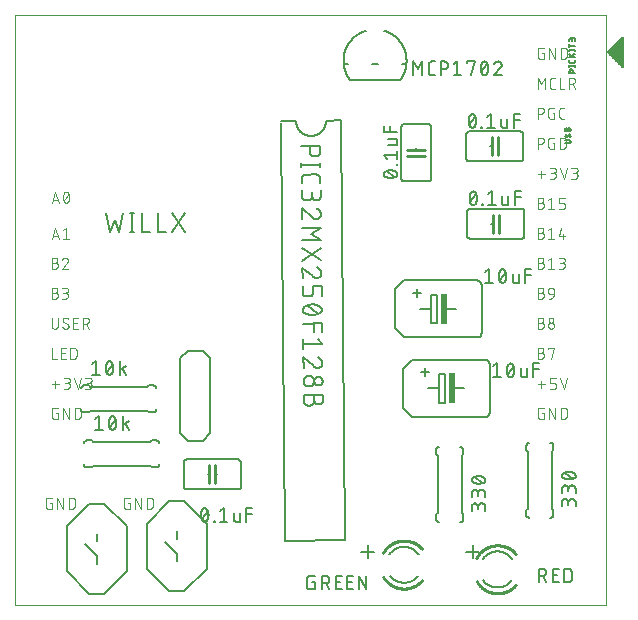
<source format=gto>
G75*
%MOIN*%
%OFA0B0*%
%FSLAX25Y25*%
%IPPOS*%
%LPD*%
%AMOC8*
5,1,8,0,0,1.08239X$1,22.5*
%
%ADD10C,0.00000*%
%ADD11C,0.00600*%
%ADD12C,0.00300*%
%ADD13C,0.01000*%
%ADD14C,0.00500*%
%ADD15R,0.02000X0.10000*%
%ADD16C,0.00700*%
%ADD17C,0.00800*%
D10*
X0006000Y0001300D02*
X0006000Y0198150D01*
X0202850Y0198150D01*
X0202850Y0001300D01*
X0006000Y0001300D01*
D11*
X0029945Y0047321D02*
X0031445Y0047321D01*
X0031945Y0047821D01*
X0050945Y0047821D01*
X0051445Y0047321D01*
X0052945Y0047321D01*
X0053005Y0047323D01*
X0053066Y0047328D01*
X0053125Y0047337D01*
X0053184Y0047350D01*
X0053243Y0047366D01*
X0053300Y0047386D01*
X0053355Y0047409D01*
X0053410Y0047436D01*
X0053462Y0047465D01*
X0053513Y0047498D01*
X0053562Y0047534D01*
X0053608Y0047572D01*
X0053652Y0047614D01*
X0053694Y0047658D01*
X0053732Y0047704D01*
X0053768Y0047753D01*
X0053801Y0047804D01*
X0053830Y0047856D01*
X0053857Y0047911D01*
X0053880Y0047966D01*
X0053900Y0048023D01*
X0053916Y0048082D01*
X0053929Y0048141D01*
X0053938Y0048200D01*
X0053943Y0048261D01*
X0053945Y0048321D01*
X0053945Y0055321D02*
X0053943Y0055381D01*
X0053938Y0055442D01*
X0053929Y0055501D01*
X0053916Y0055560D01*
X0053900Y0055619D01*
X0053880Y0055676D01*
X0053857Y0055731D01*
X0053830Y0055786D01*
X0053801Y0055838D01*
X0053768Y0055889D01*
X0053732Y0055938D01*
X0053694Y0055984D01*
X0053652Y0056028D01*
X0053608Y0056070D01*
X0053562Y0056108D01*
X0053513Y0056144D01*
X0053462Y0056177D01*
X0053410Y0056206D01*
X0053355Y0056233D01*
X0053300Y0056256D01*
X0053243Y0056276D01*
X0053184Y0056292D01*
X0053125Y0056305D01*
X0053066Y0056314D01*
X0053005Y0056319D01*
X0052945Y0056321D01*
X0051445Y0056321D01*
X0050945Y0055821D01*
X0031945Y0055821D01*
X0031445Y0056321D01*
X0029945Y0056321D01*
X0029885Y0056319D01*
X0029824Y0056314D01*
X0029765Y0056305D01*
X0029706Y0056292D01*
X0029647Y0056276D01*
X0029590Y0056256D01*
X0029535Y0056233D01*
X0029480Y0056206D01*
X0029428Y0056177D01*
X0029377Y0056144D01*
X0029328Y0056108D01*
X0029282Y0056070D01*
X0029238Y0056028D01*
X0029196Y0055984D01*
X0029158Y0055938D01*
X0029122Y0055889D01*
X0029089Y0055838D01*
X0029060Y0055786D01*
X0029033Y0055731D01*
X0029010Y0055676D01*
X0028990Y0055619D01*
X0028974Y0055560D01*
X0028961Y0055501D01*
X0028952Y0055442D01*
X0028947Y0055381D01*
X0028945Y0055321D01*
X0028945Y0048321D02*
X0028947Y0048261D01*
X0028952Y0048200D01*
X0028961Y0048141D01*
X0028974Y0048082D01*
X0028990Y0048023D01*
X0029010Y0047966D01*
X0029033Y0047911D01*
X0029060Y0047856D01*
X0029089Y0047804D01*
X0029122Y0047753D01*
X0029158Y0047704D01*
X0029196Y0047658D01*
X0029238Y0047614D01*
X0029282Y0047572D01*
X0029328Y0047534D01*
X0029377Y0047498D01*
X0029428Y0047465D01*
X0029480Y0047436D01*
X0029535Y0047409D01*
X0029590Y0047386D01*
X0029647Y0047366D01*
X0029706Y0047350D01*
X0029765Y0047337D01*
X0029824Y0047328D01*
X0029885Y0047323D01*
X0029945Y0047321D01*
X0030445Y0065635D02*
X0028945Y0065635D01*
X0028885Y0065637D01*
X0028824Y0065642D01*
X0028765Y0065651D01*
X0028706Y0065664D01*
X0028647Y0065680D01*
X0028590Y0065700D01*
X0028535Y0065723D01*
X0028480Y0065750D01*
X0028428Y0065779D01*
X0028377Y0065812D01*
X0028328Y0065848D01*
X0028282Y0065886D01*
X0028238Y0065928D01*
X0028196Y0065972D01*
X0028158Y0066018D01*
X0028122Y0066067D01*
X0028089Y0066118D01*
X0028060Y0066170D01*
X0028033Y0066225D01*
X0028010Y0066280D01*
X0027990Y0066337D01*
X0027974Y0066396D01*
X0027961Y0066455D01*
X0027952Y0066514D01*
X0027947Y0066575D01*
X0027945Y0066635D01*
X0030445Y0065635D02*
X0030945Y0066135D01*
X0049945Y0066135D01*
X0050445Y0065635D01*
X0051945Y0065635D01*
X0052005Y0065637D01*
X0052066Y0065642D01*
X0052125Y0065651D01*
X0052184Y0065664D01*
X0052243Y0065680D01*
X0052300Y0065700D01*
X0052355Y0065723D01*
X0052410Y0065750D01*
X0052462Y0065779D01*
X0052513Y0065812D01*
X0052562Y0065848D01*
X0052608Y0065886D01*
X0052652Y0065928D01*
X0052694Y0065972D01*
X0052732Y0066018D01*
X0052768Y0066067D01*
X0052801Y0066118D01*
X0052830Y0066170D01*
X0052857Y0066225D01*
X0052880Y0066280D01*
X0052900Y0066337D01*
X0052916Y0066396D01*
X0052929Y0066455D01*
X0052938Y0066514D01*
X0052943Y0066575D01*
X0052945Y0066635D01*
X0052945Y0073635D02*
X0052943Y0073695D01*
X0052938Y0073756D01*
X0052929Y0073815D01*
X0052916Y0073874D01*
X0052900Y0073933D01*
X0052880Y0073990D01*
X0052857Y0074045D01*
X0052830Y0074100D01*
X0052801Y0074152D01*
X0052768Y0074203D01*
X0052732Y0074252D01*
X0052694Y0074298D01*
X0052652Y0074342D01*
X0052608Y0074384D01*
X0052562Y0074422D01*
X0052513Y0074458D01*
X0052462Y0074491D01*
X0052410Y0074520D01*
X0052355Y0074547D01*
X0052300Y0074570D01*
X0052243Y0074590D01*
X0052184Y0074606D01*
X0052125Y0074619D01*
X0052066Y0074628D01*
X0052005Y0074633D01*
X0051945Y0074635D01*
X0050445Y0074635D01*
X0049945Y0074135D01*
X0030945Y0074135D01*
X0030445Y0074635D01*
X0028945Y0074635D01*
X0028885Y0074633D01*
X0028824Y0074628D01*
X0028765Y0074619D01*
X0028706Y0074606D01*
X0028647Y0074590D01*
X0028590Y0074570D01*
X0028535Y0074547D01*
X0028480Y0074520D01*
X0028428Y0074491D01*
X0028377Y0074458D01*
X0028328Y0074422D01*
X0028282Y0074384D01*
X0028238Y0074342D01*
X0028196Y0074298D01*
X0028158Y0074252D01*
X0028122Y0074203D01*
X0028089Y0074152D01*
X0028060Y0074100D01*
X0028033Y0074045D01*
X0028010Y0073990D01*
X0027990Y0073933D01*
X0027974Y0073874D01*
X0027961Y0073815D01*
X0027952Y0073756D01*
X0027947Y0073695D01*
X0027945Y0073635D01*
X0062185Y0048950D02*
X0062185Y0040950D01*
X0062187Y0040890D01*
X0062192Y0040829D01*
X0062201Y0040770D01*
X0062214Y0040711D01*
X0062230Y0040652D01*
X0062250Y0040595D01*
X0062273Y0040540D01*
X0062300Y0040485D01*
X0062329Y0040433D01*
X0062362Y0040382D01*
X0062398Y0040333D01*
X0062436Y0040287D01*
X0062478Y0040243D01*
X0062522Y0040201D01*
X0062568Y0040163D01*
X0062617Y0040127D01*
X0062668Y0040094D01*
X0062720Y0040065D01*
X0062775Y0040038D01*
X0062830Y0040015D01*
X0062887Y0039995D01*
X0062946Y0039979D01*
X0063005Y0039966D01*
X0063064Y0039957D01*
X0063125Y0039952D01*
X0063185Y0039950D01*
X0080185Y0039950D01*
X0080245Y0039952D01*
X0080306Y0039957D01*
X0080365Y0039966D01*
X0080424Y0039979D01*
X0080483Y0039995D01*
X0080540Y0040015D01*
X0080595Y0040038D01*
X0080650Y0040065D01*
X0080702Y0040094D01*
X0080753Y0040127D01*
X0080802Y0040163D01*
X0080848Y0040201D01*
X0080892Y0040243D01*
X0080934Y0040287D01*
X0080972Y0040333D01*
X0081008Y0040382D01*
X0081041Y0040433D01*
X0081070Y0040485D01*
X0081097Y0040540D01*
X0081120Y0040595D01*
X0081140Y0040652D01*
X0081156Y0040711D01*
X0081169Y0040770D01*
X0081178Y0040829D01*
X0081183Y0040890D01*
X0081185Y0040950D01*
X0081185Y0048950D01*
X0081183Y0049010D01*
X0081178Y0049071D01*
X0081169Y0049130D01*
X0081156Y0049189D01*
X0081140Y0049248D01*
X0081120Y0049305D01*
X0081097Y0049360D01*
X0081070Y0049415D01*
X0081041Y0049467D01*
X0081008Y0049518D01*
X0080972Y0049567D01*
X0080934Y0049613D01*
X0080892Y0049657D01*
X0080848Y0049699D01*
X0080802Y0049737D01*
X0080753Y0049773D01*
X0080702Y0049806D01*
X0080650Y0049835D01*
X0080595Y0049862D01*
X0080540Y0049885D01*
X0080483Y0049905D01*
X0080424Y0049921D01*
X0080365Y0049934D01*
X0080306Y0049943D01*
X0080245Y0049948D01*
X0080185Y0049950D01*
X0063185Y0049950D01*
X0063125Y0049948D01*
X0063064Y0049943D01*
X0063005Y0049934D01*
X0062946Y0049921D01*
X0062887Y0049905D01*
X0062830Y0049885D01*
X0062775Y0049862D01*
X0062720Y0049835D01*
X0062668Y0049806D01*
X0062617Y0049773D01*
X0062568Y0049737D01*
X0062522Y0049699D01*
X0062478Y0049657D01*
X0062436Y0049613D01*
X0062398Y0049567D01*
X0062362Y0049518D01*
X0062329Y0049467D01*
X0062300Y0049415D01*
X0062273Y0049360D01*
X0062250Y0049305D01*
X0062230Y0049248D01*
X0062214Y0049189D01*
X0062201Y0049130D01*
X0062192Y0049071D01*
X0062187Y0049010D01*
X0062185Y0048950D01*
X0070185Y0044950D02*
X0070685Y0044950D01*
X0072685Y0044950D02*
X0073185Y0044950D01*
X0096060Y0022679D02*
X0094599Y0162171D01*
X0094594Y0162671D02*
X0099594Y0162723D01*
X0099593Y0162724D02*
X0099597Y0162583D01*
X0099604Y0162443D01*
X0099615Y0162304D01*
X0099631Y0162164D01*
X0099650Y0162025D01*
X0099673Y0161887D01*
X0099700Y0161749D01*
X0099730Y0161612D01*
X0099765Y0161476D01*
X0099803Y0161342D01*
X0099845Y0161208D01*
X0099891Y0161075D01*
X0099941Y0160944D01*
X0099994Y0160814D01*
X0100051Y0160686D01*
X0100111Y0160560D01*
X0100175Y0160435D01*
X0100242Y0160312D01*
X0100313Y0160191D01*
X0100387Y0160072D01*
X0100465Y0159955D01*
X0100546Y0159840D01*
X0100630Y0159728D01*
X0100717Y0159618D01*
X0100807Y0159510D01*
X0100900Y0159405D01*
X0100996Y0159303D01*
X0101095Y0159204D01*
X0101196Y0159107D01*
X0101300Y0159013D01*
X0101407Y0158922D01*
X0101517Y0158834D01*
X0101628Y0158750D01*
X0101743Y0158668D01*
X0101859Y0158590D01*
X0101977Y0158515D01*
X0102098Y0158443D01*
X0102220Y0158375D01*
X0102345Y0158310D01*
X0102471Y0158249D01*
X0102599Y0158191D01*
X0102728Y0158137D01*
X0102859Y0158086D01*
X0102991Y0158040D01*
X0103125Y0157996D01*
X0103259Y0157957D01*
X0103395Y0157922D01*
X0103531Y0157890D01*
X0103669Y0157862D01*
X0103807Y0157838D01*
X0103946Y0157818D01*
X0104085Y0157802D01*
X0104225Y0157790D01*
X0104365Y0157781D01*
X0104505Y0157777D01*
X0104645Y0157776D01*
X0104786Y0157780D01*
X0104926Y0157787D01*
X0105065Y0157798D01*
X0105205Y0157814D01*
X0105344Y0157833D01*
X0105482Y0157856D01*
X0105620Y0157883D01*
X0105757Y0157913D01*
X0105893Y0157948D01*
X0106027Y0157986D01*
X0106161Y0158028D01*
X0106294Y0158074D01*
X0106425Y0158124D01*
X0106555Y0158177D01*
X0106683Y0158234D01*
X0106809Y0158294D01*
X0106934Y0158358D01*
X0107057Y0158425D01*
X0107178Y0158496D01*
X0107297Y0158570D01*
X0107414Y0158648D01*
X0107529Y0158729D01*
X0107641Y0158813D01*
X0107751Y0158900D01*
X0107859Y0158990D01*
X0107964Y0159083D01*
X0108066Y0159179D01*
X0108165Y0159278D01*
X0108262Y0159379D01*
X0108356Y0159483D01*
X0108447Y0159590D01*
X0108535Y0159700D01*
X0108619Y0159811D01*
X0108701Y0159926D01*
X0108779Y0160042D01*
X0108854Y0160160D01*
X0108926Y0160281D01*
X0108994Y0160403D01*
X0109059Y0160528D01*
X0109120Y0160654D01*
X0109178Y0160782D01*
X0109232Y0160911D01*
X0109283Y0161042D01*
X0109329Y0161174D01*
X0109373Y0161308D01*
X0109412Y0161442D01*
X0109447Y0161578D01*
X0109479Y0161714D01*
X0109507Y0161852D01*
X0109531Y0161990D01*
X0109551Y0162129D01*
X0109567Y0162268D01*
X0109579Y0162408D01*
X0109588Y0162548D01*
X0109592Y0162688D01*
X0109593Y0162828D01*
X0114593Y0162881D01*
X0116059Y0022888D01*
X0096060Y0022679D01*
X0121300Y0019089D02*
X0125567Y0019089D01*
X0123433Y0016956D02*
X0123433Y0021222D01*
X0135555Y0020821D02*
X0135709Y0020819D01*
X0135863Y0020813D01*
X0136017Y0020803D01*
X0136171Y0020789D01*
X0136324Y0020772D01*
X0136476Y0020750D01*
X0136628Y0020724D01*
X0136780Y0020695D01*
X0136930Y0020661D01*
X0137080Y0020624D01*
X0137228Y0020583D01*
X0137376Y0020538D01*
X0137522Y0020489D01*
X0137667Y0020437D01*
X0137810Y0020381D01*
X0137953Y0020321D01*
X0138093Y0020258D01*
X0138232Y0020191D01*
X0138369Y0020120D01*
X0138504Y0020046D01*
X0138637Y0019969D01*
X0138769Y0019888D01*
X0138898Y0019804D01*
X0139025Y0019716D01*
X0139149Y0019625D01*
X0139271Y0019532D01*
X0139391Y0019434D01*
X0139508Y0019334D01*
X0139623Y0019231D01*
X0139735Y0019125D01*
X0139844Y0019017D01*
X0139950Y0018905D01*
X0140054Y0018791D01*
X0140154Y0018674D01*
X0140252Y0018555D01*
X0140346Y0018433D01*
X0140437Y0018308D01*
X0135555Y0008821D02*
X0135403Y0008823D01*
X0135252Y0008829D01*
X0135101Y0008838D01*
X0134949Y0008852D01*
X0134799Y0008869D01*
X0134649Y0008890D01*
X0134499Y0008915D01*
X0134350Y0008943D01*
X0134202Y0008976D01*
X0134055Y0009012D01*
X0133908Y0009051D01*
X0133763Y0009095D01*
X0133619Y0009142D01*
X0133476Y0009193D01*
X0133335Y0009247D01*
X0133194Y0009305D01*
X0133056Y0009366D01*
X0132919Y0009431D01*
X0132783Y0009500D01*
X0132650Y0009571D01*
X0132518Y0009646D01*
X0132388Y0009725D01*
X0132261Y0009806D01*
X0132135Y0009891D01*
X0132011Y0009979D01*
X0131890Y0010070D01*
X0131771Y0010164D01*
X0131655Y0010262D01*
X0131541Y0010362D01*
X0131429Y0010464D01*
X0131321Y0010570D01*
X0131215Y0010678D01*
X0131111Y0010789D01*
X0131011Y0010903D01*
X0130913Y0011019D01*
X0130819Y0011138D01*
X0135555Y0008821D02*
X0135707Y0008823D01*
X0135858Y0008829D01*
X0136009Y0008838D01*
X0136161Y0008852D01*
X0136311Y0008869D01*
X0136461Y0008890D01*
X0136611Y0008915D01*
X0136760Y0008943D01*
X0136908Y0008976D01*
X0137055Y0009012D01*
X0137202Y0009051D01*
X0137347Y0009095D01*
X0137491Y0009142D01*
X0137634Y0009193D01*
X0137775Y0009247D01*
X0137916Y0009305D01*
X0138054Y0009366D01*
X0138191Y0009431D01*
X0138327Y0009500D01*
X0138460Y0009571D01*
X0138592Y0009646D01*
X0138722Y0009725D01*
X0138849Y0009806D01*
X0138975Y0009891D01*
X0139099Y0009979D01*
X0139220Y0010070D01*
X0139339Y0010164D01*
X0139455Y0010262D01*
X0139569Y0010362D01*
X0139681Y0010464D01*
X0139789Y0010570D01*
X0139895Y0010678D01*
X0139999Y0010789D01*
X0140099Y0010903D01*
X0140197Y0011019D01*
X0140291Y0011138D01*
X0135555Y0020821D02*
X0135405Y0020819D01*
X0135254Y0020813D01*
X0135104Y0020804D01*
X0134955Y0020791D01*
X0134805Y0020774D01*
X0134656Y0020753D01*
X0134508Y0020729D01*
X0134360Y0020701D01*
X0134213Y0020669D01*
X0134067Y0020634D01*
X0133922Y0020594D01*
X0133778Y0020552D01*
X0133635Y0020505D01*
X0133493Y0020455D01*
X0133352Y0020402D01*
X0133213Y0020345D01*
X0133075Y0020285D01*
X0132939Y0020221D01*
X0132805Y0020154D01*
X0132672Y0020083D01*
X0132541Y0020009D01*
X0132412Y0019932D01*
X0132285Y0019851D01*
X0132160Y0019768D01*
X0132037Y0019681D01*
X0131916Y0019592D01*
X0131798Y0019499D01*
X0131682Y0019403D01*
X0131568Y0019305D01*
X0131457Y0019204D01*
X0131348Y0019099D01*
X0131243Y0018993D01*
X0131139Y0018883D01*
X0131039Y0018771D01*
X0130941Y0018657D01*
X0130847Y0018540D01*
X0130755Y0018421D01*
X0146295Y0030061D02*
X0146295Y0031561D01*
X0146795Y0032061D01*
X0146795Y0051061D01*
X0146295Y0051561D01*
X0146295Y0053061D01*
X0146297Y0053121D01*
X0146302Y0053182D01*
X0146311Y0053241D01*
X0146324Y0053300D01*
X0146340Y0053359D01*
X0146360Y0053416D01*
X0146383Y0053471D01*
X0146410Y0053526D01*
X0146439Y0053578D01*
X0146472Y0053629D01*
X0146508Y0053678D01*
X0146546Y0053724D01*
X0146588Y0053768D01*
X0146632Y0053810D01*
X0146678Y0053848D01*
X0146727Y0053884D01*
X0146778Y0053917D01*
X0146830Y0053946D01*
X0146885Y0053973D01*
X0146940Y0053996D01*
X0146997Y0054016D01*
X0147056Y0054032D01*
X0147115Y0054045D01*
X0147174Y0054054D01*
X0147235Y0054059D01*
X0147295Y0054061D01*
X0154295Y0054061D02*
X0154355Y0054059D01*
X0154416Y0054054D01*
X0154475Y0054045D01*
X0154534Y0054032D01*
X0154593Y0054016D01*
X0154650Y0053996D01*
X0154705Y0053973D01*
X0154760Y0053946D01*
X0154812Y0053917D01*
X0154863Y0053884D01*
X0154912Y0053848D01*
X0154958Y0053810D01*
X0155002Y0053768D01*
X0155044Y0053724D01*
X0155082Y0053678D01*
X0155118Y0053629D01*
X0155151Y0053578D01*
X0155180Y0053526D01*
X0155207Y0053471D01*
X0155230Y0053416D01*
X0155250Y0053359D01*
X0155266Y0053300D01*
X0155279Y0053241D01*
X0155288Y0053182D01*
X0155293Y0053121D01*
X0155295Y0053061D01*
X0155295Y0051561D01*
X0154795Y0051061D01*
X0154795Y0032061D01*
X0155295Y0031561D01*
X0155295Y0030061D01*
X0155293Y0030001D01*
X0155288Y0029940D01*
X0155279Y0029881D01*
X0155266Y0029822D01*
X0155250Y0029763D01*
X0155230Y0029706D01*
X0155207Y0029651D01*
X0155180Y0029596D01*
X0155151Y0029544D01*
X0155118Y0029493D01*
X0155082Y0029444D01*
X0155044Y0029398D01*
X0155002Y0029354D01*
X0154958Y0029312D01*
X0154912Y0029274D01*
X0154863Y0029238D01*
X0154812Y0029205D01*
X0154760Y0029176D01*
X0154705Y0029149D01*
X0154650Y0029126D01*
X0154593Y0029106D01*
X0154534Y0029090D01*
X0154475Y0029077D01*
X0154416Y0029068D01*
X0154355Y0029063D01*
X0154295Y0029061D01*
X0147295Y0029061D02*
X0147235Y0029063D01*
X0147174Y0029068D01*
X0147115Y0029077D01*
X0147056Y0029090D01*
X0146997Y0029106D01*
X0146940Y0029126D01*
X0146885Y0029149D01*
X0146830Y0029176D01*
X0146778Y0029205D01*
X0146727Y0029238D01*
X0146678Y0029274D01*
X0146632Y0029312D01*
X0146588Y0029354D01*
X0146546Y0029398D01*
X0146508Y0029444D01*
X0146472Y0029493D01*
X0146439Y0029544D01*
X0146410Y0029596D01*
X0146383Y0029651D01*
X0146360Y0029706D01*
X0146340Y0029763D01*
X0146324Y0029822D01*
X0146311Y0029881D01*
X0146302Y0029940D01*
X0146297Y0030001D01*
X0146295Y0030061D01*
X0156300Y0019089D02*
X0160567Y0019089D01*
X0158433Y0016956D02*
X0158433Y0021222D01*
X0166740Y0019265D02*
X0166894Y0019263D01*
X0167048Y0019257D01*
X0167202Y0019247D01*
X0167356Y0019233D01*
X0167509Y0019216D01*
X0167661Y0019194D01*
X0167813Y0019168D01*
X0167965Y0019139D01*
X0168115Y0019105D01*
X0168265Y0019068D01*
X0168413Y0019027D01*
X0168561Y0018982D01*
X0168707Y0018933D01*
X0168852Y0018881D01*
X0168995Y0018825D01*
X0169138Y0018765D01*
X0169278Y0018702D01*
X0169417Y0018635D01*
X0169554Y0018564D01*
X0169689Y0018490D01*
X0169822Y0018413D01*
X0169954Y0018332D01*
X0170083Y0018248D01*
X0170210Y0018160D01*
X0170334Y0018069D01*
X0170456Y0017976D01*
X0170576Y0017878D01*
X0170693Y0017778D01*
X0170808Y0017675D01*
X0170920Y0017569D01*
X0171029Y0017461D01*
X0171135Y0017349D01*
X0171239Y0017235D01*
X0171339Y0017118D01*
X0171437Y0016999D01*
X0171531Y0016877D01*
X0171622Y0016752D01*
X0166740Y0007265D02*
X0166588Y0007267D01*
X0166437Y0007273D01*
X0166286Y0007282D01*
X0166134Y0007296D01*
X0165984Y0007313D01*
X0165834Y0007334D01*
X0165684Y0007359D01*
X0165535Y0007387D01*
X0165387Y0007420D01*
X0165240Y0007456D01*
X0165093Y0007495D01*
X0164948Y0007539D01*
X0164804Y0007586D01*
X0164661Y0007637D01*
X0164520Y0007691D01*
X0164379Y0007749D01*
X0164241Y0007810D01*
X0164104Y0007875D01*
X0163968Y0007944D01*
X0163835Y0008015D01*
X0163703Y0008090D01*
X0163573Y0008169D01*
X0163446Y0008250D01*
X0163320Y0008335D01*
X0163196Y0008423D01*
X0163075Y0008514D01*
X0162956Y0008608D01*
X0162840Y0008706D01*
X0162726Y0008806D01*
X0162614Y0008908D01*
X0162506Y0009014D01*
X0162400Y0009122D01*
X0162296Y0009233D01*
X0162196Y0009347D01*
X0162098Y0009463D01*
X0162004Y0009582D01*
X0166740Y0007265D02*
X0166892Y0007267D01*
X0167043Y0007273D01*
X0167194Y0007282D01*
X0167346Y0007296D01*
X0167496Y0007313D01*
X0167646Y0007334D01*
X0167796Y0007359D01*
X0167945Y0007387D01*
X0168093Y0007420D01*
X0168240Y0007456D01*
X0168387Y0007495D01*
X0168532Y0007539D01*
X0168676Y0007586D01*
X0168819Y0007637D01*
X0168960Y0007691D01*
X0169101Y0007749D01*
X0169239Y0007810D01*
X0169376Y0007875D01*
X0169512Y0007944D01*
X0169645Y0008015D01*
X0169777Y0008090D01*
X0169907Y0008169D01*
X0170034Y0008250D01*
X0170160Y0008335D01*
X0170284Y0008423D01*
X0170405Y0008514D01*
X0170524Y0008608D01*
X0170640Y0008706D01*
X0170754Y0008806D01*
X0170866Y0008908D01*
X0170974Y0009014D01*
X0171080Y0009122D01*
X0171184Y0009233D01*
X0171284Y0009347D01*
X0171382Y0009463D01*
X0171476Y0009582D01*
X0166740Y0019265D02*
X0166590Y0019263D01*
X0166439Y0019257D01*
X0166289Y0019248D01*
X0166140Y0019235D01*
X0165990Y0019218D01*
X0165841Y0019197D01*
X0165693Y0019173D01*
X0165545Y0019145D01*
X0165398Y0019113D01*
X0165252Y0019078D01*
X0165107Y0019038D01*
X0164963Y0018996D01*
X0164820Y0018949D01*
X0164678Y0018899D01*
X0164537Y0018846D01*
X0164398Y0018789D01*
X0164260Y0018729D01*
X0164124Y0018665D01*
X0163990Y0018598D01*
X0163857Y0018527D01*
X0163726Y0018453D01*
X0163597Y0018376D01*
X0163470Y0018295D01*
X0163345Y0018212D01*
X0163222Y0018125D01*
X0163101Y0018036D01*
X0162983Y0017943D01*
X0162867Y0017847D01*
X0162753Y0017749D01*
X0162642Y0017648D01*
X0162533Y0017543D01*
X0162428Y0017437D01*
X0162324Y0017327D01*
X0162224Y0017215D01*
X0162126Y0017101D01*
X0162032Y0016984D01*
X0161940Y0016865D01*
X0176370Y0031506D02*
X0176370Y0033006D01*
X0176870Y0033506D01*
X0176870Y0052506D01*
X0176370Y0053006D01*
X0176370Y0054506D01*
X0176372Y0054566D01*
X0176377Y0054627D01*
X0176386Y0054686D01*
X0176399Y0054745D01*
X0176415Y0054804D01*
X0176435Y0054861D01*
X0176458Y0054916D01*
X0176485Y0054971D01*
X0176514Y0055023D01*
X0176547Y0055074D01*
X0176583Y0055123D01*
X0176621Y0055169D01*
X0176663Y0055213D01*
X0176707Y0055255D01*
X0176753Y0055293D01*
X0176802Y0055329D01*
X0176853Y0055362D01*
X0176905Y0055391D01*
X0176960Y0055418D01*
X0177015Y0055441D01*
X0177072Y0055461D01*
X0177131Y0055477D01*
X0177190Y0055490D01*
X0177249Y0055499D01*
X0177310Y0055504D01*
X0177370Y0055506D01*
X0184370Y0055506D02*
X0184430Y0055504D01*
X0184491Y0055499D01*
X0184550Y0055490D01*
X0184609Y0055477D01*
X0184668Y0055461D01*
X0184725Y0055441D01*
X0184780Y0055418D01*
X0184835Y0055391D01*
X0184887Y0055362D01*
X0184938Y0055329D01*
X0184987Y0055293D01*
X0185033Y0055255D01*
X0185077Y0055213D01*
X0185119Y0055169D01*
X0185157Y0055123D01*
X0185193Y0055074D01*
X0185226Y0055023D01*
X0185255Y0054971D01*
X0185282Y0054916D01*
X0185305Y0054861D01*
X0185325Y0054804D01*
X0185341Y0054745D01*
X0185354Y0054686D01*
X0185363Y0054627D01*
X0185368Y0054566D01*
X0185370Y0054506D01*
X0185370Y0053006D01*
X0184870Y0052506D01*
X0184870Y0033506D01*
X0185370Y0033006D01*
X0185370Y0031506D01*
X0185368Y0031446D01*
X0185363Y0031385D01*
X0185354Y0031326D01*
X0185341Y0031267D01*
X0185325Y0031208D01*
X0185305Y0031151D01*
X0185282Y0031096D01*
X0185255Y0031041D01*
X0185226Y0030989D01*
X0185193Y0030938D01*
X0185157Y0030889D01*
X0185119Y0030843D01*
X0185077Y0030799D01*
X0185033Y0030757D01*
X0184987Y0030719D01*
X0184938Y0030683D01*
X0184887Y0030650D01*
X0184835Y0030621D01*
X0184780Y0030594D01*
X0184725Y0030571D01*
X0184668Y0030551D01*
X0184609Y0030535D01*
X0184550Y0030522D01*
X0184491Y0030513D01*
X0184430Y0030508D01*
X0184370Y0030506D01*
X0177370Y0030506D02*
X0177310Y0030508D01*
X0177249Y0030513D01*
X0177190Y0030522D01*
X0177131Y0030535D01*
X0177072Y0030551D01*
X0177015Y0030571D01*
X0176960Y0030594D01*
X0176905Y0030621D01*
X0176853Y0030650D01*
X0176802Y0030683D01*
X0176753Y0030719D01*
X0176707Y0030757D01*
X0176663Y0030799D01*
X0176621Y0030843D01*
X0176583Y0030889D01*
X0176547Y0030938D01*
X0176514Y0030989D01*
X0176485Y0031041D01*
X0176458Y0031096D01*
X0176435Y0031151D01*
X0176415Y0031208D01*
X0176399Y0031267D01*
X0176386Y0031326D01*
X0176377Y0031385D01*
X0176372Y0031446D01*
X0176370Y0031506D01*
X0162650Y0064135D02*
X0138150Y0064135D01*
X0135150Y0067135D01*
X0135150Y0080135D01*
X0138150Y0083135D01*
X0162650Y0083135D01*
X0162726Y0083133D01*
X0162802Y0083127D01*
X0162877Y0083118D01*
X0162952Y0083104D01*
X0163026Y0083087D01*
X0163099Y0083066D01*
X0163171Y0083042D01*
X0163242Y0083013D01*
X0163311Y0082982D01*
X0163378Y0082947D01*
X0163443Y0082908D01*
X0163507Y0082866D01*
X0163568Y0082821D01*
X0163627Y0082773D01*
X0163683Y0082722D01*
X0163737Y0082668D01*
X0163788Y0082612D01*
X0163836Y0082553D01*
X0163881Y0082492D01*
X0163923Y0082428D01*
X0163962Y0082363D01*
X0163997Y0082296D01*
X0164028Y0082227D01*
X0164057Y0082156D01*
X0164081Y0082084D01*
X0164102Y0082011D01*
X0164119Y0081937D01*
X0164133Y0081862D01*
X0164142Y0081787D01*
X0164148Y0081711D01*
X0164150Y0081635D01*
X0164150Y0065635D01*
X0164148Y0065559D01*
X0164142Y0065483D01*
X0164133Y0065408D01*
X0164119Y0065333D01*
X0164102Y0065259D01*
X0164081Y0065186D01*
X0164057Y0065114D01*
X0164028Y0065043D01*
X0163997Y0064974D01*
X0163962Y0064907D01*
X0163923Y0064842D01*
X0163881Y0064778D01*
X0163836Y0064717D01*
X0163788Y0064658D01*
X0163737Y0064602D01*
X0163683Y0064548D01*
X0163627Y0064497D01*
X0163568Y0064449D01*
X0163507Y0064404D01*
X0163443Y0064362D01*
X0163378Y0064323D01*
X0163311Y0064288D01*
X0163242Y0064257D01*
X0163171Y0064228D01*
X0163099Y0064204D01*
X0163026Y0064183D01*
X0162952Y0064166D01*
X0162877Y0064152D01*
X0162802Y0064143D01*
X0162726Y0064137D01*
X0162650Y0064135D01*
X0155650Y0073635D02*
X0152150Y0073635D01*
X0147150Y0073635D02*
X0147150Y0068835D01*
X0149150Y0068835D01*
X0149150Y0078435D01*
X0147150Y0078435D01*
X0147150Y0073635D01*
X0143650Y0073635D01*
X0142650Y0077735D02*
X0142650Y0080235D01*
X0143950Y0079035D02*
X0141350Y0079035D01*
X0135445Y0090561D02*
X0132445Y0093561D01*
X0132445Y0106561D01*
X0135445Y0109561D01*
X0159945Y0109561D01*
X0160021Y0109559D01*
X0160097Y0109553D01*
X0160172Y0109544D01*
X0160247Y0109530D01*
X0160321Y0109513D01*
X0160394Y0109492D01*
X0160466Y0109468D01*
X0160537Y0109439D01*
X0160606Y0109408D01*
X0160673Y0109373D01*
X0160738Y0109334D01*
X0160802Y0109292D01*
X0160863Y0109247D01*
X0160922Y0109199D01*
X0160978Y0109148D01*
X0161032Y0109094D01*
X0161083Y0109038D01*
X0161131Y0108979D01*
X0161176Y0108918D01*
X0161218Y0108854D01*
X0161257Y0108789D01*
X0161292Y0108722D01*
X0161323Y0108653D01*
X0161352Y0108582D01*
X0161376Y0108510D01*
X0161397Y0108437D01*
X0161414Y0108363D01*
X0161428Y0108288D01*
X0161437Y0108213D01*
X0161443Y0108137D01*
X0161445Y0108061D01*
X0161445Y0092061D01*
X0161443Y0091985D01*
X0161437Y0091909D01*
X0161428Y0091834D01*
X0161414Y0091759D01*
X0161397Y0091685D01*
X0161376Y0091612D01*
X0161352Y0091540D01*
X0161323Y0091469D01*
X0161292Y0091400D01*
X0161257Y0091333D01*
X0161218Y0091268D01*
X0161176Y0091204D01*
X0161131Y0091143D01*
X0161083Y0091084D01*
X0161032Y0091028D01*
X0160978Y0090974D01*
X0160922Y0090923D01*
X0160863Y0090875D01*
X0160802Y0090830D01*
X0160738Y0090788D01*
X0160673Y0090749D01*
X0160606Y0090714D01*
X0160537Y0090683D01*
X0160466Y0090654D01*
X0160394Y0090630D01*
X0160321Y0090609D01*
X0160247Y0090592D01*
X0160172Y0090578D01*
X0160097Y0090569D01*
X0160021Y0090563D01*
X0159945Y0090561D01*
X0135445Y0090561D01*
X0144445Y0095261D02*
X0146445Y0095261D01*
X0146445Y0104861D01*
X0144445Y0104861D01*
X0144445Y0100061D01*
X0144445Y0095261D01*
X0144445Y0100061D02*
X0140945Y0100061D01*
X0139945Y0104161D02*
X0139945Y0106661D01*
X0141245Y0105461D02*
X0138645Y0105461D01*
X0149445Y0100061D02*
X0152945Y0100061D01*
X0157685Y0123506D02*
X0174685Y0123506D01*
X0174745Y0123508D01*
X0174806Y0123513D01*
X0174865Y0123522D01*
X0174924Y0123535D01*
X0174983Y0123551D01*
X0175040Y0123571D01*
X0175095Y0123594D01*
X0175150Y0123621D01*
X0175202Y0123650D01*
X0175253Y0123683D01*
X0175302Y0123719D01*
X0175348Y0123757D01*
X0175392Y0123799D01*
X0175434Y0123843D01*
X0175472Y0123889D01*
X0175508Y0123938D01*
X0175541Y0123989D01*
X0175570Y0124041D01*
X0175597Y0124096D01*
X0175620Y0124151D01*
X0175640Y0124208D01*
X0175656Y0124267D01*
X0175669Y0124326D01*
X0175678Y0124385D01*
X0175683Y0124446D01*
X0175685Y0124506D01*
X0175685Y0132506D01*
X0175683Y0132566D01*
X0175678Y0132627D01*
X0175669Y0132686D01*
X0175656Y0132745D01*
X0175640Y0132804D01*
X0175620Y0132861D01*
X0175597Y0132916D01*
X0175570Y0132971D01*
X0175541Y0133023D01*
X0175508Y0133074D01*
X0175472Y0133123D01*
X0175434Y0133169D01*
X0175392Y0133213D01*
X0175348Y0133255D01*
X0175302Y0133293D01*
X0175253Y0133329D01*
X0175202Y0133362D01*
X0175150Y0133391D01*
X0175095Y0133418D01*
X0175040Y0133441D01*
X0174983Y0133461D01*
X0174924Y0133477D01*
X0174865Y0133490D01*
X0174806Y0133499D01*
X0174745Y0133504D01*
X0174685Y0133506D01*
X0157685Y0133506D01*
X0157625Y0133504D01*
X0157564Y0133499D01*
X0157505Y0133490D01*
X0157446Y0133477D01*
X0157387Y0133461D01*
X0157330Y0133441D01*
X0157275Y0133418D01*
X0157220Y0133391D01*
X0157168Y0133362D01*
X0157117Y0133329D01*
X0157068Y0133293D01*
X0157022Y0133255D01*
X0156978Y0133213D01*
X0156936Y0133169D01*
X0156898Y0133123D01*
X0156862Y0133074D01*
X0156829Y0133023D01*
X0156800Y0132971D01*
X0156773Y0132916D01*
X0156750Y0132861D01*
X0156730Y0132804D01*
X0156714Y0132745D01*
X0156701Y0132686D01*
X0156692Y0132627D01*
X0156687Y0132566D01*
X0156685Y0132506D01*
X0156685Y0124506D01*
X0156687Y0124446D01*
X0156692Y0124385D01*
X0156701Y0124326D01*
X0156714Y0124267D01*
X0156730Y0124208D01*
X0156750Y0124151D01*
X0156773Y0124096D01*
X0156800Y0124041D01*
X0156829Y0123989D01*
X0156862Y0123938D01*
X0156898Y0123889D01*
X0156936Y0123843D01*
X0156978Y0123799D01*
X0157022Y0123757D01*
X0157068Y0123719D01*
X0157117Y0123683D01*
X0157168Y0123650D01*
X0157220Y0123621D01*
X0157275Y0123594D01*
X0157330Y0123571D01*
X0157387Y0123551D01*
X0157446Y0123535D01*
X0157505Y0123522D01*
X0157564Y0123513D01*
X0157625Y0123508D01*
X0157685Y0123506D01*
X0164685Y0128506D02*
X0165185Y0128506D01*
X0167185Y0128506D02*
X0167685Y0128506D01*
X0174370Y0149246D02*
X0157370Y0149246D01*
X0157310Y0149248D01*
X0157249Y0149253D01*
X0157190Y0149262D01*
X0157131Y0149275D01*
X0157072Y0149291D01*
X0157015Y0149311D01*
X0156960Y0149334D01*
X0156905Y0149361D01*
X0156853Y0149390D01*
X0156802Y0149423D01*
X0156753Y0149459D01*
X0156707Y0149497D01*
X0156663Y0149539D01*
X0156621Y0149583D01*
X0156583Y0149629D01*
X0156547Y0149678D01*
X0156514Y0149729D01*
X0156485Y0149781D01*
X0156458Y0149836D01*
X0156435Y0149891D01*
X0156415Y0149948D01*
X0156399Y0150007D01*
X0156386Y0150066D01*
X0156377Y0150125D01*
X0156372Y0150186D01*
X0156370Y0150246D01*
X0156370Y0158246D01*
X0156372Y0158306D01*
X0156377Y0158367D01*
X0156386Y0158426D01*
X0156399Y0158485D01*
X0156415Y0158544D01*
X0156435Y0158601D01*
X0156458Y0158656D01*
X0156485Y0158711D01*
X0156514Y0158763D01*
X0156547Y0158814D01*
X0156583Y0158863D01*
X0156621Y0158909D01*
X0156663Y0158953D01*
X0156707Y0158995D01*
X0156753Y0159033D01*
X0156802Y0159069D01*
X0156853Y0159102D01*
X0156905Y0159131D01*
X0156960Y0159158D01*
X0157015Y0159181D01*
X0157072Y0159201D01*
X0157131Y0159217D01*
X0157190Y0159230D01*
X0157249Y0159239D01*
X0157310Y0159244D01*
X0157370Y0159246D01*
X0174370Y0159246D01*
X0174430Y0159244D01*
X0174491Y0159239D01*
X0174550Y0159230D01*
X0174609Y0159217D01*
X0174668Y0159201D01*
X0174725Y0159181D01*
X0174780Y0159158D01*
X0174835Y0159131D01*
X0174887Y0159102D01*
X0174938Y0159069D01*
X0174987Y0159033D01*
X0175033Y0158995D01*
X0175077Y0158953D01*
X0175119Y0158909D01*
X0175157Y0158863D01*
X0175193Y0158814D01*
X0175226Y0158763D01*
X0175255Y0158711D01*
X0175282Y0158656D01*
X0175305Y0158601D01*
X0175325Y0158544D01*
X0175341Y0158485D01*
X0175354Y0158426D01*
X0175363Y0158367D01*
X0175368Y0158306D01*
X0175370Y0158246D01*
X0175370Y0150246D01*
X0175368Y0150186D01*
X0175363Y0150125D01*
X0175354Y0150066D01*
X0175341Y0150007D01*
X0175325Y0149948D01*
X0175305Y0149891D01*
X0175282Y0149836D01*
X0175255Y0149781D01*
X0175226Y0149729D01*
X0175193Y0149678D01*
X0175157Y0149629D01*
X0175119Y0149583D01*
X0175077Y0149539D01*
X0175033Y0149497D01*
X0174987Y0149459D01*
X0174938Y0149423D01*
X0174887Y0149390D01*
X0174835Y0149361D01*
X0174780Y0149334D01*
X0174725Y0149311D01*
X0174668Y0149291D01*
X0174609Y0149275D01*
X0174550Y0149262D01*
X0174491Y0149253D01*
X0174430Y0149248D01*
X0174370Y0149246D01*
X0167370Y0154246D02*
X0166870Y0154246D01*
X0164870Y0154246D02*
X0164370Y0154246D01*
X0144630Y0160691D02*
X0144630Y0143691D01*
X0144628Y0143631D01*
X0144623Y0143570D01*
X0144614Y0143511D01*
X0144601Y0143452D01*
X0144585Y0143393D01*
X0144565Y0143336D01*
X0144542Y0143281D01*
X0144515Y0143226D01*
X0144486Y0143174D01*
X0144453Y0143123D01*
X0144417Y0143074D01*
X0144379Y0143028D01*
X0144337Y0142984D01*
X0144293Y0142942D01*
X0144247Y0142904D01*
X0144198Y0142868D01*
X0144147Y0142835D01*
X0144095Y0142806D01*
X0144040Y0142779D01*
X0143985Y0142756D01*
X0143928Y0142736D01*
X0143869Y0142720D01*
X0143810Y0142707D01*
X0143751Y0142698D01*
X0143690Y0142693D01*
X0143630Y0142691D01*
X0135630Y0142691D01*
X0135570Y0142693D01*
X0135509Y0142698D01*
X0135450Y0142707D01*
X0135391Y0142720D01*
X0135332Y0142736D01*
X0135275Y0142756D01*
X0135220Y0142779D01*
X0135165Y0142806D01*
X0135113Y0142835D01*
X0135062Y0142868D01*
X0135013Y0142904D01*
X0134967Y0142942D01*
X0134923Y0142984D01*
X0134881Y0143028D01*
X0134843Y0143074D01*
X0134807Y0143123D01*
X0134774Y0143174D01*
X0134745Y0143226D01*
X0134718Y0143281D01*
X0134695Y0143336D01*
X0134675Y0143393D01*
X0134659Y0143452D01*
X0134646Y0143511D01*
X0134637Y0143570D01*
X0134632Y0143631D01*
X0134630Y0143691D01*
X0134630Y0160691D01*
X0134632Y0160751D01*
X0134637Y0160812D01*
X0134646Y0160871D01*
X0134659Y0160930D01*
X0134675Y0160989D01*
X0134695Y0161046D01*
X0134718Y0161101D01*
X0134745Y0161156D01*
X0134774Y0161208D01*
X0134807Y0161259D01*
X0134843Y0161308D01*
X0134881Y0161354D01*
X0134923Y0161398D01*
X0134967Y0161440D01*
X0135013Y0161478D01*
X0135062Y0161514D01*
X0135113Y0161547D01*
X0135165Y0161576D01*
X0135220Y0161603D01*
X0135275Y0161626D01*
X0135332Y0161646D01*
X0135391Y0161662D01*
X0135450Y0161675D01*
X0135509Y0161684D01*
X0135570Y0161689D01*
X0135630Y0161691D01*
X0143630Y0161691D01*
X0143690Y0161689D01*
X0143751Y0161684D01*
X0143810Y0161675D01*
X0143869Y0161662D01*
X0143928Y0161646D01*
X0143985Y0161626D01*
X0144040Y0161603D01*
X0144095Y0161576D01*
X0144147Y0161547D01*
X0144198Y0161514D01*
X0144247Y0161478D01*
X0144293Y0161440D01*
X0144337Y0161398D01*
X0144379Y0161354D01*
X0144417Y0161308D01*
X0144453Y0161259D01*
X0144486Y0161208D01*
X0144515Y0161156D01*
X0144542Y0161101D01*
X0144565Y0161046D01*
X0144585Y0160989D01*
X0144601Y0160930D01*
X0144614Y0160871D01*
X0144623Y0160812D01*
X0144628Y0160751D01*
X0144630Y0160691D01*
X0139630Y0153691D02*
X0139630Y0153191D01*
X0139630Y0151191D02*
X0139630Y0150691D01*
X0062612Y0132000D02*
X0058345Y0125600D01*
X0056428Y0125600D02*
X0053584Y0125600D01*
X0053584Y0132000D01*
X0058345Y0132000D02*
X0062612Y0125600D01*
X0051095Y0125600D02*
X0048250Y0125600D01*
X0048250Y0132000D01*
X0045599Y0132000D02*
X0044177Y0132000D01*
X0044888Y0132000D02*
X0044888Y0125600D01*
X0044177Y0125600D02*
X0045599Y0125600D01*
X0040567Y0125600D02*
X0041989Y0132000D01*
X0039144Y0129867D02*
X0040567Y0125600D01*
X0037722Y0125600D02*
X0039144Y0129867D01*
X0036300Y0132000D02*
X0037722Y0125600D01*
D12*
X0024011Y0123450D02*
X0021956Y0123450D01*
X0022983Y0123450D02*
X0022983Y0127150D01*
X0021956Y0126328D01*
X0020308Y0124375D02*
X0018458Y0124375D01*
X0018150Y0123450D02*
X0019383Y0127150D01*
X0020617Y0123450D01*
X0019178Y0117150D02*
X0018150Y0117150D01*
X0018150Y0113450D01*
X0019178Y0113450D01*
X0019241Y0113452D01*
X0019304Y0113458D01*
X0019367Y0113468D01*
X0019429Y0113481D01*
X0019490Y0113498D01*
X0019549Y0113519D01*
X0019608Y0113544D01*
X0019664Y0113572D01*
X0019719Y0113604D01*
X0019772Y0113639D01*
X0019822Y0113677D01*
X0019871Y0113718D01*
X0019916Y0113762D01*
X0019959Y0113809D01*
X0019998Y0113858D01*
X0020035Y0113910D01*
X0020068Y0113964D01*
X0020098Y0114020D01*
X0020125Y0114077D01*
X0020148Y0114136D01*
X0020167Y0114197D01*
X0020182Y0114258D01*
X0020194Y0114320D01*
X0020202Y0114383D01*
X0020206Y0114446D01*
X0020206Y0114510D01*
X0020202Y0114573D01*
X0020194Y0114636D01*
X0020182Y0114698D01*
X0020167Y0114759D01*
X0020148Y0114820D01*
X0020125Y0114879D01*
X0020098Y0114936D01*
X0020068Y0114992D01*
X0020035Y0115046D01*
X0019998Y0115098D01*
X0019959Y0115147D01*
X0019916Y0115194D01*
X0019871Y0115238D01*
X0019822Y0115279D01*
X0019772Y0115317D01*
X0019719Y0115352D01*
X0019664Y0115384D01*
X0019608Y0115412D01*
X0019549Y0115437D01*
X0019490Y0115458D01*
X0019429Y0115475D01*
X0019367Y0115488D01*
X0019304Y0115498D01*
X0019241Y0115504D01*
X0019178Y0115506D01*
X0018150Y0115506D01*
X0019178Y0115506D02*
X0019234Y0115508D01*
X0019290Y0115514D01*
X0019345Y0115523D01*
X0019400Y0115536D01*
X0019453Y0115553D01*
X0019505Y0115574D01*
X0019556Y0115598D01*
X0019605Y0115626D01*
X0019652Y0115656D01*
X0019697Y0115690D01*
X0019739Y0115727D01*
X0019779Y0115767D01*
X0019816Y0115809D01*
X0019850Y0115854D01*
X0019880Y0115901D01*
X0019908Y0115950D01*
X0019932Y0116001D01*
X0019953Y0116053D01*
X0019970Y0116106D01*
X0019983Y0116161D01*
X0019992Y0116216D01*
X0019998Y0116272D01*
X0020000Y0116328D01*
X0019998Y0116384D01*
X0019992Y0116440D01*
X0019983Y0116495D01*
X0019970Y0116550D01*
X0019953Y0116603D01*
X0019932Y0116655D01*
X0019908Y0116706D01*
X0019880Y0116755D01*
X0019850Y0116802D01*
X0019816Y0116847D01*
X0019779Y0116889D01*
X0019739Y0116929D01*
X0019697Y0116966D01*
X0019652Y0117000D01*
X0019605Y0117030D01*
X0019556Y0117058D01*
X0019505Y0117082D01*
X0019453Y0117103D01*
X0019400Y0117120D01*
X0019345Y0117133D01*
X0019290Y0117142D01*
X0019234Y0117148D01*
X0019178Y0117150D01*
X0023326Y0115505D02*
X0023369Y0115549D01*
X0023410Y0115596D01*
X0023447Y0115645D01*
X0023482Y0115696D01*
X0023513Y0115750D01*
X0023541Y0115805D01*
X0023565Y0115862D01*
X0023586Y0115920D01*
X0023603Y0115980D01*
X0023617Y0116040D01*
X0023626Y0116101D01*
X0023632Y0116163D01*
X0023634Y0116225D01*
X0023326Y0115506D02*
X0021578Y0113450D01*
X0023634Y0113450D01*
X0021579Y0116328D02*
X0021602Y0116392D01*
X0021628Y0116455D01*
X0021658Y0116516D01*
X0021691Y0116575D01*
X0021728Y0116632D01*
X0021768Y0116687D01*
X0021811Y0116739D01*
X0021857Y0116789D01*
X0021905Y0116837D01*
X0021957Y0116881D01*
X0022010Y0116923D01*
X0022066Y0116961D01*
X0022124Y0116996D01*
X0022184Y0117028D01*
X0022246Y0117056D01*
X0022309Y0117081D01*
X0022374Y0117102D01*
X0022440Y0117119D01*
X0022506Y0117133D01*
X0022573Y0117142D01*
X0022641Y0117148D01*
X0022709Y0117150D01*
X0022767Y0117148D01*
X0022825Y0117143D01*
X0022882Y0117134D01*
X0022939Y0117121D01*
X0022995Y0117105D01*
X0023050Y0117085D01*
X0023103Y0117062D01*
X0023155Y0117036D01*
X0023205Y0117006D01*
X0023253Y0116973D01*
X0023299Y0116938D01*
X0023342Y0116899D01*
X0023383Y0116858D01*
X0023422Y0116815D01*
X0023457Y0116769D01*
X0023490Y0116721D01*
X0023520Y0116671D01*
X0023546Y0116619D01*
X0023569Y0116566D01*
X0023589Y0116511D01*
X0023605Y0116455D01*
X0023618Y0116398D01*
X0023627Y0116341D01*
X0023632Y0116283D01*
X0023634Y0116225D01*
X0022812Y0107150D02*
X0021578Y0107150D01*
X0022812Y0107150D02*
X0022868Y0107148D01*
X0022924Y0107142D01*
X0022979Y0107133D01*
X0023034Y0107120D01*
X0023087Y0107103D01*
X0023139Y0107082D01*
X0023190Y0107058D01*
X0023239Y0107030D01*
X0023286Y0107000D01*
X0023331Y0106966D01*
X0023373Y0106929D01*
X0023413Y0106889D01*
X0023450Y0106847D01*
X0023484Y0106802D01*
X0023514Y0106755D01*
X0023542Y0106706D01*
X0023566Y0106655D01*
X0023587Y0106603D01*
X0023604Y0106550D01*
X0023617Y0106495D01*
X0023626Y0106440D01*
X0023632Y0106384D01*
X0023634Y0106328D01*
X0023632Y0106272D01*
X0023626Y0106216D01*
X0023617Y0106161D01*
X0023604Y0106106D01*
X0023587Y0106053D01*
X0023566Y0106001D01*
X0023542Y0105950D01*
X0023514Y0105901D01*
X0023484Y0105854D01*
X0023450Y0105809D01*
X0023413Y0105767D01*
X0023373Y0105727D01*
X0023331Y0105690D01*
X0023286Y0105656D01*
X0023239Y0105626D01*
X0023190Y0105598D01*
X0023139Y0105574D01*
X0023087Y0105553D01*
X0023034Y0105536D01*
X0022979Y0105523D01*
X0022924Y0105514D01*
X0022868Y0105508D01*
X0022812Y0105506D01*
X0021989Y0105506D01*
X0022606Y0105506D02*
X0022669Y0105504D01*
X0022732Y0105498D01*
X0022795Y0105488D01*
X0022857Y0105475D01*
X0022918Y0105458D01*
X0022977Y0105437D01*
X0023036Y0105412D01*
X0023092Y0105384D01*
X0023147Y0105352D01*
X0023200Y0105317D01*
X0023250Y0105279D01*
X0023299Y0105238D01*
X0023344Y0105194D01*
X0023387Y0105147D01*
X0023426Y0105098D01*
X0023463Y0105046D01*
X0023496Y0104992D01*
X0023526Y0104936D01*
X0023553Y0104879D01*
X0023576Y0104820D01*
X0023595Y0104759D01*
X0023610Y0104698D01*
X0023622Y0104636D01*
X0023630Y0104573D01*
X0023634Y0104510D01*
X0023634Y0104446D01*
X0023630Y0104383D01*
X0023622Y0104320D01*
X0023610Y0104258D01*
X0023595Y0104197D01*
X0023576Y0104136D01*
X0023553Y0104077D01*
X0023526Y0104020D01*
X0023496Y0103964D01*
X0023463Y0103910D01*
X0023426Y0103858D01*
X0023387Y0103809D01*
X0023344Y0103762D01*
X0023299Y0103718D01*
X0023250Y0103677D01*
X0023200Y0103639D01*
X0023147Y0103604D01*
X0023092Y0103572D01*
X0023036Y0103544D01*
X0022977Y0103519D01*
X0022918Y0103498D01*
X0022857Y0103481D01*
X0022795Y0103468D01*
X0022732Y0103458D01*
X0022669Y0103452D01*
X0022606Y0103450D01*
X0021578Y0103450D01*
X0019178Y0103450D02*
X0018150Y0103450D01*
X0018150Y0107150D01*
X0019178Y0107150D01*
X0019234Y0107148D01*
X0019290Y0107142D01*
X0019345Y0107133D01*
X0019400Y0107120D01*
X0019453Y0107103D01*
X0019505Y0107082D01*
X0019556Y0107058D01*
X0019605Y0107030D01*
X0019652Y0107000D01*
X0019697Y0106966D01*
X0019739Y0106929D01*
X0019779Y0106889D01*
X0019816Y0106847D01*
X0019850Y0106802D01*
X0019880Y0106755D01*
X0019908Y0106706D01*
X0019932Y0106655D01*
X0019953Y0106603D01*
X0019970Y0106550D01*
X0019983Y0106495D01*
X0019992Y0106440D01*
X0019998Y0106384D01*
X0020000Y0106328D01*
X0019998Y0106272D01*
X0019992Y0106216D01*
X0019983Y0106161D01*
X0019970Y0106106D01*
X0019953Y0106053D01*
X0019932Y0106001D01*
X0019908Y0105950D01*
X0019880Y0105901D01*
X0019850Y0105854D01*
X0019816Y0105809D01*
X0019779Y0105767D01*
X0019739Y0105727D01*
X0019697Y0105690D01*
X0019652Y0105656D01*
X0019605Y0105626D01*
X0019556Y0105598D01*
X0019505Y0105574D01*
X0019453Y0105553D01*
X0019400Y0105536D01*
X0019345Y0105523D01*
X0019290Y0105514D01*
X0019234Y0105508D01*
X0019178Y0105506D01*
X0018150Y0105506D01*
X0019178Y0105506D02*
X0019241Y0105504D01*
X0019304Y0105498D01*
X0019367Y0105488D01*
X0019429Y0105475D01*
X0019490Y0105458D01*
X0019549Y0105437D01*
X0019608Y0105412D01*
X0019664Y0105384D01*
X0019719Y0105352D01*
X0019772Y0105317D01*
X0019822Y0105279D01*
X0019871Y0105238D01*
X0019916Y0105194D01*
X0019959Y0105147D01*
X0019998Y0105098D01*
X0020035Y0105046D01*
X0020068Y0104992D01*
X0020098Y0104936D01*
X0020125Y0104879D01*
X0020148Y0104820D01*
X0020167Y0104759D01*
X0020182Y0104698D01*
X0020194Y0104636D01*
X0020202Y0104573D01*
X0020206Y0104510D01*
X0020206Y0104446D01*
X0020202Y0104383D01*
X0020194Y0104320D01*
X0020182Y0104258D01*
X0020167Y0104197D01*
X0020148Y0104136D01*
X0020125Y0104077D01*
X0020098Y0104020D01*
X0020068Y0103964D01*
X0020035Y0103910D01*
X0019998Y0103858D01*
X0019959Y0103809D01*
X0019916Y0103762D01*
X0019871Y0103718D01*
X0019822Y0103677D01*
X0019772Y0103639D01*
X0019719Y0103604D01*
X0019664Y0103572D01*
X0019608Y0103544D01*
X0019549Y0103519D01*
X0019490Y0103498D01*
X0019429Y0103481D01*
X0019367Y0103468D01*
X0019304Y0103458D01*
X0019241Y0103452D01*
X0019178Y0103450D01*
X0020206Y0097150D02*
X0020206Y0094478D01*
X0020204Y0094415D01*
X0020198Y0094352D01*
X0020188Y0094289D01*
X0020175Y0094227D01*
X0020158Y0094166D01*
X0020137Y0094107D01*
X0020112Y0094048D01*
X0020084Y0093992D01*
X0020052Y0093937D01*
X0020017Y0093884D01*
X0019979Y0093834D01*
X0019938Y0093785D01*
X0019894Y0093740D01*
X0019847Y0093697D01*
X0019798Y0093658D01*
X0019746Y0093621D01*
X0019692Y0093588D01*
X0019636Y0093558D01*
X0019579Y0093531D01*
X0019520Y0093508D01*
X0019459Y0093489D01*
X0019398Y0093474D01*
X0019336Y0093462D01*
X0019273Y0093454D01*
X0019210Y0093450D01*
X0019146Y0093450D01*
X0019083Y0093454D01*
X0019020Y0093462D01*
X0018958Y0093474D01*
X0018897Y0093489D01*
X0018836Y0093508D01*
X0018777Y0093531D01*
X0018720Y0093558D01*
X0018664Y0093588D01*
X0018610Y0093621D01*
X0018558Y0093658D01*
X0018509Y0093697D01*
X0018462Y0093740D01*
X0018418Y0093785D01*
X0018377Y0093834D01*
X0018339Y0093884D01*
X0018304Y0093937D01*
X0018272Y0093992D01*
X0018244Y0094048D01*
X0018219Y0094107D01*
X0018198Y0094166D01*
X0018181Y0094227D01*
X0018168Y0094289D01*
X0018158Y0094352D01*
X0018152Y0094415D01*
X0018150Y0094478D01*
X0018150Y0097150D01*
X0022264Y0095608D02*
X0023394Y0094992D01*
X0022983Y0093450D02*
X0022902Y0093452D01*
X0022822Y0093457D01*
X0022742Y0093467D01*
X0022662Y0093480D01*
X0022583Y0093497D01*
X0022505Y0093517D01*
X0022428Y0093541D01*
X0022352Y0093569D01*
X0022278Y0093600D01*
X0022205Y0093634D01*
X0022134Y0093672D01*
X0022064Y0093713D01*
X0021997Y0093757D01*
X0021931Y0093804D01*
X0021868Y0093855D01*
X0021808Y0093908D01*
X0021750Y0093964D01*
X0023394Y0094991D02*
X0023440Y0094962D01*
X0023483Y0094930D01*
X0023525Y0094896D01*
X0023564Y0094858D01*
X0023601Y0094819D01*
X0023635Y0094777D01*
X0023667Y0094732D01*
X0023695Y0094686D01*
X0023720Y0094638D01*
X0023743Y0094589D01*
X0023761Y0094538D01*
X0023777Y0094486D01*
X0023789Y0094434D01*
X0023798Y0094380D01*
X0023803Y0094326D01*
X0023805Y0094272D01*
X0023803Y0094216D01*
X0023797Y0094160D01*
X0023788Y0094105D01*
X0023775Y0094050D01*
X0023758Y0093997D01*
X0023737Y0093945D01*
X0023713Y0093894D01*
X0023685Y0093845D01*
X0023655Y0093798D01*
X0023621Y0093753D01*
X0023584Y0093711D01*
X0023544Y0093671D01*
X0023502Y0093634D01*
X0023457Y0093600D01*
X0023410Y0093570D01*
X0023361Y0093542D01*
X0023310Y0093518D01*
X0023258Y0093497D01*
X0023205Y0093480D01*
X0023150Y0093467D01*
X0023095Y0093458D01*
X0023039Y0093452D01*
X0022983Y0093450D01*
X0023600Y0096842D02*
X0023538Y0096886D01*
X0023474Y0096927D01*
X0023408Y0096965D01*
X0023339Y0096999D01*
X0023270Y0097031D01*
X0023199Y0097058D01*
X0023126Y0097082D01*
X0023053Y0097103D01*
X0022978Y0097120D01*
X0022903Y0097133D01*
X0022827Y0097142D01*
X0022751Y0097148D01*
X0022675Y0097150D01*
X0022619Y0097148D01*
X0022563Y0097142D01*
X0022508Y0097133D01*
X0022453Y0097120D01*
X0022400Y0097103D01*
X0022348Y0097082D01*
X0022297Y0097058D01*
X0022248Y0097030D01*
X0022201Y0097000D01*
X0022156Y0096966D01*
X0022114Y0096929D01*
X0022074Y0096889D01*
X0022037Y0096847D01*
X0022003Y0096802D01*
X0021973Y0096755D01*
X0021945Y0096706D01*
X0021921Y0096655D01*
X0021900Y0096603D01*
X0021883Y0096550D01*
X0021870Y0096495D01*
X0021861Y0096440D01*
X0021855Y0096384D01*
X0021853Y0096328D01*
X0021855Y0096274D01*
X0021860Y0096220D01*
X0021869Y0096166D01*
X0021881Y0096114D01*
X0021897Y0096062D01*
X0021915Y0096011D01*
X0021938Y0095962D01*
X0021963Y0095914D01*
X0021991Y0095868D01*
X0022023Y0095823D01*
X0022057Y0095781D01*
X0022094Y0095742D01*
X0022133Y0095704D01*
X0022175Y0095670D01*
X0022218Y0095638D01*
X0022264Y0095609D01*
X0025357Y0095506D02*
X0026590Y0095506D01*
X0027001Y0097150D02*
X0025357Y0097150D01*
X0025357Y0093450D01*
X0027001Y0093450D01*
X0028492Y0093450D02*
X0028492Y0097150D01*
X0029520Y0097150D01*
X0029583Y0097148D01*
X0029646Y0097142D01*
X0029709Y0097132D01*
X0029771Y0097119D01*
X0029832Y0097102D01*
X0029891Y0097081D01*
X0029950Y0097056D01*
X0030006Y0097028D01*
X0030061Y0096996D01*
X0030114Y0096961D01*
X0030164Y0096923D01*
X0030213Y0096882D01*
X0030258Y0096838D01*
X0030301Y0096791D01*
X0030340Y0096742D01*
X0030377Y0096690D01*
X0030410Y0096636D01*
X0030440Y0096580D01*
X0030467Y0096523D01*
X0030490Y0096464D01*
X0030509Y0096403D01*
X0030524Y0096342D01*
X0030536Y0096280D01*
X0030544Y0096217D01*
X0030548Y0096154D01*
X0030548Y0096090D01*
X0030544Y0096027D01*
X0030536Y0095964D01*
X0030524Y0095902D01*
X0030509Y0095841D01*
X0030490Y0095780D01*
X0030467Y0095721D01*
X0030440Y0095664D01*
X0030410Y0095608D01*
X0030377Y0095554D01*
X0030340Y0095502D01*
X0030301Y0095453D01*
X0030258Y0095406D01*
X0030213Y0095362D01*
X0030164Y0095321D01*
X0030114Y0095283D01*
X0030061Y0095248D01*
X0030006Y0095216D01*
X0029950Y0095188D01*
X0029891Y0095163D01*
X0029832Y0095142D01*
X0029771Y0095125D01*
X0029709Y0095112D01*
X0029646Y0095102D01*
X0029583Y0095096D01*
X0029520Y0095094D01*
X0028492Y0095094D01*
X0029726Y0095094D02*
X0030548Y0093450D01*
X0025411Y0087150D02*
X0024383Y0087150D01*
X0024383Y0083450D01*
X0025411Y0083450D01*
X0025473Y0083452D01*
X0025535Y0083457D01*
X0025596Y0083467D01*
X0025657Y0083480D01*
X0025717Y0083497D01*
X0025776Y0083517D01*
X0025833Y0083541D01*
X0025889Y0083568D01*
X0025943Y0083598D01*
X0025995Y0083632D01*
X0026045Y0083669D01*
X0026093Y0083709D01*
X0026138Y0083751D01*
X0026180Y0083796D01*
X0026220Y0083844D01*
X0026257Y0083894D01*
X0026291Y0083946D01*
X0026321Y0084000D01*
X0026348Y0084056D01*
X0026372Y0084113D01*
X0026392Y0084172D01*
X0026409Y0084232D01*
X0026422Y0084293D01*
X0026432Y0084354D01*
X0026437Y0084416D01*
X0026439Y0084478D01*
X0026439Y0086122D01*
X0026437Y0086184D01*
X0026432Y0086246D01*
X0026422Y0086307D01*
X0026409Y0086368D01*
X0026392Y0086428D01*
X0026372Y0086487D01*
X0026348Y0086544D01*
X0026321Y0086600D01*
X0026291Y0086654D01*
X0026257Y0086706D01*
X0026220Y0086756D01*
X0026180Y0086804D01*
X0026138Y0086849D01*
X0026093Y0086891D01*
X0026045Y0086931D01*
X0025995Y0086968D01*
X0025943Y0087002D01*
X0025889Y0087032D01*
X0025833Y0087059D01*
X0025776Y0087083D01*
X0025717Y0087103D01*
X0025657Y0087120D01*
X0025596Y0087133D01*
X0025535Y0087143D01*
X0025473Y0087148D01*
X0025411Y0087150D01*
X0022914Y0087150D02*
X0021270Y0087150D01*
X0021270Y0083450D01*
X0022914Y0083450D01*
X0022503Y0085506D02*
X0021270Y0085506D01*
X0019794Y0083450D02*
X0018150Y0083450D01*
X0018150Y0087150D01*
X0022196Y0077150D02*
X0023429Y0077150D01*
X0023485Y0077148D01*
X0023541Y0077142D01*
X0023596Y0077133D01*
X0023651Y0077120D01*
X0023704Y0077103D01*
X0023756Y0077082D01*
X0023807Y0077058D01*
X0023856Y0077030D01*
X0023903Y0077000D01*
X0023948Y0076966D01*
X0023990Y0076929D01*
X0024030Y0076889D01*
X0024067Y0076847D01*
X0024101Y0076802D01*
X0024131Y0076755D01*
X0024159Y0076706D01*
X0024183Y0076655D01*
X0024204Y0076603D01*
X0024221Y0076550D01*
X0024234Y0076495D01*
X0024243Y0076440D01*
X0024249Y0076384D01*
X0024251Y0076328D01*
X0024249Y0076272D01*
X0024243Y0076216D01*
X0024234Y0076161D01*
X0024221Y0076106D01*
X0024204Y0076053D01*
X0024183Y0076001D01*
X0024159Y0075950D01*
X0024131Y0075901D01*
X0024101Y0075854D01*
X0024067Y0075809D01*
X0024030Y0075767D01*
X0023990Y0075727D01*
X0023948Y0075690D01*
X0023903Y0075656D01*
X0023856Y0075626D01*
X0023807Y0075598D01*
X0023756Y0075574D01*
X0023704Y0075553D01*
X0023651Y0075536D01*
X0023596Y0075523D01*
X0023541Y0075514D01*
X0023485Y0075508D01*
X0023429Y0075506D01*
X0022607Y0075506D01*
X0023223Y0075506D02*
X0023286Y0075504D01*
X0023349Y0075498D01*
X0023412Y0075488D01*
X0023474Y0075475D01*
X0023535Y0075458D01*
X0023594Y0075437D01*
X0023653Y0075412D01*
X0023709Y0075384D01*
X0023764Y0075352D01*
X0023817Y0075317D01*
X0023867Y0075279D01*
X0023916Y0075238D01*
X0023961Y0075194D01*
X0024004Y0075147D01*
X0024043Y0075098D01*
X0024080Y0075046D01*
X0024113Y0074992D01*
X0024143Y0074936D01*
X0024170Y0074879D01*
X0024193Y0074820D01*
X0024212Y0074759D01*
X0024227Y0074698D01*
X0024239Y0074636D01*
X0024247Y0074573D01*
X0024251Y0074510D01*
X0024251Y0074446D01*
X0024247Y0074383D01*
X0024239Y0074320D01*
X0024227Y0074258D01*
X0024212Y0074197D01*
X0024193Y0074136D01*
X0024170Y0074077D01*
X0024143Y0074020D01*
X0024113Y0073964D01*
X0024080Y0073910D01*
X0024043Y0073858D01*
X0024004Y0073809D01*
X0023961Y0073762D01*
X0023916Y0073718D01*
X0023867Y0073677D01*
X0023817Y0073639D01*
X0023764Y0073604D01*
X0023709Y0073572D01*
X0023653Y0073544D01*
X0023594Y0073519D01*
X0023535Y0073498D01*
X0023474Y0073481D01*
X0023412Y0073468D01*
X0023349Y0073458D01*
X0023286Y0073452D01*
X0023223Y0073450D01*
X0022196Y0073450D01*
X0020617Y0074889D02*
X0018150Y0074889D01*
X0019383Y0073656D02*
X0019383Y0076122D01*
X0025590Y0077150D02*
X0026823Y0073450D01*
X0028057Y0077150D01*
X0029396Y0077150D02*
X0030629Y0077150D01*
X0030685Y0077148D01*
X0030741Y0077142D01*
X0030796Y0077133D01*
X0030851Y0077120D01*
X0030904Y0077103D01*
X0030956Y0077082D01*
X0031007Y0077058D01*
X0031056Y0077030D01*
X0031103Y0077000D01*
X0031148Y0076966D01*
X0031190Y0076929D01*
X0031230Y0076889D01*
X0031267Y0076847D01*
X0031301Y0076802D01*
X0031331Y0076755D01*
X0031359Y0076706D01*
X0031383Y0076655D01*
X0031404Y0076603D01*
X0031421Y0076550D01*
X0031434Y0076495D01*
X0031443Y0076440D01*
X0031449Y0076384D01*
X0031451Y0076328D01*
X0031449Y0076272D01*
X0031443Y0076216D01*
X0031434Y0076161D01*
X0031421Y0076106D01*
X0031404Y0076053D01*
X0031383Y0076001D01*
X0031359Y0075950D01*
X0031331Y0075901D01*
X0031301Y0075854D01*
X0031267Y0075809D01*
X0031230Y0075767D01*
X0031190Y0075727D01*
X0031148Y0075690D01*
X0031103Y0075656D01*
X0031056Y0075626D01*
X0031007Y0075598D01*
X0030956Y0075574D01*
X0030904Y0075553D01*
X0030851Y0075536D01*
X0030796Y0075523D01*
X0030741Y0075514D01*
X0030685Y0075508D01*
X0030629Y0075506D01*
X0029807Y0075506D01*
X0030423Y0075506D02*
X0030486Y0075504D01*
X0030549Y0075498D01*
X0030612Y0075488D01*
X0030674Y0075475D01*
X0030735Y0075458D01*
X0030794Y0075437D01*
X0030853Y0075412D01*
X0030909Y0075384D01*
X0030964Y0075352D01*
X0031017Y0075317D01*
X0031067Y0075279D01*
X0031116Y0075238D01*
X0031161Y0075194D01*
X0031204Y0075147D01*
X0031243Y0075098D01*
X0031280Y0075046D01*
X0031313Y0074992D01*
X0031343Y0074936D01*
X0031370Y0074879D01*
X0031393Y0074820D01*
X0031412Y0074759D01*
X0031427Y0074698D01*
X0031439Y0074636D01*
X0031447Y0074573D01*
X0031451Y0074510D01*
X0031451Y0074446D01*
X0031447Y0074383D01*
X0031439Y0074320D01*
X0031427Y0074258D01*
X0031412Y0074197D01*
X0031393Y0074136D01*
X0031370Y0074077D01*
X0031343Y0074020D01*
X0031313Y0073964D01*
X0031280Y0073910D01*
X0031243Y0073858D01*
X0031204Y0073809D01*
X0031161Y0073762D01*
X0031116Y0073718D01*
X0031067Y0073677D01*
X0031017Y0073639D01*
X0030964Y0073604D01*
X0030909Y0073572D01*
X0030853Y0073544D01*
X0030794Y0073519D01*
X0030735Y0073498D01*
X0030674Y0073481D01*
X0030612Y0073468D01*
X0030549Y0073458D01*
X0030486Y0073452D01*
X0030423Y0073450D01*
X0029396Y0073450D01*
X0026858Y0067150D02*
X0025830Y0067150D01*
X0025830Y0063450D01*
X0026858Y0063450D01*
X0026920Y0063452D01*
X0026982Y0063457D01*
X0027043Y0063467D01*
X0027104Y0063480D01*
X0027164Y0063497D01*
X0027223Y0063517D01*
X0027280Y0063541D01*
X0027336Y0063568D01*
X0027390Y0063598D01*
X0027442Y0063632D01*
X0027492Y0063669D01*
X0027540Y0063709D01*
X0027585Y0063751D01*
X0027627Y0063796D01*
X0027667Y0063844D01*
X0027704Y0063894D01*
X0027738Y0063946D01*
X0027768Y0064000D01*
X0027795Y0064056D01*
X0027819Y0064113D01*
X0027839Y0064172D01*
X0027856Y0064232D01*
X0027869Y0064293D01*
X0027879Y0064354D01*
X0027884Y0064416D01*
X0027886Y0064478D01*
X0027886Y0066122D01*
X0027884Y0066184D01*
X0027879Y0066246D01*
X0027869Y0066307D01*
X0027856Y0066368D01*
X0027839Y0066428D01*
X0027819Y0066487D01*
X0027795Y0066544D01*
X0027768Y0066600D01*
X0027738Y0066654D01*
X0027704Y0066706D01*
X0027667Y0066756D01*
X0027627Y0066804D01*
X0027585Y0066849D01*
X0027540Y0066891D01*
X0027492Y0066931D01*
X0027442Y0066968D01*
X0027390Y0067002D01*
X0027336Y0067032D01*
X0027280Y0067059D01*
X0027223Y0067083D01*
X0027164Y0067103D01*
X0027104Y0067120D01*
X0027043Y0067133D01*
X0026982Y0067143D01*
X0026920Y0067148D01*
X0026858Y0067150D01*
X0024046Y0067150D02*
X0024046Y0063450D01*
X0021990Y0067150D01*
X0021990Y0063450D01*
X0020206Y0063450D02*
X0020206Y0065506D01*
X0019589Y0065506D01*
X0018150Y0066328D02*
X0018152Y0066384D01*
X0018158Y0066440D01*
X0018167Y0066495D01*
X0018180Y0066550D01*
X0018197Y0066603D01*
X0018218Y0066655D01*
X0018242Y0066706D01*
X0018270Y0066755D01*
X0018300Y0066802D01*
X0018334Y0066847D01*
X0018371Y0066889D01*
X0018411Y0066929D01*
X0018453Y0066966D01*
X0018498Y0067000D01*
X0018545Y0067030D01*
X0018594Y0067058D01*
X0018645Y0067082D01*
X0018697Y0067103D01*
X0018750Y0067120D01*
X0018805Y0067133D01*
X0018860Y0067142D01*
X0018916Y0067148D01*
X0018972Y0067150D01*
X0020206Y0067150D01*
X0018150Y0066328D02*
X0018150Y0064272D01*
X0018152Y0064216D01*
X0018158Y0064160D01*
X0018167Y0064105D01*
X0018180Y0064050D01*
X0018197Y0063997D01*
X0018218Y0063945D01*
X0018242Y0063894D01*
X0018270Y0063845D01*
X0018300Y0063798D01*
X0018334Y0063753D01*
X0018371Y0063711D01*
X0018411Y0063671D01*
X0018453Y0063634D01*
X0018498Y0063600D01*
X0018545Y0063570D01*
X0018594Y0063542D01*
X0018645Y0063518D01*
X0018697Y0063497D01*
X0018750Y0063480D01*
X0018805Y0063467D01*
X0018860Y0063458D01*
X0018916Y0063452D01*
X0018972Y0063450D01*
X0020206Y0063450D01*
X0019990Y0037150D02*
X0022046Y0033450D01*
X0022046Y0037150D01*
X0023830Y0037150D02*
X0024858Y0037150D01*
X0024920Y0037148D01*
X0024982Y0037143D01*
X0025043Y0037133D01*
X0025104Y0037120D01*
X0025164Y0037103D01*
X0025223Y0037083D01*
X0025280Y0037059D01*
X0025336Y0037032D01*
X0025390Y0037002D01*
X0025442Y0036968D01*
X0025492Y0036931D01*
X0025540Y0036891D01*
X0025585Y0036849D01*
X0025627Y0036804D01*
X0025667Y0036756D01*
X0025704Y0036706D01*
X0025738Y0036654D01*
X0025768Y0036600D01*
X0025795Y0036544D01*
X0025819Y0036487D01*
X0025839Y0036428D01*
X0025856Y0036368D01*
X0025869Y0036307D01*
X0025879Y0036246D01*
X0025884Y0036184D01*
X0025886Y0036122D01*
X0025886Y0034478D01*
X0025884Y0034416D01*
X0025879Y0034354D01*
X0025869Y0034293D01*
X0025856Y0034232D01*
X0025839Y0034172D01*
X0025819Y0034113D01*
X0025795Y0034056D01*
X0025768Y0034000D01*
X0025738Y0033946D01*
X0025704Y0033894D01*
X0025667Y0033844D01*
X0025627Y0033796D01*
X0025585Y0033751D01*
X0025540Y0033709D01*
X0025492Y0033669D01*
X0025442Y0033632D01*
X0025390Y0033598D01*
X0025336Y0033568D01*
X0025280Y0033541D01*
X0025223Y0033517D01*
X0025164Y0033497D01*
X0025104Y0033480D01*
X0025043Y0033467D01*
X0024982Y0033457D01*
X0024920Y0033452D01*
X0024858Y0033450D01*
X0023830Y0033450D01*
X0023830Y0037150D01*
X0019990Y0037150D02*
X0019990Y0033450D01*
X0018206Y0033450D02*
X0018206Y0035506D01*
X0017589Y0035506D01*
X0016150Y0036328D02*
X0016152Y0036384D01*
X0016158Y0036440D01*
X0016167Y0036495D01*
X0016180Y0036550D01*
X0016197Y0036603D01*
X0016218Y0036655D01*
X0016242Y0036706D01*
X0016270Y0036755D01*
X0016300Y0036802D01*
X0016334Y0036847D01*
X0016371Y0036889D01*
X0016411Y0036929D01*
X0016453Y0036966D01*
X0016498Y0037000D01*
X0016545Y0037030D01*
X0016594Y0037058D01*
X0016645Y0037082D01*
X0016697Y0037103D01*
X0016750Y0037120D01*
X0016805Y0037133D01*
X0016860Y0037142D01*
X0016916Y0037148D01*
X0016972Y0037150D01*
X0018206Y0037150D01*
X0016150Y0036328D02*
X0016150Y0034272D01*
X0016152Y0034216D01*
X0016158Y0034160D01*
X0016167Y0034105D01*
X0016180Y0034050D01*
X0016197Y0033997D01*
X0016218Y0033945D01*
X0016242Y0033894D01*
X0016270Y0033845D01*
X0016300Y0033798D01*
X0016334Y0033753D01*
X0016371Y0033711D01*
X0016411Y0033671D01*
X0016453Y0033634D01*
X0016498Y0033600D01*
X0016545Y0033570D01*
X0016594Y0033542D01*
X0016645Y0033518D01*
X0016697Y0033497D01*
X0016750Y0033480D01*
X0016805Y0033467D01*
X0016860Y0033458D01*
X0016916Y0033452D01*
X0016972Y0033450D01*
X0018206Y0033450D01*
X0042150Y0034272D02*
X0042150Y0036328D01*
X0042152Y0036384D01*
X0042158Y0036440D01*
X0042167Y0036495D01*
X0042180Y0036550D01*
X0042197Y0036603D01*
X0042218Y0036655D01*
X0042242Y0036706D01*
X0042270Y0036755D01*
X0042300Y0036802D01*
X0042334Y0036847D01*
X0042371Y0036889D01*
X0042411Y0036929D01*
X0042453Y0036966D01*
X0042498Y0037000D01*
X0042545Y0037030D01*
X0042594Y0037058D01*
X0042645Y0037082D01*
X0042697Y0037103D01*
X0042750Y0037120D01*
X0042805Y0037133D01*
X0042860Y0037142D01*
X0042916Y0037148D01*
X0042972Y0037150D01*
X0044206Y0037150D01*
X0044206Y0035506D02*
X0043589Y0035506D01*
X0044206Y0035506D02*
X0044206Y0033450D01*
X0042972Y0033450D01*
X0042916Y0033452D01*
X0042860Y0033458D01*
X0042805Y0033467D01*
X0042750Y0033480D01*
X0042697Y0033497D01*
X0042645Y0033518D01*
X0042594Y0033542D01*
X0042545Y0033570D01*
X0042498Y0033600D01*
X0042453Y0033634D01*
X0042411Y0033671D01*
X0042371Y0033711D01*
X0042334Y0033753D01*
X0042300Y0033798D01*
X0042270Y0033845D01*
X0042242Y0033894D01*
X0042218Y0033945D01*
X0042197Y0033997D01*
X0042180Y0034050D01*
X0042167Y0034105D01*
X0042158Y0034160D01*
X0042152Y0034216D01*
X0042150Y0034272D01*
X0045990Y0033450D02*
X0045990Y0037150D01*
X0048046Y0033450D01*
X0048046Y0037150D01*
X0049830Y0037150D02*
X0050858Y0037150D01*
X0050920Y0037148D01*
X0050982Y0037143D01*
X0051043Y0037133D01*
X0051104Y0037120D01*
X0051164Y0037103D01*
X0051223Y0037083D01*
X0051280Y0037059D01*
X0051336Y0037032D01*
X0051390Y0037002D01*
X0051442Y0036968D01*
X0051492Y0036931D01*
X0051540Y0036891D01*
X0051585Y0036849D01*
X0051627Y0036804D01*
X0051667Y0036756D01*
X0051704Y0036706D01*
X0051738Y0036654D01*
X0051768Y0036600D01*
X0051795Y0036544D01*
X0051819Y0036487D01*
X0051839Y0036428D01*
X0051856Y0036368D01*
X0051869Y0036307D01*
X0051879Y0036246D01*
X0051884Y0036184D01*
X0051886Y0036122D01*
X0051886Y0034478D01*
X0051884Y0034416D01*
X0051879Y0034354D01*
X0051869Y0034293D01*
X0051856Y0034232D01*
X0051839Y0034172D01*
X0051819Y0034113D01*
X0051795Y0034056D01*
X0051768Y0034000D01*
X0051738Y0033946D01*
X0051704Y0033894D01*
X0051667Y0033844D01*
X0051627Y0033796D01*
X0051585Y0033751D01*
X0051540Y0033709D01*
X0051492Y0033669D01*
X0051442Y0033632D01*
X0051390Y0033598D01*
X0051336Y0033568D01*
X0051280Y0033541D01*
X0051223Y0033517D01*
X0051164Y0033497D01*
X0051104Y0033480D01*
X0051043Y0033467D01*
X0050982Y0033457D01*
X0050920Y0033452D01*
X0050858Y0033450D01*
X0049830Y0033450D01*
X0049830Y0037150D01*
X0020617Y0135450D02*
X0019383Y0139150D01*
X0018150Y0135450D01*
X0018458Y0136375D02*
X0020308Y0136375D01*
X0023703Y0135964D02*
X0023748Y0136060D01*
X0023789Y0136158D01*
X0023827Y0136258D01*
X0023862Y0136358D01*
X0023893Y0136460D01*
X0023921Y0136563D01*
X0023944Y0136666D01*
X0023965Y0136771D01*
X0023981Y0136876D01*
X0023994Y0136981D01*
X0024004Y0137087D01*
X0024009Y0137194D01*
X0024011Y0137300D01*
X0021956Y0137300D02*
X0021958Y0137406D01*
X0021963Y0137513D01*
X0021973Y0137619D01*
X0021986Y0137724D01*
X0022002Y0137829D01*
X0022023Y0137934D01*
X0022046Y0138037D01*
X0022074Y0138140D01*
X0022105Y0138242D01*
X0022140Y0138342D01*
X0022178Y0138442D01*
X0022219Y0138540D01*
X0022264Y0138636D01*
X0022983Y0139150D02*
X0023035Y0139148D01*
X0023088Y0139143D01*
X0023139Y0139134D01*
X0023190Y0139121D01*
X0023240Y0139105D01*
X0023289Y0139086D01*
X0023336Y0139063D01*
X0023382Y0139037D01*
X0023425Y0139008D01*
X0023467Y0138976D01*
X0023506Y0138942D01*
X0023543Y0138904D01*
X0023577Y0138864D01*
X0023609Y0138822D01*
X0023637Y0138778D01*
X0023662Y0138732D01*
X0023684Y0138685D01*
X0023703Y0138636D01*
X0023806Y0138328D02*
X0022161Y0136272D01*
X0022983Y0135450D02*
X0023035Y0135452D01*
X0023088Y0135457D01*
X0023139Y0135466D01*
X0023190Y0135479D01*
X0023240Y0135495D01*
X0023289Y0135514D01*
X0023336Y0135537D01*
X0023382Y0135563D01*
X0023425Y0135592D01*
X0023467Y0135624D01*
X0023506Y0135658D01*
X0023543Y0135696D01*
X0023577Y0135736D01*
X0023609Y0135778D01*
X0023637Y0135822D01*
X0023662Y0135868D01*
X0023684Y0135915D01*
X0023703Y0135964D01*
X0022983Y0135450D02*
X0022931Y0135452D01*
X0022878Y0135457D01*
X0022827Y0135466D01*
X0022776Y0135479D01*
X0022726Y0135495D01*
X0022677Y0135514D01*
X0022630Y0135537D01*
X0022584Y0135563D01*
X0022541Y0135592D01*
X0022499Y0135624D01*
X0022460Y0135658D01*
X0022423Y0135696D01*
X0022389Y0135736D01*
X0022357Y0135778D01*
X0022329Y0135822D01*
X0022304Y0135868D01*
X0022282Y0135915D01*
X0022263Y0135964D01*
X0024011Y0137300D02*
X0024009Y0137406D01*
X0024004Y0137513D01*
X0023994Y0137619D01*
X0023981Y0137724D01*
X0023965Y0137829D01*
X0023944Y0137934D01*
X0023921Y0138037D01*
X0023893Y0138140D01*
X0023862Y0138242D01*
X0023827Y0138342D01*
X0023789Y0138442D01*
X0023748Y0138540D01*
X0023703Y0138636D01*
X0022983Y0139150D02*
X0022931Y0139148D01*
X0022878Y0139143D01*
X0022827Y0139134D01*
X0022776Y0139121D01*
X0022726Y0139105D01*
X0022677Y0139086D01*
X0022630Y0139063D01*
X0022584Y0139037D01*
X0022541Y0139008D01*
X0022499Y0138976D01*
X0022460Y0138942D01*
X0022423Y0138904D01*
X0022389Y0138864D01*
X0022357Y0138822D01*
X0022329Y0138778D01*
X0022304Y0138732D01*
X0022282Y0138685D01*
X0022263Y0138636D01*
X0021956Y0137300D02*
X0021958Y0137194D01*
X0021963Y0137087D01*
X0021973Y0136981D01*
X0021986Y0136876D01*
X0022002Y0136771D01*
X0022023Y0136666D01*
X0022046Y0136563D01*
X0022074Y0136460D01*
X0022105Y0136358D01*
X0022140Y0136258D01*
X0022178Y0136158D01*
X0022219Y0136060D01*
X0022264Y0135964D01*
X0180150Y0135506D02*
X0181178Y0135506D01*
X0181234Y0135508D01*
X0181290Y0135514D01*
X0181345Y0135523D01*
X0181400Y0135536D01*
X0181453Y0135553D01*
X0181505Y0135574D01*
X0181556Y0135598D01*
X0181605Y0135626D01*
X0181652Y0135656D01*
X0181697Y0135690D01*
X0181739Y0135727D01*
X0181779Y0135767D01*
X0181816Y0135809D01*
X0181850Y0135854D01*
X0181880Y0135901D01*
X0181908Y0135950D01*
X0181932Y0136001D01*
X0181953Y0136053D01*
X0181970Y0136106D01*
X0181983Y0136161D01*
X0181992Y0136216D01*
X0181998Y0136272D01*
X0182000Y0136328D01*
X0181998Y0136384D01*
X0181992Y0136440D01*
X0181983Y0136495D01*
X0181970Y0136550D01*
X0181953Y0136603D01*
X0181932Y0136655D01*
X0181908Y0136706D01*
X0181880Y0136755D01*
X0181850Y0136802D01*
X0181816Y0136847D01*
X0181779Y0136889D01*
X0181739Y0136929D01*
X0181697Y0136966D01*
X0181652Y0137000D01*
X0181605Y0137030D01*
X0181556Y0137058D01*
X0181505Y0137082D01*
X0181453Y0137103D01*
X0181400Y0137120D01*
X0181345Y0137133D01*
X0181290Y0137142D01*
X0181234Y0137148D01*
X0181178Y0137150D01*
X0180150Y0137150D01*
X0180150Y0133450D01*
X0181178Y0133450D01*
X0181241Y0133452D01*
X0181304Y0133458D01*
X0181367Y0133468D01*
X0181429Y0133481D01*
X0181490Y0133498D01*
X0181549Y0133519D01*
X0181608Y0133544D01*
X0181664Y0133572D01*
X0181719Y0133604D01*
X0181772Y0133639D01*
X0181822Y0133677D01*
X0181871Y0133718D01*
X0181916Y0133762D01*
X0181959Y0133809D01*
X0181998Y0133858D01*
X0182035Y0133910D01*
X0182068Y0133964D01*
X0182098Y0134020D01*
X0182125Y0134077D01*
X0182148Y0134136D01*
X0182167Y0134197D01*
X0182182Y0134258D01*
X0182194Y0134320D01*
X0182202Y0134383D01*
X0182206Y0134446D01*
X0182206Y0134510D01*
X0182202Y0134573D01*
X0182194Y0134636D01*
X0182182Y0134698D01*
X0182167Y0134759D01*
X0182148Y0134820D01*
X0182125Y0134879D01*
X0182098Y0134936D01*
X0182068Y0134992D01*
X0182035Y0135046D01*
X0181998Y0135098D01*
X0181959Y0135147D01*
X0181916Y0135194D01*
X0181871Y0135238D01*
X0181822Y0135279D01*
X0181772Y0135317D01*
X0181719Y0135352D01*
X0181664Y0135384D01*
X0181608Y0135412D01*
X0181549Y0135437D01*
X0181490Y0135458D01*
X0181429Y0135475D01*
X0181367Y0135488D01*
X0181304Y0135498D01*
X0181241Y0135504D01*
X0181178Y0135506D01*
X0183578Y0136328D02*
X0184606Y0137150D01*
X0184606Y0133450D01*
X0183578Y0133450D02*
X0185634Y0133450D01*
X0187178Y0133450D02*
X0188412Y0133450D01*
X0188468Y0133452D01*
X0188524Y0133458D01*
X0188579Y0133467D01*
X0188634Y0133480D01*
X0188687Y0133497D01*
X0188739Y0133518D01*
X0188790Y0133542D01*
X0188839Y0133570D01*
X0188886Y0133600D01*
X0188931Y0133634D01*
X0188973Y0133671D01*
X0189013Y0133711D01*
X0189050Y0133753D01*
X0189084Y0133798D01*
X0189114Y0133845D01*
X0189142Y0133894D01*
X0189166Y0133945D01*
X0189187Y0133997D01*
X0189204Y0134050D01*
X0189217Y0134105D01*
X0189226Y0134160D01*
X0189232Y0134216D01*
X0189234Y0134272D01*
X0189234Y0134683D01*
X0189232Y0134739D01*
X0189226Y0134795D01*
X0189217Y0134850D01*
X0189204Y0134905D01*
X0189187Y0134958D01*
X0189166Y0135010D01*
X0189142Y0135061D01*
X0189114Y0135110D01*
X0189084Y0135157D01*
X0189050Y0135202D01*
X0189013Y0135244D01*
X0188973Y0135284D01*
X0188931Y0135321D01*
X0188886Y0135355D01*
X0188839Y0135385D01*
X0188790Y0135413D01*
X0188739Y0135437D01*
X0188687Y0135458D01*
X0188634Y0135475D01*
X0188579Y0135488D01*
X0188524Y0135497D01*
X0188468Y0135503D01*
X0188412Y0135505D01*
X0188412Y0135506D02*
X0187178Y0135506D01*
X0187178Y0137150D01*
X0189234Y0137150D01*
X0188823Y0143450D02*
X0190057Y0147150D01*
X0191396Y0147150D02*
X0192629Y0147150D01*
X0192685Y0147148D01*
X0192741Y0147142D01*
X0192796Y0147133D01*
X0192851Y0147120D01*
X0192904Y0147103D01*
X0192956Y0147082D01*
X0193007Y0147058D01*
X0193056Y0147030D01*
X0193103Y0147000D01*
X0193148Y0146966D01*
X0193190Y0146929D01*
X0193230Y0146889D01*
X0193267Y0146847D01*
X0193301Y0146802D01*
X0193331Y0146755D01*
X0193359Y0146706D01*
X0193383Y0146655D01*
X0193404Y0146603D01*
X0193421Y0146550D01*
X0193434Y0146495D01*
X0193443Y0146440D01*
X0193449Y0146384D01*
X0193451Y0146328D01*
X0193449Y0146272D01*
X0193443Y0146216D01*
X0193434Y0146161D01*
X0193421Y0146106D01*
X0193404Y0146053D01*
X0193383Y0146001D01*
X0193359Y0145950D01*
X0193331Y0145901D01*
X0193301Y0145854D01*
X0193267Y0145809D01*
X0193230Y0145767D01*
X0193190Y0145727D01*
X0193148Y0145690D01*
X0193103Y0145656D01*
X0193056Y0145626D01*
X0193007Y0145598D01*
X0192956Y0145574D01*
X0192904Y0145553D01*
X0192851Y0145536D01*
X0192796Y0145523D01*
X0192741Y0145514D01*
X0192685Y0145508D01*
X0192629Y0145506D01*
X0191807Y0145506D01*
X0192423Y0145506D02*
X0192486Y0145504D01*
X0192549Y0145498D01*
X0192612Y0145488D01*
X0192674Y0145475D01*
X0192735Y0145458D01*
X0192794Y0145437D01*
X0192853Y0145412D01*
X0192909Y0145384D01*
X0192964Y0145352D01*
X0193017Y0145317D01*
X0193067Y0145279D01*
X0193116Y0145238D01*
X0193161Y0145194D01*
X0193204Y0145147D01*
X0193243Y0145098D01*
X0193280Y0145046D01*
X0193313Y0144992D01*
X0193343Y0144936D01*
X0193370Y0144879D01*
X0193393Y0144820D01*
X0193412Y0144759D01*
X0193427Y0144698D01*
X0193439Y0144636D01*
X0193447Y0144573D01*
X0193451Y0144510D01*
X0193451Y0144446D01*
X0193447Y0144383D01*
X0193439Y0144320D01*
X0193427Y0144258D01*
X0193412Y0144197D01*
X0193393Y0144136D01*
X0193370Y0144077D01*
X0193343Y0144020D01*
X0193313Y0143964D01*
X0193280Y0143910D01*
X0193243Y0143858D01*
X0193204Y0143809D01*
X0193161Y0143762D01*
X0193116Y0143718D01*
X0193067Y0143677D01*
X0193017Y0143639D01*
X0192964Y0143604D01*
X0192909Y0143572D01*
X0192853Y0143544D01*
X0192794Y0143519D01*
X0192735Y0143498D01*
X0192674Y0143481D01*
X0192612Y0143468D01*
X0192549Y0143458D01*
X0192486Y0143452D01*
X0192423Y0143450D01*
X0191396Y0143450D01*
X0188823Y0143450D02*
X0187590Y0147150D01*
X0185429Y0147150D02*
X0184196Y0147150D01*
X0185429Y0147150D02*
X0185485Y0147148D01*
X0185541Y0147142D01*
X0185596Y0147133D01*
X0185651Y0147120D01*
X0185704Y0147103D01*
X0185756Y0147082D01*
X0185807Y0147058D01*
X0185856Y0147030D01*
X0185903Y0147000D01*
X0185948Y0146966D01*
X0185990Y0146929D01*
X0186030Y0146889D01*
X0186067Y0146847D01*
X0186101Y0146802D01*
X0186131Y0146755D01*
X0186159Y0146706D01*
X0186183Y0146655D01*
X0186204Y0146603D01*
X0186221Y0146550D01*
X0186234Y0146495D01*
X0186243Y0146440D01*
X0186249Y0146384D01*
X0186251Y0146328D01*
X0186249Y0146272D01*
X0186243Y0146216D01*
X0186234Y0146161D01*
X0186221Y0146106D01*
X0186204Y0146053D01*
X0186183Y0146001D01*
X0186159Y0145950D01*
X0186131Y0145901D01*
X0186101Y0145854D01*
X0186067Y0145809D01*
X0186030Y0145767D01*
X0185990Y0145727D01*
X0185948Y0145690D01*
X0185903Y0145656D01*
X0185856Y0145626D01*
X0185807Y0145598D01*
X0185756Y0145574D01*
X0185704Y0145553D01*
X0185651Y0145536D01*
X0185596Y0145523D01*
X0185541Y0145514D01*
X0185485Y0145508D01*
X0185429Y0145506D01*
X0184607Y0145506D01*
X0185223Y0145506D02*
X0185286Y0145504D01*
X0185349Y0145498D01*
X0185412Y0145488D01*
X0185474Y0145475D01*
X0185535Y0145458D01*
X0185594Y0145437D01*
X0185653Y0145412D01*
X0185709Y0145384D01*
X0185764Y0145352D01*
X0185817Y0145317D01*
X0185867Y0145279D01*
X0185916Y0145238D01*
X0185961Y0145194D01*
X0186004Y0145147D01*
X0186043Y0145098D01*
X0186080Y0145046D01*
X0186113Y0144992D01*
X0186143Y0144936D01*
X0186170Y0144879D01*
X0186193Y0144820D01*
X0186212Y0144759D01*
X0186227Y0144698D01*
X0186239Y0144636D01*
X0186247Y0144573D01*
X0186251Y0144510D01*
X0186251Y0144446D01*
X0186247Y0144383D01*
X0186239Y0144320D01*
X0186227Y0144258D01*
X0186212Y0144197D01*
X0186193Y0144136D01*
X0186170Y0144077D01*
X0186143Y0144020D01*
X0186113Y0143964D01*
X0186080Y0143910D01*
X0186043Y0143858D01*
X0186004Y0143809D01*
X0185961Y0143762D01*
X0185916Y0143718D01*
X0185867Y0143677D01*
X0185817Y0143639D01*
X0185764Y0143604D01*
X0185709Y0143572D01*
X0185653Y0143544D01*
X0185594Y0143519D01*
X0185535Y0143498D01*
X0185474Y0143481D01*
X0185412Y0143468D01*
X0185349Y0143458D01*
X0185286Y0143452D01*
X0185223Y0143450D01*
X0184196Y0143450D01*
X0182617Y0144889D02*
X0180150Y0144889D01*
X0181383Y0143656D02*
X0181383Y0146122D01*
X0180150Y0153450D02*
X0180150Y0157150D01*
X0181178Y0157150D01*
X0181241Y0157148D01*
X0181304Y0157142D01*
X0181367Y0157132D01*
X0181429Y0157119D01*
X0181490Y0157102D01*
X0181549Y0157081D01*
X0181608Y0157056D01*
X0181664Y0157028D01*
X0181719Y0156996D01*
X0181772Y0156961D01*
X0181822Y0156923D01*
X0181871Y0156882D01*
X0181916Y0156838D01*
X0181959Y0156791D01*
X0181998Y0156742D01*
X0182035Y0156690D01*
X0182068Y0156636D01*
X0182098Y0156580D01*
X0182125Y0156523D01*
X0182148Y0156464D01*
X0182167Y0156403D01*
X0182182Y0156342D01*
X0182194Y0156280D01*
X0182202Y0156217D01*
X0182206Y0156154D01*
X0182206Y0156090D01*
X0182202Y0156027D01*
X0182194Y0155964D01*
X0182182Y0155902D01*
X0182167Y0155841D01*
X0182148Y0155780D01*
X0182125Y0155721D01*
X0182098Y0155664D01*
X0182068Y0155608D01*
X0182035Y0155554D01*
X0181998Y0155502D01*
X0181959Y0155453D01*
X0181916Y0155406D01*
X0181871Y0155362D01*
X0181822Y0155321D01*
X0181772Y0155283D01*
X0181719Y0155248D01*
X0181664Y0155216D01*
X0181608Y0155188D01*
X0181549Y0155163D01*
X0181490Y0155142D01*
X0181429Y0155125D01*
X0181367Y0155112D01*
X0181304Y0155102D01*
X0181241Y0155096D01*
X0181178Y0155094D01*
X0180150Y0155094D01*
X0183698Y0154272D02*
X0183698Y0156328D01*
X0183699Y0156328D02*
X0183701Y0156384D01*
X0183707Y0156440D01*
X0183716Y0156495D01*
X0183729Y0156550D01*
X0183746Y0156603D01*
X0183767Y0156655D01*
X0183791Y0156706D01*
X0183819Y0156755D01*
X0183849Y0156802D01*
X0183883Y0156847D01*
X0183920Y0156889D01*
X0183960Y0156929D01*
X0184002Y0156966D01*
X0184047Y0157000D01*
X0184094Y0157030D01*
X0184143Y0157058D01*
X0184194Y0157082D01*
X0184246Y0157103D01*
X0184299Y0157120D01*
X0184354Y0157133D01*
X0184409Y0157142D01*
X0184465Y0157148D01*
X0184521Y0157150D01*
X0185754Y0157150D01*
X0185754Y0155506D02*
X0185754Y0153450D01*
X0184521Y0153450D01*
X0184465Y0153452D01*
X0184409Y0153458D01*
X0184354Y0153467D01*
X0184299Y0153480D01*
X0184246Y0153497D01*
X0184194Y0153518D01*
X0184143Y0153542D01*
X0184094Y0153570D01*
X0184047Y0153600D01*
X0184002Y0153634D01*
X0183960Y0153671D01*
X0183920Y0153711D01*
X0183883Y0153753D01*
X0183849Y0153798D01*
X0183819Y0153845D01*
X0183791Y0153894D01*
X0183767Y0153945D01*
X0183746Y0153997D01*
X0183729Y0154050D01*
X0183716Y0154105D01*
X0183707Y0154160D01*
X0183701Y0154216D01*
X0183699Y0154272D01*
X0185137Y0155506D02*
X0185754Y0155506D01*
X0187538Y0157150D02*
X0187538Y0153450D01*
X0188566Y0153450D01*
X0188628Y0153452D01*
X0188690Y0153457D01*
X0188751Y0153467D01*
X0188812Y0153480D01*
X0188872Y0153497D01*
X0188931Y0153517D01*
X0188988Y0153541D01*
X0189044Y0153568D01*
X0189098Y0153598D01*
X0189150Y0153632D01*
X0189200Y0153669D01*
X0189248Y0153709D01*
X0189293Y0153751D01*
X0189335Y0153796D01*
X0189375Y0153844D01*
X0189412Y0153894D01*
X0189446Y0153946D01*
X0189476Y0154000D01*
X0189503Y0154056D01*
X0189527Y0154113D01*
X0189547Y0154172D01*
X0189564Y0154232D01*
X0189577Y0154293D01*
X0189587Y0154354D01*
X0189592Y0154416D01*
X0189594Y0154478D01*
X0189594Y0156122D01*
X0189592Y0156184D01*
X0189587Y0156246D01*
X0189577Y0156307D01*
X0189564Y0156368D01*
X0189547Y0156428D01*
X0189527Y0156487D01*
X0189503Y0156544D01*
X0189476Y0156600D01*
X0189446Y0156654D01*
X0189412Y0156706D01*
X0189375Y0156756D01*
X0189335Y0156804D01*
X0189293Y0156849D01*
X0189248Y0156891D01*
X0189200Y0156931D01*
X0189150Y0156968D01*
X0189098Y0157002D01*
X0189044Y0157032D01*
X0188988Y0157059D01*
X0188931Y0157083D01*
X0188872Y0157103D01*
X0188812Y0157120D01*
X0188751Y0157133D01*
X0188690Y0157143D01*
X0188628Y0157148D01*
X0188566Y0157150D01*
X0187538Y0157150D01*
X0188230Y0163450D02*
X0189053Y0163450D01*
X0188230Y0163450D02*
X0188174Y0163452D01*
X0188118Y0163458D01*
X0188063Y0163467D01*
X0188008Y0163480D01*
X0187955Y0163497D01*
X0187903Y0163518D01*
X0187852Y0163542D01*
X0187803Y0163570D01*
X0187756Y0163600D01*
X0187711Y0163634D01*
X0187669Y0163671D01*
X0187629Y0163711D01*
X0187592Y0163753D01*
X0187558Y0163798D01*
X0187528Y0163845D01*
X0187500Y0163894D01*
X0187476Y0163945D01*
X0187455Y0163997D01*
X0187438Y0164050D01*
X0187425Y0164105D01*
X0187416Y0164160D01*
X0187410Y0164216D01*
X0187408Y0164272D01*
X0187408Y0166328D01*
X0187410Y0166384D01*
X0187416Y0166440D01*
X0187425Y0166495D01*
X0187438Y0166550D01*
X0187455Y0166603D01*
X0187476Y0166655D01*
X0187500Y0166706D01*
X0187528Y0166755D01*
X0187558Y0166802D01*
X0187592Y0166847D01*
X0187629Y0166889D01*
X0187669Y0166929D01*
X0187711Y0166966D01*
X0187756Y0167000D01*
X0187803Y0167030D01*
X0187852Y0167058D01*
X0187903Y0167082D01*
X0187955Y0167103D01*
X0188008Y0167120D01*
X0188063Y0167133D01*
X0188118Y0167142D01*
X0188174Y0167148D01*
X0188230Y0167150D01*
X0189053Y0167150D01*
X0185754Y0167150D02*
X0184521Y0167150D01*
X0184465Y0167148D01*
X0184409Y0167142D01*
X0184354Y0167133D01*
X0184299Y0167120D01*
X0184246Y0167103D01*
X0184194Y0167082D01*
X0184143Y0167058D01*
X0184094Y0167030D01*
X0184047Y0167000D01*
X0184002Y0166966D01*
X0183960Y0166929D01*
X0183920Y0166889D01*
X0183883Y0166847D01*
X0183849Y0166802D01*
X0183819Y0166755D01*
X0183791Y0166706D01*
X0183767Y0166655D01*
X0183746Y0166603D01*
X0183729Y0166550D01*
X0183716Y0166495D01*
X0183707Y0166440D01*
X0183701Y0166384D01*
X0183699Y0166328D01*
X0183698Y0166328D02*
X0183698Y0164272D01*
X0183699Y0164272D02*
X0183701Y0164216D01*
X0183707Y0164160D01*
X0183716Y0164105D01*
X0183729Y0164050D01*
X0183746Y0163997D01*
X0183767Y0163945D01*
X0183791Y0163894D01*
X0183819Y0163845D01*
X0183849Y0163798D01*
X0183883Y0163753D01*
X0183920Y0163711D01*
X0183960Y0163671D01*
X0184002Y0163634D01*
X0184047Y0163600D01*
X0184094Y0163570D01*
X0184143Y0163542D01*
X0184194Y0163518D01*
X0184246Y0163497D01*
X0184299Y0163480D01*
X0184354Y0163467D01*
X0184409Y0163458D01*
X0184465Y0163452D01*
X0184521Y0163450D01*
X0185754Y0163450D01*
X0185754Y0165506D01*
X0185137Y0165506D01*
X0181178Y0165094D02*
X0180150Y0165094D01*
X0181178Y0165094D02*
X0181241Y0165096D01*
X0181304Y0165102D01*
X0181367Y0165112D01*
X0181429Y0165125D01*
X0181490Y0165142D01*
X0181549Y0165163D01*
X0181608Y0165188D01*
X0181664Y0165216D01*
X0181719Y0165248D01*
X0181772Y0165283D01*
X0181822Y0165321D01*
X0181871Y0165362D01*
X0181916Y0165406D01*
X0181959Y0165453D01*
X0181998Y0165502D01*
X0182035Y0165554D01*
X0182068Y0165608D01*
X0182098Y0165664D01*
X0182125Y0165721D01*
X0182148Y0165780D01*
X0182167Y0165841D01*
X0182182Y0165902D01*
X0182194Y0165964D01*
X0182202Y0166027D01*
X0182206Y0166090D01*
X0182206Y0166154D01*
X0182202Y0166217D01*
X0182194Y0166280D01*
X0182182Y0166342D01*
X0182167Y0166403D01*
X0182148Y0166464D01*
X0182125Y0166523D01*
X0182098Y0166580D01*
X0182068Y0166636D01*
X0182035Y0166690D01*
X0181998Y0166742D01*
X0181959Y0166791D01*
X0181916Y0166838D01*
X0181871Y0166882D01*
X0181822Y0166923D01*
X0181772Y0166961D01*
X0181719Y0166996D01*
X0181664Y0167028D01*
X0181608Y0167056D01*
X0181549Y0167081D01*
X0181490Y0167102D01*
X0181429Y0167119D01*
X0181367Y0167132D01*
X0181304Y0167142D01*
X0181241Y0167148D01*
X0181178Y0167150D01*
X0180150Y0167150D01*
X0180150Y0163450D01*
X0180150Y0173450D02*
X0180150Y0177150D01*
X0181383Y0175094D01*
X0182617Y0177150D01*
X0182617Y0173450D01*
X0184305Y0174272D02*
X0184305Y0176328D01*
X0184306Y0176328D02*
X0184308Y0176384D01*
X0184314Y0176440D01*
X0184323Y0176495D01*
X0184336Y0176550D01*
X0184353Y0176603D01*
X0184374Y0176655D01*
X0184398Y0176706D01*
X0184426Y0176755D01*
X0184456Y0176802D01*
X0184490Y0176847D01*
X0184527Y0176889D01*
X0184567Y0176929D01*
X0184609Y0176966D01*
X0184654Y0177000D01*
X0184701Y0177030D01*
X0184750Y0177058D01*
X0184801Y0177082D01*
X0184853Y0177103D01*
X0184906Y0177120D01*
X0184961Y0177133D01*
X0185016Y0177142D01*
X0185072Y0177148D01*
X0185128Y0177150D01*
X0185950Y0177150D01*
X0187442Y0177150D02*
X0187442Y0173450D01*
X0189087Y0173450D01*
X0190578Y0173450D02*
X0190578Y0177150D01*
X0191606Y0177150D01*
X0191669Y0177148D01*
X0191732Y0177142D01*
X0191795Y0177132D01*
X0191857Y0177119D01*
X0191918Y0177102D01*
X0191977Y0177081D01*
X0192036Y0177056D01*
X0192092Y0177028D01*
X0192147Y0176996D01*
X0192200Y0176961D01*
X0192250Y0176923D01*
X0192299Y0176882D01*
X0192344Y0176838D01*
X0192387Y0176791D01*
X0192426Y0176742D01*
X0192463Y0176690D01*
X0192496Y0176636D01*
X0192526Y0176580D01*
X0192553Y0176523D01*
X0192576Y0176464D01*
X0192595Y0176403D01*
X0192610Y0176342D01*
X0192622Y0176280D01*
X0192630Y0176217D01*
X0192634Y0176154D01*
X0192634Y0176090D01*
X0192630Y0176027D01*
X0192622Y0175964D01*
X0192610Y0175902D01*
X0192595Y0175841D01*
X0192576Y0175780D01*
X0192553Y0175721D01*
X0192526Y0175664D01*
X0192496Y0175608D01*
X0192463Y0175554D01*
X0192426Y0175502D01*
X0192387Y0175453D01*
X0192344Y0175406D01*
X0192299Y0175362D01*
X0192250Y0175321D01*
X0192200Y0175283D01*
X0192147Y0175248D01*
X0192092Y0175216D01*
X0192036Y0175188D01*
X0191977Y0175163D01*
X0191918Y0175142D01*
X0191857Y0175125D01*
X0191795Y0175112D01*
X0191732Y0175102D01*
X0191669Y0175096D01*
X0191606Y0175094D01*
X0190578Y0175094D01*
X0191811Y0175094D02*
X0192634Y0173450D01*
X0185950Y0173450D02*
X0185128Y0173450D01*
X0185072Y0173452D01*
X0185016Y0173458D01*
X0184961Y0173467D01*
X0184906Y0173480D01*
X0184853Y0173497D01*
X0184801Y0173518D01*
X0184750Y0173542D01*
X0184701Y0173570D01*
X0184654Y0173600D01*
X0184609Y0173634D01*
X0184567Y0173671D01*
X0184527Y0173711D01*
X0184490Y0173753D01*
X0184456Y0173798D01*
X0184426Y0173845D01*
X0184398Y0173894D01*
X0184374Y0173945D01*
X0184353Y0173997D01*
X0184336Y0174050D01*
X0184323Y0174105D01*
X0184314Y0174160D01*
X0184308Y0174216D01*
X0184306Y0174272D01*
X0183990Y0183450D02*
X0183990Y0187150D01*
X0186046Y0183450D01*
X0186046Y0187150D01*
X0187830Y0187150D02*
X0187830Y0183450D01*
X0188858Y0183450D01*
X0188920Y0183452D01*
X0188982Y0183457D01*
X0189043Y0183467D01*
X0189104Y0183480D01*
X0189164Y0183497D01*
X0189223Y0183517D01*
X0189280Y0183541D01*
X0189336Y0183568D01*
X0189390Y0183598D01*
X0189442Y0183632D01*
X0189492Y0183669D01*
X0189540Y0183709D01*
X0189585Y0183751D01*
X0189627Y0183796D01*
X0189667Y0183844D01*
X0189704Y0183894D01*
X0189738Y0183946D01*
X0189768Y0184000D01*
X0189795Y0184056D01*
X0189819Y0184113D01*
X0189839Y0184172D01*
X0189856Y0184232D01*
X0189869Y0184293D01*
X0189879Y0184354D01*
X0189884Y0184416D01*
X0189886Y0184478D01*
X0189886Y0186122D01*
X0189884Y0186184D01*
X0189879Y0186246D01*
X0189869Y0186307D01*
X0189856Y0186368D01*
X0189839Y0186428D01*
X0189819Y0186487D01*
X0189795Y0186544D01*
X0189768Y0186600D01*
X0189738Y0186654D01*
X0189704Y0186706D01*
X0189667Y0186756D01*
X0189627Y0186804D01*
X0189585Y0186849D01*
X0189540Y0186891D01*
X0189492Y0186931D01*
X0189442Y0186968D01*
X0189390Y0187002D01*
X0189336Y0187032D01*
X0189280Y0187059D01*
X0189223Y0187083D01*
X0189164Y0187103D01*
X0189104Y0187120D01*
X0189043Y0187133D01*
X0188982Y0187143D01*
X0188920Y0187148D01*
X0188858Y0187150D01*
X0187830Y0187150D01*
X0182206Y0187150D02*
X0180972Y0187150D01*
X0180916Y0187148D01*
X0180860Y0187142D01*
X0180805Y0187133D01*
X0180750Y0187120D01*
X0180697Y0187103D01*
X0180645Y0187082D01*
X0180594Y0187058D01*
X0180545Y0187030D01*
X0180498Y0187000D01*
X0180453Y0186966D01*
X0180411Y0186929D01*
X0180371Y0186889D01*
X0180334Y0186847D01*
X0180300Y0186802D01*
X0180270Y0186755D01*
X0180242Y0186706D01*
X0180218Y0186655D01*
X0180197Y0186603D01*
X0180180Y0186550D01*
X0180167Y0186495D01*
X0180158Y0186440D01*
X0180152Y0186384D01*
X0180150Y0186328D01*
X0180150Y0184272D01*
X0180152Y0184216D01*
X0180158Y0184160D01*
X0180167Y0184105D01*
X0180180Y0184050D01*
X0180197Y0183997D01*
X0180218Y0183945D01*
X0180242Y0183894D01*
X0180270Y0183845D01*
X0180300Y0183798D01*
X0180334Y0183753D01*
X0180371Y0183711D01*
X0180411Y0183671D01*
X0180453Y0183634D01*
X0180498Y0183600D01*
X0180545Y0183570D01*
X0180594Y0183542D01*
X0180645Y0183518D01*
X0180697Y0183497D01*
X0180750Y0183480D01*
X0180805Y0183467D01*
X0180860Y0183458D01*
X0180916Y0183452D01*
X0180972Y0183450D01*
X0182206Y0183450D01*
X0182206Y0185506D01*
X0181589Y0185506D01*
X0181178Y0127150D02*
X0180150Y0127150D01*
X0180150Y0123450D01*
X0181178Y0123450D01*
X0181241Y0123452D01*
X0181304Y0123458D01*
X0181367Y0123468D01*
X0181429Y0123481D01*
X0181490Y0123498D01*
X0181549Y0123519D01*
X0181608Y0123544D01*
X0181664Y0123572D01*
X0181719Y0123604D01*
X0181772Y0123639D01*
X0181822Y0123677D01*
X0181871Y0123718D01*
X0181916Y0123762D01*
X0181959Y0123809D01*
X0181998Y0123858D01*
X0182035Y0123910D01*
X0182068Y0123964D01*
X0182098Y0124020D01*
X0182125Y0124077D01*
X0182148Y0124136D01*
X0182167Y0124197D01*
X0182182Y0124258D01*
X0182194Y0124320D01*
X0182202Y0124383D01*
X0182206Y0124446D01*
X0182206Y0124510D01*
X0182202Y0124573D01*
X0182194Y0124636D01*
X0182182Y0124698D01*
X0182167Y0124759D01*
X0182148Y0124820D01*
X0182125Y0124879D01*
X0182098Y0124936D01*
X0182068Y0124992D01*
X0182035Y0125046D01*
X0181998Y0125098D01*
X0181959Y0125147D01*
X0181916Y0125194D01*
X0181871Y0125238D01*
X0181822Y0125279D01*
X0181772Y0125317D01*
X0181719Y0125352D01*
X0181664Y0125384D01*
X0181608Y0125412D01*
X0181549Y0125437D01*
X0181490Y0125458D01*
X0181429Y0125475D01*
X0181367Y0125488D01*
X0181304Y0125498D01*
X0181241Y0125504D01*
X0181178Y0125506D01*
X0180150Y0125506D01*
X0181178Y0125506D02*
X0181234Y0125508D01*
X0181290Y0125514D01*
X0181345Y0125523D01*
X0181400Y0125536D01*
X0181453Y0125553D01*
X0181505Y0125574D01*
X0181556Y0125598D01*
X0181605Y0125626D01*
X0181652Y0125656D01*
X0181697Y0125690D01*
X0181739Y0125727D01*
X0181779Y0125767D01*
X0181816Y0125809D01*
X0181850Y0125854D01*
X0181880Y0125901D01*
X0181908Y0125950D01*
X0181932Y0126001D01*
X0181953Y0126053D01*
X0181970Y0126106D01*
X0181983Y0126161D01*
X0181992Y0126216D01*
X0181998Y0126272D01*
X0182000Y0126328D01*
X0181998Y0126384D01*
X0181992Y0126440D01*
X0181983Y0126495D01*
X0181970Y0126550D01*
X0181953Y0126603D01*
X0181932Y0126655D01*
X0181908Y0126706D01*
X0181880Y0126755D01*
X0181850Y0126802D01*
X0181816Y0126847D01*
X0181779Y0126889D01*
X0181739Y0126929D01*
X0181697Y0126966D01*
X0181652Y0127000D01*
X0181605Y0127030D01*
X0181556Y0127058D01*
X0181505Y0127082D01*
X0181453Y0127103D01*
X0181400Y0127120D01*
X0181345Y0127133D01*
X0181290Y0127142D01*
X0181234Y0127148D01*
X0181178Y0127150D01*
X0183578Y0126328D02*
X0184606Y0127150D01*
X0184606Y0123450D01*
X0183578Y0123450D02*
X0185634Y0123450D01*
X0187178Y0124272D02*
X0189234Y0124272D01*
X0188617Y0125094D02*
X0188617Y0123450D01*
X0187178Y0124272D02*
X0188001Y0127150D01*
X0188412Y0117150D02*
X0187178Y0117150D01*
X0188412Y0117150D02*
X0188468Y0117148D01*
X0188524Y0117142D01*
X0188579Y0117133D01*
X0188634Y0117120D01*
X0188687Y0117103D01*
X0188739Y0117082D01*
X0188790Y0117058D01*
X0188839Y0117030D01*
X0188886Y0117000D01*
X0188931Y0116966D01*
X0188973Y0116929D01*
X0189013Y0116889D01*
X0189050Y0116847D01*
X0189084Y0116802D01*
X0189114Y0116755D01*
X0189142Y0116706D01*
X0189166Y0116655D01*
X0189187Y0116603D01*
X0189204Y0116550D01*
X0189217Y0116495D01*
X0189226Y0116440D01*
X0189232Y0116384D01*
X0189234Y0116328D01*
X0189232Y0116272D01*
X0189226Y0116216D01*
X0189217Y0116161D01*
X0189204Y0116106D01*
X0189187Y0116053D01*
X0189166Y0116001D01*
X0189142Y0115950D01*
X0189114Y0115901D01*
X0189084Y0115854D01*
X0189050Y0115809D01*
X0189013Y0115767D01*
X0188973Y0115727D01*
X0188931Y0115690D01*
X0188886Y0115656D01*
X0188839Y0115626D01*
X0188790Y0115598D01*
X0188739Y0115574D01*
X0188687Y0115553D01*
X0188634Y0115536D01*
X0188579Y0115523D01*
X0188524Y0115514D01*
X0188468Y0115508D01*
X0188412Y0115506D01*
X0187589Y0115506D01*
X0188206Y0115506D02*
X0188269Y0115504D01*
X0188332Y0115498D01*
X0188395Y0115488D01*
X0188457Y0115475D01*
X0188518Y0115458D01*
X0188577Y0115437D01*
X0188636Y0115412D01*
X0188692Y0115384D01*
X0188747Y0115352D01*
X0188800Y0115317D01*
X0188850Y0115279D01*
X0188899Y0115238D01*
X0188944Y0115194D01*
X0188987Y0115147D01*
X0189026Y0115098D01*
X0189063Y0115046D01*
X0189096Y0114992D01*
X0189126Y0114936D01*
X0189153Y0114879D01*
X0189176Y0114820D01*
X0189195Y0114759D01*
X0189210Y0114698D01*
X0189222Y0114636D01*
X0189230Y0114573D01*
X0189234Y0114510D01*
X0189234Y0114446D01*
X0189230Y0114383D01*
X0189222Y0114320D01*
X0189210Y0114258D01*
X0189195Y0114197D01*
X0189176Y0114136D01*
X0189153Y0114077D01*
X0189126Y0114020D01*
X0189096Y0113964D01*
X0189063Y0113910D01*
X0189026Y0113858D01*
X0188987Y0113809D01*
X0188944Y0113762D01*
X0188899Y0113718D01*
X0188850Y0113677D01*
X0188800Y0113639D01*
X0188747Y0113604D01*
X0188692Y0113572D01*
X0188636Y0113544D01*
X0188577Y0113519D01*
X0188518Y0113498D01*
X0188457Y0113481D01*
X0188395Y0113468D01*
X0188332Y0113458D01*
X0188269Y0113452D01*
X0188206Y0113450D01*
X0187178Y0113450D01*
X0185634Y0113450D02*
X0183578Y0113450D01*
X0184606Y0113450D02*
X0184606Y0117150D01*
X0183578Y0116328D01*
X0181178Y0115506D02*
X0181234Y0115508D01*
X0181290Y0115514D01*
X0181345Y0115523D01*
X0181400Y0115536D01*
X0181453Y0115553D01*
X0181505Y0115574D01*
X0181556Y0115598D01*
X0181605Y0115626D01*
X0181652Y0115656D01*
X0181697Y0115690D01*
X0181739Y0115727D01*
X0181779Y0115767D01*
X0181816Y0115809D01*
X0181850Y0115854D01*
X0181880Y0115901D01*
X0181908Y0115950D01*
X0181932Y0116001D01*
X0181953Y0116053D01*
X0181970Y0116106D01*
X0181983Y0116161D01*
X0181992Y0116216D01*
X0181998Y0116272D01*
X0182000Y0116328D01*
X0181998Y0116384D01*
X0181992Y0116440D01*
X0181983Y0116495D01*
X0181970Y0116550D01*
X0181953Y0116603D01*
X0181932Y0116655D01*
X0181908Y0116706D01*
X0181880Y0116755D01*
X0181850Y0116802D01*
X0181816Y0116847D01*
X0181779Y0116889D01*
X0181739Y0116929D01*
X0181697Y0116966D01*
X0181652Y0117000D01*
X0181605Y0117030D01*
X0181556Y0117058D01*
X0181505Y0117082D01*
X0181453Y0117103D01*
X0181400Y0117120D01*
X0181345Y0117133D01*
X0181290Y0117142D01*
X0181234Y0117148D01*
X0181178Y0117150D01*
X0180150Y0117150D01*
X0180150Y0113450D01*
X0181178Y0113450D01*
X0181241Y0113452D01*
X0181304Y0113458D01*
X0181367Y0113468D01*
X0181429Y0113481D01*
X0181490Y0113498D01*
X0181549Y0113519D01*
X0181608Y0113544D01*
X0181664Y0113572D01*
X0181719Y0113604D01*
X0181772Y0113639D01*
X0181822Y0113677D01*
X0181871Y0113718D01*
X0181916Y0113762D01*
X0181959Y0113809D01*
X0181998Y0113858D01*
X0182035Y0113910D01*
X0182068Y0113964D01*
X0182098Y0114020D01*
X0182125Y0114077D01*
X0182148Y0114136D01*
X0182167Y0114197D01*
X0182182Y0114258D01*
X0182194Y0114320D01*
X0182202Y0114383D01*
X0182206Y0114446D01*
X0182206Y0114510D01*
X0182202Y0114573D01*
X0182194Y0114636D01*
X0182182Y0114698D01*
X0182167Y0114759D01*
X0182148Y0114820D01*
X0182125Y0114879D01*
X0182098Y0114936D01*
X0182068Y0114992D01*
X0182035Y0115046D01*
X0181998Y0115098D01*
X0181959Y0115147D01*
X0181916Y0115194D01*
X0181871Y0115238D01*
X0181822Y0115279D01*
X0181772Y0115317D01*
X0181719Y0115352D01*
X0181664Y0115384D01*
X0181608Y0115412D01*
X0181549Y0115437D01*
X0181490Y0115458D01*
X0181429Y0115475D01*
X0181367Y0115488D01*
X0181304Y0115498D01*
X0181241Y0115504D01*
X0181178Y0115506D01*
X0180150Y0115506D01*
X0180150Y0107150D02*
X0181178Y0107150D01*
X0181234Y0107148D01*
X0181290Y0107142D01*
X0181345Y0107133D01*
X0181400Y0107120D01*
X0181453Y0107103D01*
X0181505Y0107082D01*
X0181556Y0107058D01*
X0181605Y0107030D01*
X0181652Y0107000D01*
X0181697Y0106966D01*
X0181739Y0106929D01*
X0181779Y0106889D01*
X0181816Y0106847D01*
X0181850Y0106802D01*
X0181880Y0106755D01*
X0181908Y0106706D01*
X0181932Y0106655D01*
X0181953Y0106603D01*
X0181970Y0106550D01*
X0181983Y0106495D01*
X0181992Y0106440D01*
X0181998Y0106384D01*
X0182000Y0106328D01*
X0181998Y0106272D01*
X0181992Y0106216D01*
X0181983Y0106161D01*
X0181970Y0106106D01*
X0181953Y0106053D01*
X0181932Y0106001D01*
X0181908Y0105950D01*
X0181880Y0105901D01*
X0181850Y0105854D01*
X0181816Y0105809D01*
X0181779Y0105767D01*
X0181739Y0105727D01*
X0181697Y0105690D01*
X0181652Y0105656D01*
X0181605Y0105626D01*
X0181556Y0105598D01*
X0181505Y0105574D01*
X0181453Y0105553D01*
X0181400Y0105536D01*
X0181345Y0105523D01*
X0181290Y0105514D01*
X0181234Y0105508D01*
X0181178Y0105506D01*
X0180150Y0105506D01*
X0181178Y0105506D02*
X0181241Y0105504D01*
X0181304Y0105498D01*
X0181367Y0105488D01*
X0181429Y0105475D01*
X0181490Y0105458D01*
X0181549Y0105437D01*
X0181608Y0105412D01*
X0181664Y0105384D01*
X0181719Y0105352D01*
X0181772Y0105317D01*
X0181822Y0105279D01*
X0181871Y0105238D01*
X0181916Y0105194D01*
X0181959Y0105147D01*
X0181998Y0105098D01*
X0182035Y0105046D01*
X0182068Y0104992D01*
X0182098Y0104936D01*
X0182125Y0104879D01*
X0182148Y0104820D01*
X0182167Y0104759D01*
X0182182Y0104698D01*
X0182194Y0104636D01*
X0182202Y0104573D01*
X0182206Y0104510D01*
X0182206Y0104446D01*
X0182202Y0104383D01*
X0182194Y0104320D01*
X0182182Y0104258D01*
X0182167Y0104197D01*
X0182148Y0104136D01*
X0182125Y0104077D01*
X0182098Y0104020D01*
X0182068Y0103964D01*
X0182035Y0103910D01*
X0181998Y0103858D01*
X0181959Y0103809D01*
X0181916Y0103762D01*
X0181871Y0103718D01*
X0181822Y0103677D01*
X0181772Y0103639D01*
X0181719Y0103604D01*
X0181664Y0103572D01*
X0181608Y0103544D01*
X0181549Y0103519D01*
X0181490Y0103498D01*
X0181429Y0103481D01*
X0181367Y0103468D01*
X0181304Y0103458D01*
X0181241Y0103452D01*
X0181178Y0103450D01*
X0180150Y0103450D01*
X0180150Y0107150D01*
X0183578Y0106122D02*
X0183578Y0105917D01*
X0183579Y0105917D02*
X0183581Y0105861D01*
X0183587Y0105805D01*
X0183596Y0105750D01*
X0183609Y0105695D01*
X0183626Y0105642D01*
X0183647Y0105590D01*
X0183671Y0105539D01*
X0183699Y0105490D01*
X0183729Y0105443D01*
X0183763Y0105398D01*
X0183800Y0105356D01*
X0183840Y0105316D01*
X0183882Y0105279D01*
X0183927Y0105245D01*
X0183974Y0105215D01*
X0184023Y0105187D01*
X0184074Y0105163D01*
X0184126Y0105142D01*
X0184179Y0105125D01*
X0184234Y0105112D01*
X0184289Y0105103D01*
X0184345Y0105097D01*
X0184401Y0105095D01*
X0184401Y0105094D02*
X0185634Y0105094D01*
X0185634Y0106122D01*
X0185632Y0106185D01*
X0185626Y0106248D01*
X0185616Y0106311D01*
X0185603Y0106373D01*
X0185586Y0106434D01*
X0185565Y0106493D01*
X0185540Y0106552D01*
X0185512Y0106608D01*
X0185480Y0106663D01*
X0185445Y0106716D01*
X0185407Y0106766D01*
X0185366Y0106815D01*
X0185322Y0106860D01*
X0185275Y0106903D01*
X0185226Y0106942D01*
X0185174Y0106979D01*
X0185120Y0107012D01*
X0185064Y0107042D01*
X0185007Y0107069D01*
X0184948Y0107092D01*
X0184887Y0107111D01*
X0184826Y0107126D01*
X0184764Y0107138D01*
X0184701Y0107146D01*
X0184638Y0107150D01*
X0184574Y0107150D01*
X0184511Y0107146D01*
X0184448Y0107138D01*
X0184386Y0107126D01*
X0184325Y0107111D01*
X0184264Y0107092D01*
X0184205Y0107069D01*
X0184148Y0107042D01*
X0184092Y0107012D01*
X0184038Y0106979D01*
X0183986Y0106942D01*
X0183937Y0106903D01*
X0183890Y0106860D01*
X0183846Y0106815D01*
X0183805Y0106766D01*
X0183767Y0106716D01*
X0183732Y0106663D01*
X0183700Y0106608D01*
X0183672Y0106552D01*
X0183647Y0106493D01*
X0183626Y0106434D01*
X0183609Y0106373D01*
X0183596Y0106311D01*
X0183586Y0106248D01*
X0183580Y0106185D01*
X0183578Y0106122D01*
X0185633Y0105094D02*
X0185631Y0105016D01*
X0185626Y0104938D01*
X0185616Y0104860D01*
X0185603Y0104783D01*
X0185587Y0104706D01*
X0185566Y0104631D01*
X0185543Y0104556D01*
X0185515Y0104483D01*
X0185484Y0104411D01*
X0185450Y0104341D01*
X0185413Y0104272D01*
X0185372Y0104205D01*
X0185328Y0104140D01*
X0185281Y0104078D01*
X0185231Y0104017D01*
X0185179Y0103960D01*
X0185123Y0103904D01*
X0185066Y0103852D01*
X0185005Y0103802D01*
X0184943Y0103755D01*
X0184878Y0103711D01*
X0184811Y0103670D01*
X0184742Y0103633D01*
X0184672Y0103599D01*
X0184600Y0103568D01*
X0184527Y0103540D01*
X0184452Y0103517D01*
X0184377Y0103496D01*
X0184300Y0103480D01*
X0184223Y0103467D01*
X0184145Y0103457D01*
X0184067Y0103452D01*
X0183989Y0103450D01*
X0181178Y0097150D02*
X0180150Y0097150D01*
X0180150Y0093450D01*
X0181178Y0093450D01*
X0181241Y0093452D01*
X0181304Y0093458D01*
X0181367Y0093468D01*
X0181429Y0093481D01*
X0181490Y0093498D01*
X0181549Y0093519D01*
X0181608Y0093544D01*
X0181664Y0093572D01*
X0181719Y0093604D01*
X0181772Y0093639D01*
X0181822Y0093677D01*
X0181871Y0093718D01*
X0181916Y0093762D01*
X0181959Y0093809D01*
X0181998Y0093858D01*
X0182035Y0093910D01*
X0182068Y0093964D01*
X0182098Y0094020D01*
X0182125Y0094077D01*
X0182148Y0094136D01*
X0182167Y0094197D01*
X0182182Y0094258D01*
X0182194Y0094320D01*
X0182202Y0094383D01*
X0182206Y0094446D01*
X0182206Y0094510D01*
X0182202Y0094573D01*
X0182194Y0094636D01*
X0182182Y0094698D01*
X0182167Y0094759D01*
X0182148Y0094820D01*
X0182125Y0094879D01*
X0182098Y0094936D01*
X0182068Y0094992D01*
X0182035Y0095046D01*
X0181998Y0095098D01*
X0181959Y0095147D01*
X0181916Y0095194D01*
X0181871Y0095238D01*
X0181822Y0095279D01*
X0181772Y0095317D01*
X0181719Y0095352D01*
X0181664Y0095384D01*
X0181608Y0095412D01*
X0181549Y0095437D01*
X0181490Y0095458D01*
X0181429Y0095475D01*
X0181367Y0095488D01*
X0181304Y0095498D01*
X0181241Y0095504D01*
X0181178Y0095506D01*
X0180150Y0095506D01*
X0181178Y0095506D02*
X0181234Y0095508D01*
X0181290Y0095514D01*
X0181345Y0095523D01*
X0181400Y0095536D01*
X0181453Y0095553D01*
X0181505Y0095574D01*
X0181556Y0095598D01*
X0181605Y0095626D01*
X0181652Y0095656D01*
X0181697Y0095690D01*
X0181739Y0095727D01*
X0181779Y0095767D01*
X0181816Y0095809D01*
X0181850Y0095854D01*
X0181880Y0095901D01*
X0181908Y0095950D01*
X0181932Y0096001D01*
X0181953Y0096053D01*
X0181970Y0096106D01*
X0181983Y0096161D01*
X0181992Y0096216D01*
X0181998Y0096272D01*
X0182000Y0096328D01*
X0181998Y0096384D01*
X0181992Y0096440D01*
X0181983Y0096495D01*
X0181970Y0096550D01*
X0181953Y0096603D01*
X0181932Y0096655D01*
X0181908Y0096706D01*
X0181880Y0096755D01*
X0181850Y0096802D01*
X0181816Y0096847D01*
X0181779Y0096889D01*
X0181739Y0096929D01*
X0181697Y0096966D01*
X0181652Y0097000D01*
X0181605Y0097030D01*
X0181556Y0097058D01*
X0181505Y0097082D01*
X0181453Y0097103D01*
X0181400Y0097120D01*
X0181345Y0097133D01*
X0181290Y0097142D01*
X0181234Y0097148D01*
X0181178Y0097150D01*
X0183784Y0096328D02*
X0183786Y0096272D01*
X0183792Y0096216D01*
X0183801Y0096161D01*
X0183814Y0096106D01*
X0183831Y0096053D01*
X0183852Y0096001D01*
X0183876Y0095950D01*
X0183904Y0095901D01*
X0183934Y0095854D01*
X0183968Y0095809D01*
X0184005Y0095767D01*
X0184045Y0095727D01*
X0184087Y0095690D01*
X0184132Y0095656D01*
X0184179Y0095626D01*
X0184228Y0095598D01*
X0184279Y0095574D01*
X0184331Y0095553D01*
X0184384Y0095536D01*
X0184439Y0095523D01*
X0184494Y0095514D01*
X0184550Y0095508D01*
X0184606Y0095506D01*
X0184662Y0095508D01*
X0184718Y0095514D01*
X0184773Y0095523D01*
X0184828Y0095536D01*
X0184881Y0095553D01*
X0184933Y0095574D01*
X0184984Y0095598D01*
X0185033Y0095626D01*
X0185080Y0095656D01*
X0185125Y0095690D01*
X0185167Y0095727D01*
X0185207Y0095767D01*
X0185244Y0095809D01*
X0185278Y0095854D01*
X0185308Y0095901D01*
X0185336Y0095950D01*
X0185360Y0096001D01*
X0185381Y0096053D01*
X0185398Y0096106D01*
X0185411Y0096161D01*
X0185420Y0096216D01*
X0185426Y0096272D01*
X0185428Y0096328D01*
X0185426Y0096384D01*
X0185420Y0096440D01*
X0185411Y0096495D01*
X0185398Y0096550D01*
X0185381Y0096603D01*
X0185360Y0096655D01*
X0185336Y0096706D01*
X0185308Y0096755D01*
X0185278Y0096802D01*
X0185244Y0096847D01*
X0185207Y0096889D01*
X0185167Y0096929D01*
X0185125Y0096966D01*
X0185080Y0097000D01*
X0185033Y0097030D01*
X0184984Y0097058D01*
X0184933Y0097082D01*
X0184881Y0097103D01*
X0184828Y0097120D01*
X0184773Y0097133D01*
X0184718Y0097142D01*
X0184662Y0097148D01*
X0184606Y0097150D01*
X0184550Y0097148D01*
X0184494Y0097142D01*
X0184439Y0097133D01*
X0184384Y0097120D01*
X0184331Y0097103D01*
X0184279Y0097082D01*
X0184228Y0097058D01*
X0184179Y0097030D01*
X0184132Y0097000D01*
X0184087Y0096966D01*
X0184045Y0096929D01*
X0184005Y0096889D01*
X0183968Y0096847D01*
X0183934Y0096802D01*
X0183904Y0096755D01*
X0183876Y0096706D01*
X0183852Y0096655D01*
X0183831Y0096603D01*
X0183814Y0096550D01*
X0183801Y0096495D01*
X0183792Y0096440D01*
X0183786Y0096384D01*
X0183784Y0096328D01*
X0183578Y0094478D02*
X0183580Y0094415D01*
X0183586Y0094352D01*
X0183596Y0094289D01*
X0183609Y0094227D01*
X0183626Y0094166D01*
X0183647Y0094107D01*
X0183672Y0094048D01*
X0183700Y0093992D01*
X0183732Y0093937D01*
X0183767Y0093884D01*
X0183805Y0093834D01*
X0183846Y0093785D01*
X0183890Y0093740D01*
X0183937Y0093697D01*
X0183986Y0093658D01*
X0184038Y0093621D01*
X0184092Y0093588D01*
X0184148Y0093558D01*
X0184205Y0093531D01*
X0184264Y0093508D01*
X0184325Y0093489D01*
X0184386Y0093474D01*
X0184448Y0093462D01*
X0184511Y0093454D01*
X0184574Y0093450D01*
X0184638Y0093450D01*
X0184701Y0093454D01*
X0184764Y0093462D01*
X0184826Y0093474D01*
X0184887Y0093489D01*
X0184948Y0093508D01*
X0185007Y0093531D01*
X0185064Y0093558D01*
X0185120Y0093588D01*
X0185174Y0093621D01*
X0185226Y0093658D01*
X0185275Y0093697D01*
X0185322Y0093740D01*
X0185366Y0093785D01*
X0185407Y0093834D01*
X0185445Y0093884D01*
X0185480Y0093937D01*
X0185512Y0093992D01*
X0185540Y0094048D01*
X0185565Y0094107D01*
X0185586Y0094166D01*
X0185603Y0094227D01*
X0185616Y0094289D01*
X0185626Y0094352D01*
X0185632Y0094415D01*
X0185634Y0094478D01*
X0185632Y0094541D01*
X0185626Y0094604D01*
X0185616Y0094667D01*
X0185603Y0094729D01*
X0185586Y0094790D01*
X0185565Y0094849D01*
X0185540Y0094908D01*
X0185512Y0094964D01*
X0185480Y0095019D01*
X0185445Y0095072D01*
X0185407Y0095122D01*
X0185366Y0095171D01*
X0185322Y0095216D01*
X0185275Y0095259D01*
X0185226Y0095298D01*
X0185174Y0095335D01*
X0185120Y0095368D01*
X0185064Y0095398D01*
X0185007Y0095425D01*
X0184948Y0095448D01*
X0184887Y0095467D01*
X0184826Y0095482D01*
X0184764Y0095494D01*
X0184701Y0095502D01*
X0184638Y0095506D01*
X0184574Y0095506D01*
X0184511Y0095502D01*
X0184448Y0095494D01*
X0184386Y0095482D01*
X0184325Y0095467D01*
X0184264Y0095448D01*
X0184205Y0095425D01*
X0184148Y0095398D01*
X0184092Y0095368D01*
X0184038Y0095335D01*
X0183986Y0095298D01*
X0183937Y0095259D01*
X0183890Y0095216D01*
X0183846Y0095171D01*
X0183805Y0095122D01*
X0183767Y0095072D01*
X0183732Y0095019D01*
X0183700Y0094964D01*
X0183672Y0094908D01*
X0183647Y0094849D01*
X0183626Y0094790D01*
X0183609Y0094729D01*
X0183596Y0094667D01*
X0183586Y0094604D01*
X0183580Y0094541D01*
X0183578Y0094478D01*
X0183578Y0087150D02*
X0185634Y0087150D01*
X0184606Y0083450D01*
X0181178Y0083450D02*
X0180150Y0083450D01*
X0180150Y0087150D01*
X0181178Y0087150D01*
X0181234Y0087148D01*
X0181290Y0087142D01*
X0181345Y0087133D01*
X0181400Y0087120D01*
X0181453Y0087103D01*
X0181505Y0087082D01*
X0181556Y0087058D01*
X0181605Y0087030D01*
X0181652Y0087000D01*
X0181697Y0086966D01*
X0181739Y0086929D01*
X0181779Y0086889D01*
X0181816Y0086847D01*
X0181850Y0086802D01*
X0181880Y0086755D01*
X0181908Y0086706D01*
X0181932Y0086655D01*
X0181953Y0086603D01*
X0181970Y0086550D01*
X0181983Y0086495D01*
X0181992Y0086440D01*
X0181998Y0086384D01*
X0182000Y0086328D01*
X0181998Y0086272D01*
X0181992Y0086216D01*
X0181983Y0086161D01*
X0181970Y0086106D01*
X0181953Y0086053D01*
X0181932Y0086001D01*
X0181908Y0085950D01*
X0181880Y0085901D01*
X0181850Y0085854D01*
X0181816Y0085809D01*
X0181779Y0085767D01*
X0181739Y0085727D01*
X0181697Y0085690D01*
X0181652Y0085656D01*
X0181605Y0085626D01*
X0181556Y0085598D01*
X0181505Y0085574D01*
X0181453Y0085553D01*
X0181400Y0085536D01*
X0181345Y0085523D01*
X0181290Y0085514D01*
X0181234Y0085508D01*
X0181178Y0085506D01*
X0180150Y0085506D01*
X0181178Y0085506D02*
X0181241Y0085504D01*
X0181304Y0085498D01*
X0181367Y0085488D01*
X0181429Y0085475D01*
X0181490Y0085458D01*
X0181549Y0085437D01*
X0181608Y0085412D01*
X0181664Y0085384D01*
X0181719Y0085352D01*
X0181772Y0085317D01*
X0181822Y0085279D01*
X0181871Y0085238D01*
X0181916Y0085194D01*
X0181959Y0085147D01*
X0181998Y0085098D01*
X0182035Y0085046D01*
X0182068Y0084992D01*
X0182098Y0084936D01*
X0182125Y0084879D01*
X0182148Y0084820D01*
X0182167Y0084759D01*
X0182182Y0084698D01*
X0182194Y0084636D01*
X0182202Y0084573D01*
X0182206Y0084510D01*
X0182206Y0084446D01*
X0182202Y0084383D01*
X0182194Y0084320D01*
X0182182Y0084258D01*
X0182167Y0084197D01*
X0182148Y0084136D01*
X0182125Y0084077D01*
X0182098Y0084020D01*
X0182068Y0083964D01*
X0182035Y0083910D01*
X0181998Y0083858D01*
X0181959Y0083809D01*
X0181916Y0083762D01*
X0181871Y0083718D01*
X0181822Y0083677D01*
X0181772Y0083639D01*
X0181719Y0083604D01*
X0181664Y0083572D01*
X0181608Y0083544D01*
X0181549Y0083519D01*
X0181490Y0083498D01*
X0181429Y0083481D01*
X0181367Y0083468D01*
X0181304Y0083458D01*
X0181241Y0083452D01*
X0181178Y0083450D01*
X0183578Y0086739D02*
X0183578Y0087150D01*
X0184196Y0077150D02*
X0186251Y0077150D01*
X0187590Y0077150D02*
X0188823Y0073450D01*
X0190057Y0077150D01*
X0186251Y0074683D02*
X0186251Y0074272D01*
X0186249Y0074216D01*
X0186243Y0074160D01*
X0186234Y0074105D01*
X0186221Y0074050D01*
X0186204Y0073997D01*
X0186183Y0073945D01*
X0186159Y0073894D01*
X0186131Y0073845D01*
X0186101Y0073798D01*
X0186067Y0073753D01*
X0186030Y0073711D01*
X0185990Y0073671D01*
X0185948Y0073634D01*
X0185903Y0073600D01*
X0185856Y0073570D01*
X0185807Y0073542D01*
X0185756Y0073518D01*
X0185704Y0073497D01*
X0185651Y0073480D01*
X0185596Y0073467D01*
X0185541Y0073458D01*
X0185485Y0073452D01*
X0185429Y0073450D01*
X0184196Y0073450D01*
X0186251Y0074683D02*
X0186249Y0074739D01*
X0186243Y0074795D01*
X0186234Y0074850D01*
X0186221Y0074905D01*
X0186204Y0074958D01*
X0186183Y0075010D01*
X0186159Y0075061D01*
X0186131Y0075110D01*
X0186101Y0075157D01*
X0186067Y0075202D01*
X0186030Y0075244D01*
X0185990Y0075284D01*
X0185948Y0075321D01*
X0185903Y0075355D01*
X0185856Y0075385D01*
X0185807Y0075413D01*
X0185756Y0075437D01*
X0185704Y0075458D01*
X0185651Y0075475D01*
X0185596Y0075488D01*
X0185541Y0075497D01*
X0185485Y0075503D01*
X0185429Y0075505D01*
X0185429Y0075506D02*
X0184196Y0075506D01*
X0184196Y0077150D01*
X0182617Y0074889D02*
X0180150Y0074889D01*
X0181383Y0073656D02*
X0181383Y0076122D01*
X0180972Y0067150D02*
X0182206Y0067150D01*
X0180972Y0067150D02*
X0180916Y0067148D01*
X0180860Y0067142D01*
X0180805Y0067133D01*
X0180750Y0067120D01*
X0180697Y0067103D01*
X0180645Y0067082D01*
X0180594Y0067058D01*
X0180545Y0067030D01*
X0180498Y0067000D01*
X0180453Y0066966D01*
X0180411Y0066929D01*
X0180371Y0066889D01*
X0180334Y0066847D01*
X0180300Y0066802D01*
X0180270Y0066755D01*
X0180242Y0066706D01*
X0180218Y0066655D01*
X0180197Y0066603D01*
X0180180Y0066550D01*
X0180167Y0066495D01*
X0180158Y0066440D01*
X0180152Y0066384D01*
X0180150Y0066328D01*
X0180150Y0064272D01*
X0180152Y0064216D01*
X0180158Y0064160D01*
X0180167Y0064105D01*
X0180180Y0064050D01*
X0180197Y0063997D01*
X0180218Y0063945D01*
X0180242Y0063894D01*
X0180270Y0063845D01*
X0180300Y0063798D01*
X0180334Y0063753D01*
X0180371Y0063711D01*
X0180411Y0063671D01*
X0180453Y0063634D01*
X0180498Y0063600D01*
X0180545Y0063570D01*
X0180594Y0063542D01*
X0180645Y0063518D01*
X0180697Y0063497D01*
X0180750Y0063480D01*
X0180805Y0063467D01*
X0180860Y0063458D01*
X0180916Y0063452D01*
X0180972Y0063450D01*
X0182206Y0063450D01*
X0182206Y0065506D01*
X0181589Y0065506D01*
X0183990Y0067150D02*
X0183990Y0063450D01*
X0186046Y0063450D02*
X0186046Y0067150D01*
X0187830Y0067150D02*
X0188858Y0067150D01*
X0188920Y0067148D01*
X0188982Y0067143D01*
X0189043Y0067133D01*
X0189104Y0067120D01*
X0189164Y0067103D01*
X0189223Y0067083D01*
X0189280Y0067059D01*
X0189336Y0067032D01*
X0189390Y0067002D01*
X0189442Y0066968D01*
X0189492Y0066931D01*
X0189540Y0066891D01*
X0189585Y0066849D01*
X0189627Y0066804D01*
X0189667Y0066756D01*
X0189704Y0066706D01*
X0189738Y0066654D01*
X0189768Y0066600D01*
X0189795Y0066544D01*
X0189819Y0066487D01*
X0189839Y0066428D01*
X0189856Y0066368D01*
X0189869Y0066307D01*
X0189879Y0066246D01*
X0189884Y0066184D01*
X0189886Y0066122D01*
X0189886Y0064478D01*
X0189884Y0064416D01*
X0189879Y0064354D01*
X0189869Y0064293D01*
X0189856Y0064232D01*
X0189839Y0064172D01*
X0189819Y0064113D01*
X0189795Y0064056D01*
X0189768Y0064000D01*
X0189738Y0063946D01*
X0189704Y0063894D01*
X0189667Y0063844D01*
X0189627Y0063796D01*
X0189585Y0063751D01*
X0189540Y0063709D01*
X0189492Y0063669D01*
X0189442Y0063632D01*
X0189390Y0063598D01*
X0189336Y0063568D01*
X0189280Y0063541D01*
X0189223Y0063517D01*
X0189164Y0063497D01*
X0189104Y0063480D01*
X0189043Y0063467D01*
X0188982Y0063457D01*
X0188920Y0063452D01*
X0188858Y0063450D01*
X0187830Y0063450D01*
X0187830Y0067150D01*
X0183990Y0067150D02*
X0186046Y0063450D01*
D13*
X0135555Y0022821D02*
X0135363Y0022819D01*
X0135171Y0022812D01*
X0134979Y0022800D01*
X0134787Y0022784D01*
X0134596Y0022763D01*
X0134406Y0022738D01*
X0134216Y0022708D01*
X0134027Y0022674D01*
X0133839Y0022635D01*
X0133652Y0022591D01*
X0133466Y0022543D01*
X0133281Y0022491D01*
X0133097Y0022434D01*
X0132915Y0022373D01*
X0132735Y0022307D01*
X0132556Y0022237D01*
X0132378Y0022163D01*
X0132203Y0022085D01*
X0132029Y0022002D01*
X0131858Y0021915D01*
X0131689Y0021825D01*
X0131522Y0021730D01*
X0131357Y0021631D01*
X0131194Y0021528D01*
X0131035Y0021421D01*
X0130877Y0021311D01*
X0130723Y0021197D01*
X0130571Y0021079D01*
X0130422Y0020957D01*
X0130276Y0020832D01*
X0130134Y0020704D01*
X0129994Y0020572D01*
X0129857Y0020437D01*
X0129724Y0020298D01*
X0129594Y0020157D01*
X0129468Y0020012D01*
X0129345Y0019864D01*
X0129226Y0019714D01*
X0129110Y0019560D01*
X0128998Y0019404D01*
X0128890Y0019245D01*
X0128785Y0019084D01*
X0128685Y0018920D01*
X0128589Y0018754D01*
X0128496Y0018586D01*
X0128609Y0010852D02*
X0128708Y0010683D01*
X0128812Y0010517D01*
X0128919Y0010353D01*
X0129030Y0010192D01*
X0129145Y0010034D01*
X0129264Y0009879D01*
X0129387Y0009726D01*
X0129513Y0009577D01*
X0129643Y0009431D01*
X0129777Y0009288D01*
X0129914Y0009148D01*
X0130054Y0009012D01*
X0130198Y0008879D01*
X0130345Y0008750D01*
X0130495Y0008624D01*
X0130648Y0008503D01*
X0130804Y0008384D01*
X0130963Y0008270D01*
X0131124Y0008160D01*
X0131289Y0008054D01*
X0131455Y0007951D01*
X0131625Y0007853D01*
X0131796Y0007759D01*
X0131970Y0007669D01*
X0132146Y0007584D01*
X0132324Y0007502D01*
X0132504Y0007426D01*
X0132686Y0007353D01*
X0132869Y0007285D01*
X0133054Y0007222D01*
X0133241Y0007163D01*
X0133429Y0007109D01*
X0133618Y0007059D01*
X0133808Y0007014D01*
X0134000Y0006974D01*
X0134192Y0006938D01*
X0134385Y0006907D01*
X0134579Y0006881D01*
X0134774Y0006859D01*
X0134969Y0006843D01*
X0135164Y0006831D01*
X0135360Y0006823D01*
X0135555Y0006821D01*
X0135748Y0006823D01*
X0135941Y0006830D01*
X0136133Y0006842D01*
X0136326Y0006858D01*
X0136518Y0006879D01*
X0136709Y0006905D01*
X0136899Y0006935D01*
X0137089Y0006970D01*
X0137278Y0007009D01*
X0137466Y0007053D01*
X0137653Y0007101D01*
X0137839Y0007154D01*
X0138023Y0007211D01*
X0138206Y0007273D01*
X0138387Y0007339D01*
X0138567Y0007410D01*
X0138745Y0007484D01*
X0138921Y0007563D01*
X0139095Y0007647D01*
X0139267Y0007734D01*
X0139437Y0007826D01*
X0139604Y0007922D01*
X0139770Y0008021D01*
X0139933Y0008125D01*
X0140093Y0008232D01*
X0140250Y0008344D01*
X0140405Y0008459D01*
X0140557Y0008578D01*
X0140706Y0008700D01*
X0140853Y0008826D01*
X0140996Y0008956D01*
X0141136Y0009089D01*
X0141272Y0009225D01*
X0141406Y0009365D01*
X0141535Y0009507D01*
X0141662Y0009653D01*
X0141701Y0019943D02*
X0141574Y0020091D01*
X0141444Y0020236D01*
X0141311Y0020377D01*
X0141174Y0020516D01*
X0141034Y0020651D01*
X0140890Y0020782D01*
X0140743Y0020910D01*
X0140594Y0021035D01*
X0140441Y0021156D01*
X0140286Y0021273D01*
X0140127Y0021386D01*
X0139966Y0021495D01*
X0139802Y0021600D01*
X0139636Y0021702D01*
X0139467Y0021799D01*
X0139297Y0021892D01*
X0139123Y0021981D01*
X0138948Y0022066D01*
X0138771Y0022146D01*
X0138592Y0022222D01*
X0138411Y0022294D01*
X0138228Y0022361D01*
X0138044Y0022424D01*
X0137858Y0022482D01*
X0137671Y0022536D01*
X0137483Y0022585D01*
X0137293Y0022630D01*
X0137103Y0022670D01*
X0136911Y0022705D01*
X0136719Y0022736D01*
X0136526Y0022762D01*
X0136332Y0022783D01*
X0136138Y0022800D01*
X0135944Y0022812D01*
X0135750Y0022819D01*
X0135555Y0022821D01*
X0159794Y0009296D02*
X0159893Y0009127D01*
X0159997Y0008961D01*
X0160104Y0008797D01*
X0160215Y0008636D01*
X0160330Y0008478D01*
X0160449Y0008323D01*
X0160572Y0008170D01*
X0160698Y0008021D01*
X0160828Y0007875D01*
X0160962Y0007732D01*
X0161099Y0007592D01*
X0161239Y0007456D01*
X0161383Y0007323D01*
X0161530Y0007194D01*
X0161680Y0007068D01*
X0161833Y0006947D01*
X0161989Y0006828D01*
X0162148Y0006714D01*
X0162309Y0006604D01*
X0162474Y0006498D01*
X0162640Y0006395D01*
X0162810Y0006297D01*
X0162981Y0006203D01*
X0163155Y0006113D01*
X0163331Y0006028D01*
X0163509Y0005946D01*
X0163689Y0005870D01*
X0163871Y0005797D01*
X0164054Y0005729D01*
X0164239Y0005666D01*
X0164426Y0005607D01*
X0164614Y0005553D01*
X0164803Y0005503D01*
X0164993Y0005458D01*
X0165185Y0005418D01*
X0165377Y0005382D01*
X0165570Y0005351D01*
X0165764Y0005325D01*
X0165959Y0005303D01*
X0166154Y0005287D01*
X0166349Y0005275D01*
X0166545Y0005267D01*
X0166740Y0005265D01*
X0159681Y0017030D02*
X0159774Y0017198D01*
X0159870Y0017364D01*
X0159970Y0017528D01*
X0160075Y0017689D01*
X0160183Y0017848D01*
X0160295Y0018004D01*
X0160411Y0018158D01*
X0160530Y0018308D01*
X0160653Y0018456D01*
X0160779Y0018601D01*
X0160909Y0018742D01*
X0161042Y0018881D01*
X0161179Y0019016D01*
X0161319Y0019148D01*
X0161461Y0019276D01*
X0161607Y0019401D01*
X0161756Y0019523D01*
X0161908Y0019641D01*
X0162062Y0019755D01*
X0162220Y0019865D01*
X0162379Y0019972D01*
X0162542Y0020075D01*
X0162707Y0020174D01*
X0162874Y0020269D01*
X0163043Y0020359D01*
X0163214Y0020446D01*
X0163388Y0020529D01*
X0163563Y0020607D01*
X0163741Y0020681D01*
X0163920Y0020751D01*
X0164100Y0020817D01*
X0164282Y0020878D01*
X0164466Y0020935D01*
X0164651Y0020987D01*
X0164837Y0021035D01*
X0165024Y0021079D01*
X0165212Y0021118D01*
X0165401Y0021152D01*
X0165591Y0021182D01*
X0165781Y0021207D01*
X0165972Y0021228D01*
X0166164Y0021244D01*
X0166356Y0021256D01*
X0166548Y0021263D01*
X0166740Y0021265D01*
X0172847Y0008097D02*
X0172720Y0007951D01*
X0172591Y0007809D01*
X0172457Y0007669D01*
X0172321Y0007533D01*
X0172181Y0007400D01*
X0172038Y0007270D01*
X0171891Y0007144D01*
X0171742Y0007022D01*
X0171590Y0006903D01*
X0171435Y0006788D01*
X0171278Y0006676D01*
X0171118Y0006569D01*
X0170955Y0006465D01*
X0170789Y0006366D01*
X0170622Y0006270D01*
X0170452Y0006178D01*
X0170280Y0006091D01*
X0170106Y0006007D01*
X0169930Y0005928D01*
X0169752Y0005854D01*
X0169572Y0005783D01*
X0169391Y0005717D01*
X0169208Y0005655D01*
X0169024Y0005598D01*
X0168838Y0005545D01*
X0168651Y0005497D01*
X0168463Y0005453D01*
X0168274Y0005414D01*
X0168084Y0005379D01*
X0167894Y0005349D01*
X0167703Y0005323D01*
X0167511Y0005302D01*
X0167318Y0005286D01*
X0167126Y0005274D01*
X0166933Y0005267D01*
X0166740Y0005265D01*
X0172886Y0018387D02*
X0172759Y0018535D01*
X0172629Y0018680D01*
X0172496Y0018821D01*
X0172359Y0018960D01*
X0172219Y0019095D01*
X0172075Y0019226D01*
X0171928Y0019354D01*
X0171779Y0019479D01*
X0171626Y0019600D01*
X0171471Y0019717D01*
X0171312Y0019830D01*
X0171151Y0019939D01*
X0170987Y0020044D01*
X0170821Y0020146D01*
X0170652Y0020243D01*
X0170482Y0020336D01*
X0170308Y0020425D01*
X0170133Y0020510D01*
X0169956Y0020590D01*
X0169777Y0020666D01*
X0169596Y0020738D01*
X0169413Y0020805D01*
X0169229Y0020868D01*
X0169043Y0020926D01*
X0168856Y0020980D01*
X0168668Y0021029D01*
X0168478Y0021074D01*
X0168288Y0021114D01*
X0168096Y0021149D01*
X0167904Y0021180D01*
X0167711Y0021206D01*
X0167517Y0021227D01*
X0167323Y0021244D01*
X0167129Y0021256D01*
X0166935Y0021263D01*
X0166740Y0021265D01*
X0072685Y0041950D02*
X0072685Y0044950D01*
X0072685Y0047950D01*
X0070685Y0047950D02*
X0070685Y0044950D01*
X0070685Y0041950D01*
X0165185Y0125506D02*
X0165185Y0128506D01*
X0165185Y0131506D01*
X0167185Y0131506D02*
X0167185Y0128506D01*
X0167185Y0125506D01*
X0166870Y0151246D02*
X0166870Y0154246D01*
X0166870Y0157246D01*
X0164870Y0157246D02*
X0164870Y0154246D01*
X0164870Y0151246D01*
X0142630Y0151191D02*
X0139630Y0151191D01*
X0136630Y0151191D01*
X0136630Y0153191D02*
X0139630Y0153191D01*
X0142630Y0153191D01*
D14*
X0133380Y0152581D02*
X0133380Y0150081D01*
X0133380Y0151331D02*
X0128880Y0151331D01*
X0129880Y0150081D01*
X0131130Y0143781D02*
X0131250Y0143783D01*
X0131370Y0143789D01*
X0131490Y0143799D01*
X0131609Y0143812D01*
X0131728Y0143830D01*
X0131846Y0143851D01*
X0131964Y0143876D01*
X0132080Y0143905D01*
X0132196Y0143938D01*
X0132310Y0143974D01*
X0132424Y0144014D01*
X0132536Y0144058D01*
X0132646Y0144105D01*
X0132755Y0144156D01*
X0132380Y0144031D02*
X0129880Y0146031D01*
X0129505Y0145906D02*
X0129449Y0145885D01*
X0129394Y0145859D01*
X0129340Y0145831D01*
X0129289Y0145799D01*
X0129240Y0145764D01*
X0129194Y0145725D01*
X0129150Y0145684D01*
X0129108Y0145640D01*
X0129070Y0145593D01*
X0129035Y0145544D01*
X0129003Y0145492D01*
X0128975Y0145439D01*
X0128950Y0145384D01*
X0128929Y0145328D01*
X0128911Y0145270D01*
X0128898Y0145211D01*
X0128888Y0145151D01*
X0128882Y0145091D01*
X0128880Y0145031D01*
X0128882Y0144971D01*
X0128888Y0144911D01*
X0128898Y0144851D01*
X0128911Y0144792D01*
X0128929Y0144734D01*
X0128950Y0144678D01*
X0128975Y0144623D01*
X0129003Y0144570D01*
X0129035Y0144518D01*
X0129070Y0144469D01*
X0129108Y0144422D01*
X0129150Y0144378D01*
X0129194Y0144337D01*
X0129240Y0144298D01*
X0129289Y0144263D01*
X0129340Y0144231D01*
X0129394Y0144203D01*
X0129449Y0144177D01*
X0129505Y0144156D01*
X0131130Y0146280D02*
X0131250Y0146278D01*
X0131370Y0146272D01*
X0131490Y0146262D01*
X0131609Y0146249D01*
X0131728Y0146231D01*
X0131846Y0146210D01*
X0131964Y0146185D01*
X0132080Y0146156D01*
X0132196Y0146123D01*
X0132310Y0146087D01*
X0132424Y0146047D01*
X0132536Y0146003D01*
X0132646Y0145956D01*
X0132755Y0145905D01*
X0132755Y0145906D02*
X0132811Y0145885D01*
X0132866Y0145859D01*
X0132920Y0145831D01*
X0132971Y0145799D01*
X0133020Y0145764D01*
X0133066Y0145725D01*
X0133110Y0145684D01*
X0133152Y0145640D01*
X0133190Y0145593D01*
X0133225Y0145544D01*
X0133257Y0145492D01*
X0133285Y0145439D01*
X0133310Y0145384D01*
X0133331Y0145328D01*
X0133349Y0145270D01*
X0133362Y0145211D01*
X0133372Y0145151D01*
X0133378Y0145091D01*
X0133380Y0145031D01*
X0133378Y0144971D01*
X0133372Y0144911D01*
X0133362Y0144851D01*
X0133349Y0144792D01*
X0133331Y0144734D01*
X0133310Y0144678D01*
X0133285Y0144623D01*
X0133257Y0144570D01*
X0133225Y0144518D01*
X0133190Y0144469D01*
X0133152Y0144422D01*
X0133110Y0144378D01*
X0133066Y0144337D01*
X0133020Y0144298D01*
X0132971Y0144263D01*
X0132920Y0144231D01*
X0132866Y0144203D01*
X0132811Y0144177D01*
X0132755Y0144156D01*
X0131130Y0146280D02*
X0131010Y0146278D01*
X0130890Y0146272D01*
X0130770Y0146262D01*
X0130651Y0146249D01*
X0130532Y0146231D01*
X0130414Y0146210D01*
X0130296Y0146185D01*
X0130180Y0146156D01*
X0130064Y0146123D01*
X0129950Y0146087D01*
X0129836Y0146047D01*
X0129724Y0146003D01*
X0129614Y0145956D01*
X0129505Y0145905D01*
X0129505Y0144156D02*
X0129614Y0144105D01*
X0129724Y0144058D01*
X0129836Y0144014D01*
X0129950Y0143974D01*
X0130064Y0143938D01*
X0130180Y0143905D01*
X0130296Y0143876D01*
X0130414Y0143851D01*
X0130532Y0143830D01*
X0130651Y0143812D01*
X0130770Y0143799D01*
X0130890Y0143789D01*
X0131010Y0143783D01*
X0131130Y0143781D01*
X0133130Y0148056D02*
X0133130Y0148306D01*
X0133380Y0148306D01*
X0133380Y0148056D01*
X0133130Y0148056D01*
X0132630Y0154681D02*
X0130380Y0154681D01*
X0130380Y0156681D02*
X0133380Y0156681D01*
X0133380Y0155431D01*
X0133378Y0155377D01*
X0133372Y0155324D01*
X0133363Y0155272D01*
X0133350Y0155220D01*
X0133333Y0155169D01*
X0133312Y0155119D01*
X0133288Y0155072D01*
X0133261Y0155026D01*
X0133230Y0154982D01*
X0133197Y0154940D01*
X0133160Y0154901D01*
X0133121Y0154864D01*
X0133079Y0154831D01*
X0133035Y0154800D01*
X0132989Y0154773D01*
X0132942Y0154749D01*
X0132892Y0154728D01*
X0132841Y0154711D01*
X0132789Y0154698D01*
X0132737Y0154689D01*
X0132684Y0154683D01*
X0132630Y0154681D01*
X0133380Y0158941D02*
X0128880Y0158941D01*
X0128880Y0160941D01*
X0130880Y0160941D02*
X0130880Y0158941D01*
X0134191Y0176321D02*
X0117699Y0176321D01*
X0117072Y0181821D02*
X0115493Y0181821D01*
X0124818Y0181821D02*
X0127072Y0181821D01*
X0117699Y0176320D02*
X0117546Y0176519D01*
X0117398Y0176721D01*
X0117255Y0176926D01*
X0117117Y0177135D01*
X0116984Y0177347D01*
X0116856Y0177562D01*
X0116734Y0177780D01*
X0116616Y0178001D01*
X0116504Y0178225D01*
X0116397Y0178451D01*
X0116296Y0178680D01*
X0116200Y0178911D01*
X0116109Y0179145D01*
X0116024Y0179380D01*
X0115945Y0179618D01*
X0115872Y0179857D01*
X0115804Y0180098D01*
X0115742Y0180340D01*
X0115686Y0180584D01*
X0115635Y0180830D01*
X0115591Y0181076D01*
X0115552Y0181323D01*
X0115520Y0181571D01*
X0115493Y0181820D01*
X0129041Y0192853D02*
X0129283Y0192775D01*
X0129523Y0192691D01*
X0129761Y0192602D01*
X0129997Y0192506D01*
X0130231Y0192405D01*
X0130462Y0192299D01*
X0130690Y0192186D01*
X0130916Y0192069D01*
X0131139Y0191946D01*
X0131358Y0191817D01*
X0131575Y0191683D01*
X0131788Y0191544D01*
X0131998Y0191400D01*
X0132204Y0191251D01*
X0132406Y0191097D01*
X0132605Y0190938D01*
X0132800Y0190774D01*
X0132991Y0190605D01*
X0133177Y0190432D01*
X0133360Y0190255D01*
X0133538Y0190073D01*
X0133711Y0189887D01*
X0133880Y0189696D01*
X0134044Y0189502D01*
X0134204Y0189304D01*
X0134359Y0189102D01*
X0134508Y0188896D01*
X0134653Y0188687D01*
X0134793Y0188474D01*
X0134927Y0188258D01*
X0135056Y0188038D01*
X0135180Y0187816D01*
X0135299Y0187591D01*
X0135411Y0187363D01*
X0135519Y0187132D01*
X0135620Y0186899D01*
X0135716Y0186663D01*
X0135807Y0186425D01*
X0135891Y0186185D01*
X0135970Y0185943D01*
X0136043Y0185699D01*
X0136109Y0185453D01*
X0136170Y0185206D01*
X0136225Y0184958D01*
X0136274Y0184708D01*
X0136317Y0184457D01*
X0136353Y0184205D01*
X0136384Y0183953D01*
X0136408Y0183699D01*
X0136426Y0183446D01*
X0136438Y0183191D01*
X0136444Y0182937D01*
X0136444Y0182682D01*
X0136438Y0182428D01*
X0136425Y0182174D01*
X0136406Y0181920D01*
X0136381Y0181667D01*
X0136350Y0181414D01*
X0136313Y0181162D01*
X0136270Y0180912D01*
X0136221Y0180662D01*
X0136166Y0180413D01*
X0136104Y0180166D01*
X0136037Y0179921D01*
X0135964Y0179677D01*
X0135885Y0179435D01*
X0135800Y0179196D01*
X0135709Y0178958D01*
X0135612Y0178722D01*
X0135510Y0178489D01*
X0135402Y0178259D01*
X0135289Y0178031D01*
X0135170Y0177806D01*
X0135046Y0177584D01*
X0134917Y0177365D01*
X0134782Y0177149D01*
X0134642Y0176936D01*
X0134496Y0176727D01*
X0134346Y0176522D01*
X0134191Y0176320D01*
X0138695Y0178071D02*
X0138695Y0182571D01*
X0140195Y0180071D01*
X0141695Y0182571D01*
X0141695Y0178071D01*
X0143880Y0179071D02*
X0143880Y0181571D01*
X0143882Y0181631D01*
X0143887Y0181692D01*
X0143896Y0181751D01*
X0143909Y0181810D01*
X0143925Y0181869D01*
X0143945Y0181926D01*
X0143968Y0181981D01*
X0143995Y0182036D01*
X0144024Y0182088D01*
X0144057Y0182139D01*
X0144093Y0182188D01*
X0144131Y0182234D01*
X0144173Y0182278D01*
X0144217Y0182320D01*
X0144263Y0182358D01*
X0144312Y0182394D01*
X0144363Y0182427D01*
X0144415Y0182456D01*
X0144470Y0182483D01*
X0144525Y0182506D01*
X0144582Y0182526D01*
X0144641Y0182542D01*
X0144700Y0182555D01*
X0144759Y0182564D01*
X0144820Y0182569D01*
X0144880Y0182571D01*
X0145880Y0182571D01*
X0147870Y0182571D02*
X0149120Y0182571D01*
X0147870Y0182571D02*
X0147870Y0178071D01*
X0145880Y0178071D02*
X0144880Y0178071D01*
X0144820Y0178073D01*
X0144759Y0178078D01*
X0144700Y0178087D01*
X0144641Y0178100D01*
X0144582Y0178116D01*
X0144525Y0178136D01*
X0144470Y0178159D01*
X0144415Y0178186D01*
X0144363Y0178215D01*
X0144312Y0178248D01*
X0144263Y0178284D01*
X0144217Y0178322D01*
X0144173Y0178364D01*
X0144131Y0178408D01*
X0144093Y0178454D01*
X0144057Y0178503D01*
X0144024Y0178554D01*
X0143995Y0178606D01*
X0143968Y0178661D01*
X0143945Y0178716D01*
X0143925Y0178773D01*
X0143909Y0178832D01*
X0143896Y0178891D01*
X0143887Y0178950D01*
X0143882Y0179011D01*
X0143880Y0179071D01*
X0147870Y0180071D02*
X0149120Y0180071D01*
X0149189Y0180073D01*
X0149258Y0180079D01*
X0149326Y0180088D01*
X0149393Y0180101D01*
X0149460Y0180118D01*
X0149526Y0180139D01*
X0149590Y0180163D01*
X0149653Y0180191D01*
X0149715Y0180222D01*
X0149775Y0180256D01*
X0149832Y0180294D01*
X0149888Y0180335D01*
X0149941Y0180378D01*
X0149992Y0180425D01*
X0150040Y0180474D01*
X0150085Y0180526D01*
X0150127Y0180581D01*
X0150166Y0180637D01*
X0150203Y0180696D01*
X0150235Y0180757D01*
X0150265Y0180819D01*
X0150291Y0180883D01*
X0150313Y0180948D01*
X0150332Y0181014D01*
X0150347Y0181081D01*
X0150358Y0181149D01*
X0150366Y0181218D01*
X0150370Y0181287D01*
X0150370Y0181355D01*
X0150366Y0181424D01*
X0150358Y0181493D01*
X0150347Y0181561D01*
X0150332Y0181628D01*
X0150313Y0181694D01*
X0150291Y0181759D01*
X0150265Y0181823D01*
X0150235Y0181885D01*
X0150203Y0181946D01*
X0150166Y0182005D01*
X0150127Y0182061D01*
X0150085Y0182116D01*
X0150040Y0182168D01*
X0149992Y0182217D01*
X0149941Y0182264D01*
X0149888Y0182307D01*
X0149832Y0182348D01*
X0149775Y0182386D01*
X0149715Y0182420D01*
X0149653Y0182451D01*
X0149590Y0182479D01*
X0149526Y0182503D01*
X0149460Y0182524D01*
X0149393Y0182541D01*
X0149326Y0182554D01*
X0149258Y0182563D01*
X0149189Y0182569D01*
X0149120Y0182571D01*
X0152145Y0181571D02*
X0153395Y0182571D01*
X0153395Y0178071D01*
X0152145Y0178071D02*
X0154645Y0178071D01*
X0157895Y0178071D02*
X0159145Y0182571D01*
X0156645Y0182571D01*
X0156645Y0182071D01*
X0163645Y0180321D02*
X0163643Y0180201D01*
X0163637Y0180081D01*
X0163627Y0179961D01*
X0163614Y0179842D01*
X0163596Y0179723D01*
X0163575Y0179605D01*
X0163550Y0179487D01*
X0163521Y0179371D01*
X0163488Y0179255D01*
X0163452Y0179141D01*
X0163412Y0179027D01*
X0163368Y0178915D01*
X0163321Y0178805D01*
X0163270Y0178696D01*
X0163249Y0178640D01*
X0163223Y0178585D01*
X0163195Y0178531D01*
X0163163Y0178480D01*
X0163128Y0178431D01*
X0163089Y0178385D01*
X0163048Y0178341D01*
X0163004Y0178299D01*
X0162957Y0178261D01*
X0162908Y0178226D01*
X0162856Y0178194D01*
X0162803Y0178166D01*
X0162748Y0178141D01*
X0162692Y0178120D01*
X0162634Y0178102D01*
X0162575Y0178089D01*
X0162515Y0178079D01*
X0162455Y0178073D01*
X0162395Y0178071D01*
X0162335Y0178073D01*
X0162275Y0178079D01*
X0162215Y0178089D01*
X0162156Y0178102D01*
X0162098Y0178120D01*
X0162042Y0178141D01*
X0161987Y0178166D01*
X0161934Y0178194D01*
X0161882Y0178226D01*
X0161833Y0178261D01*
X0161786Y0178299D01*
X0161742Y0178341D01*
X0161701Y0178385D01*
X0161662Y0178431D01*
X0161627Y0178480D01*
X0161595Y0178531D01*
X0161567Y0178585D01*
X0161541Y0178640D01*
X0161520Y0178696D01*
X0161395Y0179071D02*
X0163395Y0181571D01*
X0163270Y0181946D02*
X0163249Y0182002D01*
X0163223Y0182057D01*
X0163195Y0182111D01*
X0163163Y0182162D01*
X0163128Y0182211D01*
X0163089Y0182257D01*
X0163048Y0182301D01*
X0163004Y0182343D01*
X0162957Y0182381D01*
X0162908Y0182416D01*
X0162856Y0182448D01*
X0162803Y0182476D01*
X0162748Y0182501D01*
X0162692Y0182522D01*
X0162634Y0182540D01*
X0162575Y0182553D01*
X0162515Y0182563D01*
X0162455Y0182569D01*
X0162395Y0182571D01*
X0162335Y0182569D01*
X0162275Y0182563D01*
X0162215Y0182553D01*
X0162156Y0182540D01*
X0162098Y0182522D01*
X0162042Y0182501D01*
X0161987Y0182476D01*
X0161934Y0182448D01*
X0161882Y0182416D01*
X0161833Y0182381D01*
X0161786Y0182343D01*
X0161742Y0182301D01*
X0161701Y0182257D01*
X0161662Y0182211D01*
X0161627Y0182162D01*
X0161595Y0182111D01*
X0161567Y0182057D01*
X0161541Y0182002D01*
X0161520Y0181946D01*
X0163270Y0181946D02*
X0163321Y0181837D01*
X0163368Y0181727D01*
X0163412Y0181615D01*
X0163452Y0181501D01*
X0163488Y0181387D01*
X0163521Y0181271D01*
X0163550Y0181155D01*
X0163575Y0181037D01*
X0163596Y0180919D01*
X0163614Y0180800D01*
X0163627Y0180681D01*
X0163637Y0180561D01*
X0163643Y0180441D01*
X0163645Y0180321D01*
X0161145Y0180321D02*
X0161147Y0180201D01*
X0161153Y0180081D01*
X0161163Y0179961D01*
X0161176Y0179842D01*
X0161194Y0179723D01*
X0161215Y0179605D01*
X0161240Y0179487D01*
X0161269Y0179371D01*
X0161302Y0179255D01*
X0161338Y0179141D01*
X0161378Y0179027D01*
X0161422Y0178915D01*
X0161469Y0178805D01*
X0161520Y0178696D01*
X0161145Y0180321D02*
X0161147Y0180441D01*
X0161153Y0180561D01*
X0161163Y0180681D01*
X0161176Y0180800D01*
X0161194Y0180919D01*
X0161215Y0181037D01*
X0161240Y0181155D01*
X0161269Y0181271D01*
X0161302Y0181387D01*
X0161338Y0181501D01*
X0161378Y0181615D01*
X0161422Y0181727D01*
X0161469Y0181837D01*
X0161520Y0181946D01*
X0167770Y0180571D02*
X0167816Y0180617D01*
X0167860Y0180666D01*
X0167900Y0180717D01*
X0167938Y0180770D01*
X0167973Y0180825D01*
X0168005Y0180882D01*
X0168034Y0180940D01*
X0168060Y0181000D01*
X0168082Y0181062D01*
X0168101Y0181124D01*
X0168117Y0181187D01*
X0168129Y0181251D01*
X0168138Y0181316D01*
X0168143Y0181381D01*
X0168145Y0181446D01*
X0167770Y0180571D02*
X0165645Y0178071D01*
X0168145Y0178071D01*
X0165645Y0181570D02*
X0165669Y0181639D01*
X0165697Y0181706D01*
X0165728Y0181772D01*
X0165762Y0181836D01*
X0165799Y0181898D01*
X0165840Y0181959D01*
X0165883Y0182017D01*
X0165929Y0182073D01*
X0165979Y0182127D01*
X0166030Y0182178D01*
X0166084Y0182226D01*
X0166141Y0182272D01*
X0166200Y0182315D01*
X0166261Y0182354D01*
X0166323Y0182391D01*
X0166388Y0182424D01*
X0166454Y0182455D01*
X0166522Y0182481D01*
X0166590Y0182505D01*
X0166660Y0182525D01*
X0166731Y0182541D01*
X0166803Y0182554D01*
X0166875Y0182563D01*
X0166947Y0182568D01*
X0167020Y0182570D01*
X0167020Y0182571D02*
X0167085Y0182569D01*
X0167151Y0182563D01*
X0167215Y0182554D01*
X0167279Y0182541D01*
X0167343Y0182524D01*
X0167405Y0182503D01*
X0167466Y0182479D01*
X0167525Y0182451D01*
X0167583Y0182420D01*
X0167638Y0182386D01*
X0167692Y0182348D01*
X0167743Y0182308D01*
X0167792Y0182264D01*
X0167838Y0182218D01*
X0167882Y0182169D01*
X0167922Y0182118D01*
X0167960Y0182064D01*
X0167994Y0182009D01*
X0168025Y0181951D01*
X0168053Y0181892D01*
X0168077Y0181831D01*
X0168098Y0181769D01*
X0168115Y0181705D01*
X0168128Y0181641D01*
X0168137Y0181577D01*
X0168143Y0181511D01*
X0168145Y0181446D01*
X0164670Y0164996D02*
X0163420Y0163996D01*
X0164670Y0164996D02*
X0164670Y0160496D01*
X0163420Y0160496D02*
X0165920Y0160496D01*
X0168020Y0161246D02*
X0168020Y0163496D01*
X0170020Y0163496D02*
X0170020Y0160496D01*
X0168770Y0160496D01*
X0168716Y0160498D01*
X0168663Y0160504D01*
X0168611Y0160513D01*
X0168559Y0160526D01*
X0168508Y0160543D01*
X0168458Y0160564D01*
X0168411Y0160588D01*
X0168365Y0160615D01*
X0168321Y0160646D01*
X0168279Y0160679D01*
X0168240Y0160716D01*
X0168203Y0160755D01*
X0168170Y0160797D01*
X0168139Y0160841D01*
X0168112Y0160887D01*
X0168088Y0160934D01*
X0168067Y0160984D01*
X0168050Y0161035D01*
X0168037Y0161087D01*
X0168028Y0161139D01*
X0168022Y0161192D01*
X0168020Y0161246D01*
X0172280Y0160496D02*
X0172280Y0164996D01*
X0174280Y0164996D01*
X0174280Y0162996D02*
X0172280Y0162996D01*
X0161645Y0160746D02*
X0161645Y0160496D01*
X0161395Y0160496D01*
X0161395Y0160746D01*
X0161645Y0160746D01*
X0157495Y0161121D02*
X0157444Y0161230D01*
X0157397Y0161340D01*
X0157353Y0161452D01*
X0157313Y0161566D01*
X0157277Y0161680D01*
X0157244Y0161796D01*
X0157215Y0161912D01*
X0157190Y0162030D01*
X0157169Y0162148D01*
X0157151Y0162267D01*
X0157138Y0162386D01*
X0157128Y0162506D01*
X0157122Y0162626D01*
X0157120Y0162746D01*
X0159620Y0162746D02*
X0159618Y0162626D01*
X0159612Y0162506D01*
X0159602Y0162386D01*
X0159589Y0162267D01*
X0159571Y0162148D01*
X0159550Y0162030D01*
X0159525Y0161912D01*
X0159496Y0161796D01*
X0159463Y0161680D01*
X0159427Y0161566D01*
X0159387Y0161452D01*
X0159343Y0161340D01*
X0159296Y0161230D01*
X0159245Y0161121D01*
X0159224Y0161065D01*
X0159198Y0161010D01*
X0159170Y0160956D01*
X0159138Y0160905D01*
X0159103Y0160856D01*
X0159064Y0160810D01*
X0159023Y0160766D01*
X0158979Y0160724D01*
X0158932Y0160686D01*
X0158883Y0160651D01*
X0158831Y0160619D01*
X0158778Y0160591D01*
X0158723Y0160566D01*
X0158667Y0160545D01*
X0158609Y0160527D01*
X0158550Y0160514D01*
X0158490Y0160504D01*
X0158430Y0160498D01*
X0158370Y0160496D01*
X0158310Y0160498D01*
X0158250Y0160504D01*
X0158190Y0160514D01*
X0158131Y0160527D01*
X0158073Y0160545D01*
X0158017Y0160566D01*
X0157962Y0160591D01*
X0157909Y0160619D01*
X0157857Y0160651D01*
X0157808Y0160686D01*
X0157761Y0160724D01*
X0157717Y0160766D01*
X0157676Y0160810D01*
X0157637Y0160856D01*
X0157602Y0160905D01*
X0157570Y0160956D01*
X0157542Y0161010D01*
X0157516Y0161065D01*
X0157495Y0161121D01*
X0157370Y0161496D02*
X0159370Y0163996D01*
X0159245Y0164371D02*
X0159224Y0164427D01*
X0159198Y0164482D01*
X0159170Y0164536D01*
X0159138Y0164587D01*
X0159103Y0164636D01*
X0159064Y0164682D01*
X0159023Y0164726D01*
X0158979Y0164768D01*
X0158932Y0164806D01*
X0158883Y0164841D01*
X0158831Y0164873D01*
X0158778Y0164901D01*
X0158723Y0164926D01*
X0158667Y0164947D01*
X0158609Y0164965D01*
X0158550Y0164978D01*
X0158490Y0164988D01*
X0158430Y0164994D01*
X0158370Y0164996D01*
X0158310Y0164994D01*
X0158250Y0164988D01*
X0158190Y0164978D01*
X0158131Y0164965D01*
X0158073Y0164947D01*
X0158017Y0164926D01*
X0157962Y0164901D01*
X0157909Y0164873D01*
X0157857Y0164841D01*
X0157808Y0164806D01*
X0157761Y0164768D01*
X0157717Y0164726D01*
X0157676Y0164682D01*
X0157637Y0164636D01*
X0157602Y0164587D01*
X0157570Y0164536D01*
X0157542Y0164482D01*
X0157516Y0164427D01*
X0157495Y0164371D01*
X0159245Y0164371D02*
X0159296Y0164262D01*
X0159343Y0164152D01*
X0159387Y0164040D01*
X0159427Y0163926D01*
X0159463Y0163812D01*
X0159496Y0163696D01*
X0159525Y0163580D01*
X0159550Y0163462D01*
X0159571Y0163344D01*
X0159589Y0163225D01*
X0159602Y0163106D01*
X0159612Y0162986D01*
X0159618Y0162866D01*
X0159620Y0162746D01*
X0157120Y0162746D02*
X0157122Y0162866D01*
X0157128Y0162986D01*
X0157138Y0163106D01*
X0157151Y0163225D01*
X0157169Y0163344D01*
X0157190Y0163462D01*
X0157215Y0163580D01*
X0157244Y0163696D01*
X0157277Y0163812D01*
X0157313Y0163926D01*
X0157353Y0164040D01*
X0157397Y0164152D01*
X0157444Y0164262D01*
X0157495Y0164371D01*
X0136397Y0181821D02*
X0134818Y0181821D01*
X0122849Y0192854D02*
X0122605Y0192776D01*
X0122363Y0192691D01*
X0122124Y0192601D01*
X0121886Y0192505D01*
X0121651Y0192403D01*
X0121418Y0192295D01*
X0121188Y0192182D01*
X0120961Y0192063D01*
X0120737Y0191939D01*
X0120516Y0191809D01*
X0120299Y0191674D01*
X0120084Y0191533D01*
X0119873Y0191387D01*
X0119666Y0191237D01*
X0119463Y0191081D01*
X0119263Y0190920D01*
X0119067Y0190755D01*
X0118876Y0190585D01*
X0118688Y0190410D01*
X0118505Y0190230D01*
X0118327Y0190047D01*
X0118152Y0189858D01*
X0117983Y0189666D01*
X0117818Y0189470D01*
X0117658Y0189269D01*
X0117504Y0189065D01*
X0117354Y0188857D01*
X0117209Y0188646D01*
X0117069Y0188431D01*
X0116935Y0188213D01*
X0116806Y0187991D01*
X0116683Y0187767D01*
X0116565Y0187539D01*
X0116452Y0187309D01*
X0116346Y0187076D01*
X0116245Y0186840D01*
X0116149Y0186602D01*
X0116060Y0186362D01*
X0115977Y0186120D01*
X0115899Y0185875D01*
X0115828Y0185629D01*
X0115762Y0185381D01*
X0115703Y0185132D01*
X0115649Y0184882D01*
X0115602Y0184630D01*
X0115561Y0184377D01*
X0115526Y0184123D01*
X0115497Y0183868D01*
X0115475Y0183613D01*
X0115459Y0183357D01*
X0115449Y0183101D01*
X0115445Y0182845D01*
X0115448Y0182588D01*
X0115456Y0182332D01*
X0115471Y0182076D01*
X0115493Y0181821D01*
X0158685Y0139256D02*
X0158745Y0139254D01*
X0158805Y0139248D01*
X0158865Y0139238D01*
X0158924Y0139225D01*
X0158982Y0139207D01*
X0159038Y0139186D01*
X0159093Y0139161D01*
X0159146Y0139133D01*
X0159198Y0139101D01*
X0159247Y0139066D01*
X0159294Y0139028D01*
X0159338Y0138986D01*
X0159379Y0138942D01*
X0159418Y0138896D01*
X0159453Y0138847D01*
X0159485Y0138796D01*
X0159513Y0138742D01*
X0159539Y0138687D01*
X0159560Y0138631D01*
X0159685Y0138256D02*
X0157685Y0135756D01*
X0158685Y0134756D02*
X0158745Y0134758D01*
X0158805Y0134764D01*
X0158865Y0134774D01*
X0158924Y0134787D01*
X0158982Y0134805D01*
X0159038Y0134826D01*
X0159093Y0134851D01*
X0159146Y0134879D01*
X0159198Y0134911D01*
X0159247Y0134946D01*
X0159294Y0134984D01*
X0159338Y0135026D01*
X0159379Y0135070D01*
X0159418Y0135116D01*
X0159453Y0135165D01*
X0159485Y0135216D01*
X0159513Y0135270D01*
X0159539Y0135325D01*
X0159560Y0135381D01*
X0158685Y0134756D02*
X0158625Y0134758D01*
X0158565Y0134764D01*
X0158505Y0134774D01*
X0158446Y0134787D01*
X0158388Y0134805D01*
X0158332Y0134826D01*
X0158277Y0134851D01*
X0158224Y0134879D01*
X0158172Y0134911D01*
X0158123Y0134946D01*
X0158076Y0134984D01*
X0158032Y0135026D01*
X0157991Y0135070D01*
X0157952Y0135116D01*
X0157917Y0135165D01*
X0157885Y0135216D01*
X0157857Y0135270D01*
X0157831Y0135325D01*
X0157810Y0135381D01*
X0159560Y0135381D02*
X0159611Y0135490D01*
X0159658Y0135600D01*
X0159702Y0135712D01*
X0159742Y0135826D01*
X0159778Y0135940D01*
X0159811Y0136056D01*
X0159840Y0136172D01*
X0159865Y0136290D01*
X0159886Y0136408D01*
X0159904Y0136527D01*
X0159917Y0136646D01*
X0159927Y0136766D01*
X0159933Y0136886D01*
X0159935Y0137006D01*
X0157435Y0137006D02*
X0157437Y0136886D01*
X0157443Y0136766D01*
X0157453Y0136646D01*
X0157466Y0136527D01*
X0157484Y0136408D01*
X0157505Y0136290D01*
X0157530Y0136172D01*
X0157559Y0136056D01*
X0157592Y0135940D01*
X0157628Y0135826D01*
X0157668Y0135712D01*
X0157712Y0135600D01*
X0157759Y0135490D01*
X0157810Y0135381D01*
X0159935Y0137006D02*
X0159933Y0137126D01*
X0159927Y0137246D01*
X0159917Y0137366D01*
X0159904Y0137485D01*
X0159886Y0137604D01*
X0159865Y0137722D01*
X0159840Y0137840D01*
X0159811Y0137956D01*
X0159778Y0138072D01*
X0159742Y0138186D01*
X0159702Y0138300D01*
X0159658Y0138412D01*
X0159611Y0138522D01*
X0159560Y0138631D01*
X0158685Y0139256D02*
X0158625Y0139254D01*
X0158565Y0139248D01*
X0158505Y0139238D01*
X0158446Y0139225D01*
X0158388Y0139207D01*
X0158332Y0139186D01*
X0158277Y0139161D01*
X0158224Y0139133D01*
X0158172Y0139101D01*
X0158123Y0139066D01*
X0158076Y0139028D01*
X0158032Y0138986D01*
X0157991Y0138942D01*
X0157952Y0138896D01*
X0157917Y0138847D01*
X0157885Y0138796D01*
X0157857Y0138742D01*
X0157831Y0138687D01*
X0157810Y0138631D01*
X0157759Y0138522D01*
X0157712Y0138412D01*
X0157668Y0138300D01*
X0157628Y0138186D01*
X0157592Y0138072D01*
X0157559Y0137956D01*
X0157530Y0137840D01*
X0157505Y0137722D01*
X0157484Y0137604D01*
X0157466Y0137485D01*
X0157453Y0137366D01*
X0157443Y0137246D01*
X0157437Y0137126D01*
X0157435Y0137006D01*
X0161710Y0135006D02*
X0161960Y0135006D01*
X0161960Y0134756D01*
X0161710Y0134756D01*
X0161710Y0135006D01*
X0163735Y0134756D02*
X0166235Y0134756D01*
X0164985Y0134756D02*
X0164985Y0139256D01*
X0163735Y0138256D01*
X0168335Y0137756D02*
X0168335Y0135506D01*
X0168337Y0135452D01*
X0168343Y0135399D01*
X0168352Y0135347D01*
X0168365Y0135295D01*
X0168382Y0135244D01*
X0168403Y0135194D01*
X0168427Y0135147D01*
X0168454Y0135101D01*
X0168485Y0135057D01*
X0168518Y0135015D01*
X0168555Y0134976D01*
X0168594Y0134939D01*
X0168636Y0134906D01*
X0168680Y0134875D01*
X0168726Y0134848D01*
X0168773Y0134824D01*
X0168823Y0134803D01*
X0168874Y0134786D01*
X0168926Y0134773D01*
X0168978Y0134764D01*
X0169031Y0134758D01*
X0169085Y0134756D01*
X0170335Y0134756D01*
X0170335Y0137756D01*
X0172595Y0137256D02*
X0174595Y0137256D01*
X0174595Y0139256D02*
X0172595Y0139256D01*
X0172595Y0134756D01*
X0189250Y0155226D02*
X0190622Y0155226D01*
X0190667Y0155228D01*
X0190711Y0155234D01*
X0190755Y0155243D01*
X0190798Y0155256D01*
X0190839Y0155273D01*
X0190880Y0155293D01*
X0190918Y0155317D01*
X0190954Y0155343D01*
X0190987Y0155373D01*
X0191018Y0155405D01*
X0191047Y0155440D01*
X0191072Y0155477D01*
X0191093Y0155516D01*
X0191112Y0155557D01*
X0191127Y0155599D01*
X0191138Y0155643D01*
X0191146Y0155687D01*
X0191150Y0155732D01*
X0191150Y0155776D01*
X0191146Y0155821D01*
X0191138Y0155865D01*
X0191127Y0155909D01*
X0191112Y0155951D01*
X0191093Y0155992D01*
X0191072Y0156031D01*
X0191047Y0156068D01*
X0191018Y0156103D01*
X0190987Y0156135D01*
X0190954Y0156165D01*
X0190918Y0156191D01*
X0190880Y0156215D01*
X0190839Y0156235D01*
X0190798Y0156252D01*
X0190755Y0156265D01*
X0190711Y0156274D01*
X0190667Y0156280D01*
X0190622Y0156282D01*
X0189250Y0156282D01*
X0190042Y0157578D02*
X0190200Y0157842D01*
X0190358Y0158106D01*
X0189567Y0158264D02*
X0189541Y0158216D01*
X0189517Y0158167D01*
X0189497Y0158116D01*
X0189480Y0158064D01*
X0189467Y0158010D01*
X0189457Y0157957D01*
X0189451Y0157902D01*
X0189448Y0157847D01*
X0189449Y0157793D01*
X0189454Y0157738D01*
X0189462Y0157684D01*
X0189250Y0157842D02*
X0191150Y0157842D01*
X0190939Y0158000D02*
X0190931Y0158033D01*
X0190919Y0158066D01*
X0190904Y0158097D01*
X0190885Y0158126D01*
X0190864Y0158153D01*
X0190839Y0158178D01*
X0190812Y0158199D01*
X0190783Y0158218D01*
X0190752Y0158233D01*
X0190719Y0158245D01*
X0190685Y0158253D01*
X0190651Y0158257D01*
X0190616Y0158258D01*
X0190582Y0158254D01*
X0190548Y0158247D01*
X0190515Y0158237D01*
X0190483Y0158222D01*
X0190454Y0158205D01*
X0190426Y0158184D01*
X0190401Y0158160D01*
X0190378Y0158134D01*
X0190359Y0158105D01*
X0190938Y0158000D02*
X0190946Y0157946D01*
X0190951Y0157891D01*
X0190952Y0157837D01*
X0190949Y0157782D01*
X0190943Y0157727D01*
X0190933Y0157674D01*
X0190920Y0157620D01*
X0190903Y0157568D01*
X0190883Y0157517D01*
X0190860Y0157468D01*
X0190833Y0157420D01*
X0190041Y0157578D02*
X0190022Y0157549D01*
X0189999Y0157523D01*
X0189974Y0157499D01*
X0189946Y0157478D01*
X0189917Y0157461D01*
X0189885Y0157446D01*
X0189852Y0157436D01*
X0189818Y0157429D01*
X0189784Y0157425D01*
X0189749Y0157426D01*
X0189715Y0157430D01*
X0189681Y0157438D01*
X0189648Y0157450D01*
X0189617Y0157465D01*
X0189588Y0157484D01*
X0189561Y0157505D01*
X0189536Y0157530D01*
X0189515Y0157557D01*
X0189496Y0157586D01*
X0189481Y0157617D01*
X0189469Y0157650D01*
X0189461Y0157683D01*
X0189672Y0159436D02*
X0189712Y0159438D01*
X0189752Y0159444D01*
X0189791Y0159453D01*
X0189829Y0159466D01*
X0189865Y0159483D01*
X0189900Y0159503D01*
X0189933Y0159526D01*
X0189963Y0159553D01*
X0189991Y0159582D01*
X0190016Y0159613D01*
X0190037Y0159647D01*
X0190056Y0159683D01*
X0190071Y0159720D01*
X0190082Y0159759D01*
X0190090Y0159798D01*
X0190094Y0159838D01*
X0190094Y0159878D01*
X0190090Y0159918D01*
X0190082Y0159957D01*
X0190071Y0159996D01*
X0190056Y0160033D01*
X0190037Y0160069D01*
X0190016Y0160103D01*
X0189991Y0160134D01*
X0189963Y0160163D01*
X0189933Y0160190D01*
X0189900Y0160213D01*
X0189865Y0160233D01*
X0189829Y0160250D01*
X0189791Y0160263D01*
X0189752Y0160272D01*
X0189712Y0160278D01*
X0189672Y0160280D01*
X0189632Y0160278D01*
X0189592Y0160272D01*
X0189553Y0160263D01*
X0189515Y0160250D01*
X0189479Y0160233D01*
X0189444Y0160213D01*
X0189411Y0160190D01*
X0189381Y0160163D01*
X0189353Y0160134D01*
X0189328Y0160103D01*
X0189307Y0160069D01*
X0189288Y0160033D01*
X0189273Y0159996D01*
X0189262Y0159957D01*
X0189254Y0159918D01*
X0189250Y0159878D01*
X0189250Y0159838D01*
X0189254Y0159798D01*
X0189262Y0159759D01*
X0189273Y0159720D01*
X0189288Y0159683D01*
X0189307Y0159647D01*
X0189328Y0159613D01*
X0189353Y0159582D01*
X0189381Y0159553D01*
X0189411Y0159526D01*
X0189444Y0159503D01*
X0189479Y0159483D01*
X0189515Y0159466D01*
X0189553Y0159453D01*
X0189592Y0159444D01*
X0189632Y0159438D01*
X0189672Y0159436D01*
X0190622Y0159330D02*
X0190667Y0159332D01*
X0190711Y0159338D01*
X0190755Y0159347D01*
X0190798Y0159360D01*
X0190839Y0159377D01*
X0190880Y0159397D01*
X0190918Y0159421D01*
X0190954Y0159447D01*
X0190987Y0159477D01*
X0191018Y0159509D01*
X0191047Y0159544D01*
X0191072Y0159581D01*
X0191093Y0159620D01*
X0191112Y0159661D01*
X0191127Y0159703D01*
X0191138Y0159747D01*
X0191146Y0159791D01*
X0191150Y0159836D01*
X0191150Y0159880D01*
X0191146Y0159925D01*
X0191138Y0159969D01*
X0191127Y0160013D01*
X0191112Y0160055D01*
X0191093Y0160096D01*
X0191072Y0160135D01*
X0191047Y0160172D01*
X0191018Y0160207D01*
X0190987Y0160239D01*
X0190954Y0160269D01*
X0190918Y0160295D01*
X0190880Y0160319D01*
X0190839Y0160339D01*
X0190798Y0160356D01*
X0190755Y0160369D01*
X0190711Y0160378D01*
X0190667Y0160384D01*
X0190622Y0160386D01*
X0190577Y0160384D01*
X0190533Y0160378D01*
X0190489Y0160369D01*
X0190446Y0160356D01*
X0190405Y0160339D01*
X0190364Y0160319D01*
X0190326Y0160295D01*
X0190290Y0160269D01*
X0190257Y0160239D01*
X0190226Y0160207D01*
X0190197Y0160172D01*
X0190172Y0160135D01*
X0190151Y0160096D01*
X0190132Y0160055D01*
X0190117Y0160013D01*
X0190106Y0159969D01*
X0190098Y0159925D01*
X0190094Y0159880D01*
X0190094Y0159836D01*
X0190098Y0159791D01*
X0190106Y0159747D01*
X0190117Y0159703D01*
X0190132Y0159661D01*
X0190151Y0159620D01*
X0190172Y0159581D01*
X0190197Y0159544D01*
X0190226Y0159509D01*
X0190257Y0159477D01*
X0190290Y0159447D01*
X0190326Y0159421D01*
X0190364Y0159397D01*
X0190405Y0159377D01*
X0190446Y0159360D01*
X0190489Y0159347D01*
X0190533Y0159338D01*
X0190577Y0159332D01*
X0190622Y0159330D01*
X0190750Y0178876D02*
X0190750Y0179403D01*
X0190750Y0178876D02*
X0192650Y0178876D01*
X0191806Y0178876D02*
X0191806Y0179403D01*
X0191804Y0179448D01*
X0191798Y0179492D01*
X0191789Y0179536D01*
X0191776Y0179579D01*
X0191759Y0179620D01*
X0191739Y0179661D01*
X0191715Y0179699D01*
X0191689Y0179735D01*
X0191659Y0179768D01*
X0191627Y0179799D01*
X0191592Y0179828D01*
X0191555Y0179853D01*
X0191516Y0179874D01*
X0191475Y0179893D01*
X0191433Y0179908D01*
X0191389Y0179919D01*
X0191345Y0179927D01*
X0191300Y0179931D01*
X0191256Y0179931D01*
X0191211Y0179927D01*
X0191167Y0179919D01*
X0191123Y0179908D01*
X0191081Y0179893D01*
X0191040Y0179874D01*
X0191001Y0179853D01*
X0190964Y0179828D01*
X0190929Y0179799D01*
X0190897Y0179768D01*
X0190867Y0179735D01*
X0190841Y0179699D01*
X0190817Y0179661D01*
X0190797Y0179620D01*
X0190780Y0179579D01*
X0190767Y0179536D01*
X0190758Y0179492D01*
X0190752Y0179448D01*
X0190750Y0179403D01*
X0190750Y0180791D02*
X0190750Y0181213D01*
X0190750Y0181002D02*
X0192650Y0181002D01*
X0192650Y0180791D02*
X0192650Y0181213D01*
X0192228Y0182191D02*
X0191172Y0182191D01*
X0191133Y0182193D01*
X0191094Y0182198D01*
X0191057Y0182207D01*
X0191020Y0182219D01*
X0190984Y0182235D01*
X0190950Y0182254D01*
X0190918Y0182276D01*
X0190888Y0182301D01*
X0190860Y0182329D01*
X0190835Y0182359D01*
X0190813Y0182391D01*
X0190794Y0182425D01*
X0190779Y0182461D01*
X0190766Y0182497D01*
X0190757Y0182535D01*
X0190752Y0182574D01*
X0190750Y0182613D01*
X0190750Y0183035D01*
X0190750Y0184132D02*
X0192650Y0184132D01*
X0191911Y0184132D02*
X0190750Y0185187D01*
X0190750Y0186047D02*
X0190750Y0186469D01*
X0190750Y0186258D02*
X0192650Y0186258D01*
X0192650Y0186047D02*
X0192650Y0186469D01*
X0192650Y0185187D02*
X0191489Y0184554D01*
X0192650Y0183035D02*
X0192650Y0182613D01*
X0192648Y0182574D01*
X0192643Y0182535D01*
X0192634Y0182498D01*
X0192622Y0182461D01*
X0192606Y0182425D01*
X0192587Y0182391D01*
X0192565Y0182359D01*
X0192540Y0182329D01*
X0192512Y0182301D01*
X0192482Y0182276D01*
X0192450Y0182254D01*
X0192416Y0182235D01*
X0192380Y0182219D01*
X0192343Y0182207D01*
X0192306Y0182198D01*
X0192267Y0182193D01*
X0192228Y0182191D01*
X0190750Y0187314D02*
X0190750Y0188370D01*
X0190750Y0187842D02*
X0192650Y0187842D01*
X0192650Y0189330D02*
X0192650Y0189858D01*
X0192648Y0189903D01*
X0192642Y0189947D01*
X0192633Y0189991D01*
X0192620Y0190034D01*
X0192603Y0190075D01*
X0192583Y0190116D01*
X0192559Y0190154D01*
X0192533Y0190190D01*
X0192503Y0190223D01*
X0192471Y0190254D01*
X0192436Y0190283D01*
X0192399Y0190308D01*
X0192360Y0190329D01*
X0192319Y0190348D01*
X0192277Y0190363D01*
X0192233Y0190374D01*
X0192189Y0190382D01*
X0192144Y0190386D01*
X0192100Y0190386D01*
X0192055Y0190382D01*
X0192011Y0190374D01*
X0191967Y0190363D01*
X0191925Y0190348D01*
X0191884Y0190329D01*
X0191845Y0190308D01*
X0191808Y0190283D01*
X0191773Y0190254D01*
X0191741Y0190223D01*
X0191711Y0190190D01*
X0191685Y0190154D01*
X0191661Y0190116D01*
X0191641Y0190075D01*
X0191624Y0190034D01*
X0191611Y0189991D01*
X0191602Y0189947D01*
X0191596Y0189903D01*
X0191594Y0189858D01*
X0191594Y0189963D02*
X0191594Y0189541D01*
X0191594Y0189963D02*
X0191592Y0190003D01*
X0191586Y0190043D01*
X0191577Y0190082D01*
X0191564Y0190120D01*
X0191547Y0190156D01*
X0191527Y0190191D01*
X0191504Y0190224D01*
X0191477Y0190254D01*
X0191448Y0190282D01*
X0191417Y0190307D01*
X0191383Y0190328D01*
X0191347Y0190347D01*
X0191310Y0190362D01*
X0191271Y0190373D01*
X0191232Y0190381D01*
X0191192Y0190385D01*
X0191152Y0190385D01*
X0191112Y0190381D01*
X0191073Y0190373D01*
X0191034Y0190362D01*
X0190997Y0190347D01*
X0190961Y0190328D01*
X0190927Y0190307D01*
X0190896Y0190282D01*
X0190867Y0190254D01*
X0190840Y0190224D01*
X0190817Y0190191D01*
X0190797Y0190156D01*
X0190780Y0190120D01*
X0190767Y0190082D01*
X0190758Y0190043D01*
X0190752Y0190003D01*
X0190750Y0189963D01*
X0190750Y0189330D01*
X0203500Y0185635D02*
X0208500Y0180635D01*
X0208500Y0190635D01*
X0203500Y0185635D01*
X0203614Y0185749D02*
X0208500Y0185749D01*
X0208500Y0185251D02*
X0203885Y0185251D01*
X0204383Y0184752D02*
X0208500Y0184752D01*
X0208500Y0184254D02*
X0204882Y0184254D01*
X0205380Y0183755D02*
X0208500Y0183755D01*
X0208500Y0183257D02*
X0205879Y0183257D01*
X0206377Y0182758D02*
X0208500Y0182758D01*
X0208500Y0182260D02*
X0206876Y0182260D01*
X0207374Y0181761D02*
X0208500Y0181761D01*
X0208500Y0181263D02*
X0207873Y0181263D01*
X0208371Y0180764D02*
X0208500Y0180764D01*
X0208500Y0186248D02*
X0204112Y0186248D01*
X0204611Y0186746D02*
X0208500Y0186746D01*
X0208500Y0187245D02*
X0205109Y0187245D01*
X0205608Y0187743D02*
X0208500Y0187743D01*
X0208500Y0188242D02*
X0206106Y0188242D01*
X0206605Y0188740D02*
X0208500Y0188740D01*
X0208500Y0189239D02*
X0207103Y0189239D01*
X0207602Y0189737D02*
X0208500Y0189737D01*
X0208500Y0190236D02*
X0208100Y0190236D01*
X0178055Y0113311D02*
X0176055Y0113311D01*
X0176055Y0108811D01*
X0173795Y0108811D02*
X0173795Y0111811D01*
X0171795Y0111811D02*
X0171795Y0109561D01*
X0171797Y0109507D01*
X0171803Y0109454D01*
X0171812Y0109402D01*
X0171825Y0109350D01*
X0171842Y0109299D01*
X0171863Y0109249D01*
X0171887Y0109202D01*
X0171914Y0109156D01*
X0171945Y0109112D01*
X0171978Y0109070D01*
X0172015Y0109031D01*
X0172054Y0108994D01*
X0172096Y0108961D01*
X0172140Y0108930D01*
X0172186Y0108903D01*
X0172233Y0108879D01*
X0172283Y0108858D01*
X0172334Y0108841D01*
X0172386Y0108828D01*
X0172438Y0108819D01*
X0172491Y0108813D01*
X0172545Y0108811D01*
X0173795Y0108811D01*
X0176055Y0111311D02*
X0178055Y0111311D01*
X0167570Y0109436D02*
X0167519Y0109545D01*
X0167472Y0109655D01*
X0167428Y0109767D01*
X0167388Y0109881D01*
X0167352Y0109995D01*
X0167319Y0110111D01*
X0167290Y0110227D01*
X0167265Y0110345D01*
X0167244Y0110463D01*
X0167226Y0110582D01*
X0167213Y0110701D01*
X0167203Y0110821D01*
X0167197Y0110941D01*
X0167195Y0111061D01*
X0169695Y0111061D02*
X0169693Y0110941D01*
X0169687Y0110821D01*
X0169677Y0110701D01*
X0169664Y0110582D01*
X0169646Y0110463D01*
X0169625Y0110345D01*
X0169600Y0110227D01*
X0169571Y0110111D01*
X0169538Y0109995D01*
X0169502Y0109881D01*
X0169462Y0109767D01*
X0169418Y0109655D01*
X0169371Y0109545D01*
X0169320Y0109436D01*
X0169299Y0109380D01*
X0169273Y0109325D01*
X0169245Y0109271D01*
X0169213Y0109220D01*
X0169178Y0109171D01*
X0169139Y0109125D01*
X0169098Y0109081D01*
X0169054Y0109039D01*
X0169007Y0109001D01*
X0168958Y0108966D01*
X0168906Y0108934D01*
X0168853Y0108906D01*
X0168798Y0108881D01*
X0168742Y0108860D01*
X0168684Y0108842D01*
X0168625Y0108829D01*
X0168565Y0108819D01*
X0168505Y0108813D01*
X0168445Y0108811D01*
X0168385Y0108813D01*
X0168325Y0108819D01*
X0168265Y0108829D01*
X0168206Y0108842D01*
X0168148Y0108860D01*
X0168092Y0108881D01*
X0168037Y0108906D01*
X0167984Y0108934D01*
X0167932Y0108966D01*
X0167883Y0109001D01*
X0167836Y0109039D01*
X0167792Y0109081D01*
X0167751Y0109125D01*
X0167712Y0109171D01*
X0167677Y0109220D01*
X0167645Y0109271D01*
X0167617Y0109325D01*
X0167591Y0109380D01*
X0167570Y0109436D01*
X0167445Y0109811D02*
X0169445Y0112311D01*
X0169320Y0112686D02*
X0169299Y0112742D01*
X0169273Y0112797D01*
X0169245Y0112851D01*
X0169213Y0112902D01*
X0169178Y0112951D01*
X0169139Y0112997D01*
X0169098Y0113041D01*
X0169054Y0113083D01*
X0169007Y0113121D01*
X0168958Y0113156D01*
X0168906Y0113188D01*
X0168853Y0113216D01*
X0168798Y0113241D01*
X0168742Y0113262D01*
X0168684Y0113280D01*
X0168625Y0113293D01*
X0168565Y0113303D01*
X0168505Y0113309D01*
X0168445Y0113311D01*
X0168385Y0113309D01*
X0168325Y0113303D01*
X0168265Y0113293D01*
X0168206Y0113280D01*
X0168148Y0113262D01*
X0168092Y0113241D01*
X0168037Y0113216D01*
X0167984Y0113188D01*
X0167932Y0113156D01*
X0167883Y0113121D01*
X0167836Y0113083D01*
X0167792Y0113041D01*
X0167751Y0112997D01*
X0167712Y0112951D01*
X0167677Y0112902D01*
X0167645Y0112851D01*
X0167617Y0112797D01*
X0167591Y0112742D01*
X0167570Y0112686D01*
X0169320Y0112686D02*
X0169371Y0112577D01*
X0169418Y0112467D01*
X0169462Y0112355D01*
X0169502Y0112241D01*
X0169538Y0112127D01*
X0169571Y0112011D01*
X0169600Y0111895D01*
X0169625Y0111777D01*
X0169646Y0111659D01*
X0169664Y0111540D01*
X0169677Y0111421D01*
X0169687Y0111301D01*
X0169693Y0111181D01*
X0169695Y0111061D01*
X0167195Y0111061D02*
X0167197Y0111181D01*
X0167203Y0111301D01*
X0167213Y0111421D01*
X0167226Y0111540D01*
X0167244Y0111659D01*
X0167265Y0111777D01*
X0167290Y0111895D01*
X0167319Y0112011D01*
X0167352Y0112127D01*
X0167388Y0112241D01*
X0167428Y0112355D01*
X0167472Y0112467D01*
X0167519Y0112577D01*
X0167570Y0112686D01*
X0163945Y0113311D02*
X0163945Y0108811D01*
X0162695Y0108811D02*
X0165195Y0108811D01*
X0162695Y0112311D02*
X0163945Y0113311D01*
X0166650Y0081885D02*
X0166650Y0077385D01*
X0165400Y0077385D02*
X0167900Y0077385D01*
X0172024Y0078010D02*
X0172075Y0078119D01*
X0172122Y0078229D01*
X0172166Y0078341D01*
X0172206Y0078455D01*
X0172242Y0078569D01*
X0172275Y0078685D01*
X0172304Y0078801D01*
X0172329Y0078919D01*
X0172350Y0079037D01*
X0172368Y0079156D01*
X0172381Y0079275D01*
X0172391Y0079395D01*
X0172397Y0079515D01*
X0172399Y0079635D01*
X0169900Y0079635D02*
X0169902Y0079515D01*
X0169908Y0079395D01*
X0169918Y0079275D01*
X0169931Y0079156D01*
X0169949Y0079037D01*
X0169970Y0078919D01*
X0169995Y0078801D01*
X0170024Y0078685D01*
X0170057Y0078569D01*
X0170093Y0078455D01*
X0170133Y0078341D01*
X0170177Y0078229D01*
X0170224Y0078119D01*
X0170275Y0078010D01*
X0170150Y0078385D02*
X0172150Y0080885D01*
X0172025Y0081260D02*
X0172004Y0081316D01*
X0171978Y0081371D01*
X0171950Y0081425D01*
X0171918Y0081476D01*
X0171883Y0081525D01*
X0171844Y0081571D01*
X0171803Y0081615D01*
X0171759Y0081657D01*
X0171712Y0081695D01*
X0171663Y0081730D01*
X0171611Y0081762D01*
X0171558Y0081790D01*
X0171503Y0081815D01*
X0171447Y0081836D01*
X0171389Y0081854D01*
X0171330Y0081867D01*
X0171270Y0081877D01*
X0171210Y0081883D01*
X0171150Y0081885D01*
X0171090Y0081883D01*
X0171030Y0081877D01*
X0170970Y0081867D01*
X0170911Y0081854D01*
X0170853Y0081836D01*
X0170797Y0081815D01*
X0170742Y0081790D01*
X0170689Y0081762D01*
X0170637Y0081730D01*
X0170588Y0081695D01*
X0170541Y0081657D01*
X0170497Y0081615D01*
X0170456Y0081571D01*
X0170417Y0081525D01*
X0170382Y0081476D01*
X0170350Y0081425D01*
X0170322Y0081371D01*
X0170296Y0081316D01*
X0170275Y0081260D01*
X0172024Y0081260D02*
X0172075Y0081151D01*
X0172122Y0081041D01*
X0172166Y0080929D01*
X0172206Y0080815D01*
X0172242Y0080701D01*
X0172275Y0080585D01*
X0172304Y0080469D01*
X0172329Y0080351D01*
X0172350Y0080233D01*
X0172368Y0080114D01*
X0172381Y0079995D01*
X0172391Y0079875D01*
X0172397Y0079755D01*
X0172399Y0079635D01*
X0169900Y0079635D02*
X0169902Y0079755D01*
X0169908Y0079875D01*
X0169918Y0079995D01*
X0169931Y0080114D01*
X0169949Y0080233D01*
X0169970Y0080351D01*
X0169995Y0080469D01*
X0170024Y0080585D01*
X0170057Y0080701D01*
X0170093Y0080815D01*
X0170133Y0080929D01*
X0170177Y0081041D01*
X0170224Y0081151D01*
X0170275Y0081260D01*
X0172025Y0078010D02*
X0172004Y0077954D01*
X0171978Y0077899D01*
X0171950Y0077845D01*
X0171918Y0077794D01*
X0171883Y0077745D01*
X0171844Y0077699D01*
X0171803Y0077655D01*
X0171759Y0077613D01*
X0171712Y0077575D01*
X0171663Y0077540D01*
X0171611Y0077508D01*
X0171558Y0077480D01*
X0171503Y0077455D01*
X0171447Y0077434D01*
X0171389Y0077416D01*
X0171330Y0077403D01*
X0171270Y0077393D01*
X0171210Y0077387D01*
X0171150Y0077385D01*
X0171090Y0077387D01*
X0171030Y0077393D01*
X0170970Y0077403D01*
X0170911Y0077416D01*
X0170853Y0077434D01*
X0170797Y0077455D01*
X0170742Y0077480D01*
X0170689Y0077508D01*
X0170637Y0077540D01*
X0170588Y0077575D01*
X0170541Y0077613D01*
X0170497Y0077655D01*
X0170456Y0077699D01*
X0170417Y0077745D01*
X0170382Y0077794D01*
X0170350Y0077845D01*
X0170322Y0077899D01*
X0170296Y0077954D01*
X0170275Y0078010D01*
X0174500Y0078135D02*
X0174500Y0080385D01*
X0176500Y0080385D02*
X0176500Y0077385D01*
X0175250Y0077385D01*
X0175196Y0077387D01*
X0175143Y0077393D01*
X0175091Y0077402D01*
X0175039Y0077415D01*
X0174988Y0077432D01*
X0174938Y0077453D01*
X0174891Y0077477D01*
X0174845Y0077504D01*
X0174801Y0077535D01*
X0174759Y0077568D01*
X0174720Y0077605D01*
X0174683Y0077644D01*
X0174650Y0077686D01*
X0174619Y0077730D01*
X0174592Y0077776D01*
X0174568Y0077823D01*
X0174547Y0077873D01*
X0174530Y0077924D01*
X0174517Y0077976D01*
X0174508Y0078028D01*
X0174502Y0078081D01*
X0174500Y0078135D01*
X0178760Y0077385D02*
X0178760Y0081885D01*
X0180760Y0081885D01*
X0180760Y0079885D02*
X0178760Y0079885D01*
X0166650Y0081885D02*
X0165400Y0080885D01*
X0190570Y0043256D02*
X0190690Y0043258D01*
X0190810Y0043264D01*
X0190930Y0043274D01*
X0191049Y0043287D01*
X0191168Y0043305D01*
X0191286Y0043326D01*
X0191404Y0043351D01*
X0191520Y0043380D01*
X0191636Y0043413D01*
X0191750Y0043449D01*
X0191864Y0043489D01*
X0191976Y0043533D01*
X0192086Y0043580D01*
X0192195Y0043631D01*
X0191820Y0043506D02*
X0189320Y0045506D01*
X0188945Y0045381D02*
X0188889Y0045360D01*
X0188834Y0045334D01*
X0188780Y0045306D01*
X0188729Y0045274D01*
X0188680Y0045239D01*
X0188634Y0045200D01*
X0188590Y0045159D01*
X0188548Y0045115D01*
X0188510Y0045068D01*
X0188475Y0045019D01*
X0188443Y0044967D01*
X0188415Y0044914D01*
X0188390Y0044859D01*
X0188369Y0044803D01*
X0188351Y0044745D01*
X0188338Y0044686D01*
X0188328Y0044626D01*
X0188322Y0044566D01*
X0188320Y0044506D01*
X0188322Y0044446D01*
X0188328Y0044386D01*
X0188338Y0044326D01*
X0188351Y0044267D01*
X0188369Y0044209D01*
X0188390Y0044153D01*
X0188415Y0044098D01*
X0188443Y0044045D01*
X0188475Y0043993D01*
X0188510Y0043944D01*
X0188548Y0043897D01*
X0188590Y0043853D01*
X0188634Y0043812D01*
X0188680Y0043773D01*
X0188729Y0043738D01*
X0188780Y0043706D01*
X0188834Y0043678D01*
X0188889Y0043652D01*
X0188945Y0043631D01*
X0190570Y0045755D02*
X0190690Y0045753D01*
X0190810Y0045747D01*
X0190930Y0045737D01*
X0191049Y0045724D01*
X0191168Y0045706D01*
X0191286Y0045685D01*
X0191404Y0045660D01*
X0191520Y0045631D01*
X0191636Y0045598D01*
X0191750Y0045562D01*
X0191864Y0045522D01*
X0191976Y0045478D01*
X0192086Y0045431D01*
X0192195Y0045380D01*
X0192195Y0045381D02*
X0192251Y0045360D01*
X0192306Y0045334D01*
X0192360Y0045306D01*
X0192411Y0045274D01*
X0192460Y0045239D01*
X0192506Y0045200D01*
X0192550Y0045159D01*
X0192592Y0045115D01*
X0192630Y0045068D01*
X0192665Y0045019D01*
X0192697Y0044967D01*
X0192725Y0044914D01*
X0192750Y0044859D01*
X0192771Y0044803D01*
X0192789Y0044745D01*
X0192802Y0044686D01*
X0192812Y0044626D01*
X0192818Y0044566D01*
X0192820Y0044506D01*
X0192818Y0044446D01*
X0192812Y0044386D01*
X0192802Y0044326D01*
X0192789Y0044267D01*
X0192771Y0044209D01*
X0192750Y0044153D01*
X0192725Y0044098D01*
X0192697Y0044045D01*
X0192665Y0043993D01*
X0192630Y0043944D01*
X0192592Y0043897D01*
X0192550Y0043853D01*
X0192506Y0043812D01*
X0192460Y0043773D01*
X0192411Y0043738D01*
X0192360Y0043706D01*
X0192306Y0043678D01*
X0192251Y0043652D01*
X0192195Y0043631D01*
X0190570Y0045755D02*
X0190450Y0045753D01*
X0190330Y0045747D01*
X0190210Y0045737D01*
X0190091Y0045724D01*
X0189972Y0045706D01*
X0189854Y0045685D01*
X0189736Y0045660D01*
X0189620Y0045631D01*
X0189504Y0045598D01*
X0189390Y0045562D01*
X0189276Y0045522D01*
X0189164Y0045478D01*
X0189054Y0045431D01*
X0188945Y0045380D01*
X0188945Y0043631D02*
X0189054Y0043580D01*
X0189164Y0043533D01*
X0189276Y0043489D01*
X0189390Y0043449D01*
X0189504Y0043413D01*
X0189620Y0043380D01*
X0189736Y0043351D01*
X0189854Y0043326D01*
X0189972Y0043305D01*
X0190091Y0043287D01*
X0190210Y0043274D01*
X0190330Y0043264D01*
X0190450Y0043258D01*
X0190570Y0043256D01*
X0190320Y0040256D02*
X0190320Y0039256D01*
X0190320Y0040256D02*
X0190318Y0040318D01*
X0190312Y0040379D01*
X0190303Y0040440D01*
X0190290Y0040500D01*
X0190273Y0040559D01*
X0190252Y0040617D01*
X0190228Y0040674D01*
X0190201Y0040729D01*
X0190170Y0040782D01*
X0190136Y0040834D01*
X0190099Y0040883D01*
X0190059Y0040930D01*
X0190016Y0040974D01*
X0189971Y0041015D01*
X0189923Y0041054D01*
X0189872Y0041090D01*
X0189820Y0041122D01*
X0189766Y0041151D01*
X0189710Y0041177D01*
X0189652Y0041199D01*
X0189594Y0041218D01*
X0189534Y0041233D01*
X0189473Y0041244D01*
X0189412Y0041252D01*
X0189351Y0041256D01*
X0189289Y0041256D01*
X0189228Y0041252D01*
X0189167Y0041244D01*
X0189106Y0041233D01*
X0189046Y0041218D01*
X0188988Y0041199D01*
X0188930Y0041177D01*
X0188874Y0041151D01*
X0188820Y0041122D01*
X0188768Y0041090D01*
X0188717Y0041054D01*
X0188669Y0041015D01*
X0188624Y0040974D01*
X0188581Y0040930D01*
X0188541Y0040883D01*
X0188504Y0040834D01*
X0188470Y0040782D01*
X0188439Y0040729D01*
X0188412Y0040674D01*
X0188388Y0040617D01*
X0188367Y0040559D01*
X0188350Y0040500D01*
X0188337Y0040440D01*
X0188328Y0040379D01*
X0188322Y0040318D01*
X0188320Y0040256D01*
X0188320Y0038756D01*
X0188320Y0035756D02*
X0188320Y0034256D01*
X0188320Y0035756D02*
X0188322Y0035818D01*
X0188328Y0035879D01*
X0188337Y0035940D01*
X0188350Y0036000D01*
X0188367Y0036059D01*
X0188388Y0036117D01*
X0188412Y0036174D01*
X0188439Y0036229D01*
X0188470Y0036282D01*
X0188504Y0036334D01*
X0188541Y0036383D01*
X0188581Y0036430D01*
X0188624Y0036474D01*
X0188669Y0036515D01*
X0188717Y0036554D01*
X0188768Y0036590D01*
X0188820Y0036622D01*
X0188874Y0036651D01*
X0188930Y0036677D01*
X0188988Y0036699D01*
X0189046Y0036718D01*
X0189106Y0036733D01*
X0189167Y0036744D01*
X0189228Y0036752D01*
X0189289Y0036756D01*
X0189351Y0036756D01*
X0189412Y0036752D01*
X0189473Y0036744D01*
X0189534Y0036733D01*
X0189594Y0036718D01*
X0189652Y0036699D01*
X0189710Y0036677D01*
X0189766Y0036651D01*
X0189820Y0036622D01*
X0189872Y0036590D01*
X0189923Y0036554D01*
X0189971Y0036515D01*
X0190016Y0036474D01*
X0190059Y0036430D01*
X0190099Y0036383D01*
X0190136Y0036334D01*
X0190170Y0036282D01*
X0190201Y0036229D01*
X0190228Y0036174D01*
X0190252Y0036117D01*
X0190273Y0036059D01*
X0190290Y0036000D01*
X0190303Y0035940D01*
X0190312Y0035879D01*
X0190318Y0035818D01*
X0190320Y0035756D01*
X0190320Y0034756D01*
X0190320Y0035506D02*
X0190322Y0035575D01*
X0190328Y0035644D01*
X0190337Y0035712D01*
X0190350Y0035779D01*
X0190367Y0035846D01*
X0190388Y0035912D01*
X0190412Y0035976D01*
X0190440Y0036039D01*
X0190471Y0036101D01*
X0190505Y0036161D01*
X0190543Y0036218D01*
X0190584Y0036274D01*
X0190627Y0036327D01*
X0190674Y0036378D01*
X0190723Y0036426D01*
X0190775Y0036471D01*
X0190830Y0036513D01*
X0190886Y0036552D01*
X0190945Y0036589D01*
X0191006Y0036621D01*
X0191068Y0036651D01*
X0191132Y0036677D01*
X0191197Y0036699D01*
X0191263Y0036718D01*
X0191330Y0036733D01*
X0191398Y0036744D01*
X0191467Y0036752D01*
X0191536Y0036756D01*
X0191604Y0036756D01*
X0191673Y0036752D01*
X0191742Y0036744D01*
X0191810Y0036733D01*
X0191877Y0036718D01*
X0191943Y0036699D01*
X0192008Y0036677D01*
X0192072Y0036651D01*
X0192134Y0036621D01*
X0192195Y0036589D01*
X0192254Y0036552D01*
X0192310Y0036513D01*
X0192365Y0036471D01*
X0192417Y0036426D01*
X0192466Y0036378D01*
X0192513Y0036327D01*
X0192556Y0036274D01*
X0192597Y0036218D01*
X0192635Y0036161D01*
X0192669Y0036101D01*
X0192700Y0036039D01*
X0192728Y0035976D01*
X0192752Y0035912D01*
X0192773Y0035846D01*
X0192790Y0035779D01*
X0192803Y0035712D01*
X0192812Y0035644D01*
X0192818Y0035575D01*
X0192820Y0035506D01*
X0192820Y0034256D01*
X0192820Y0038756D02*
X0192820Y0040006D01*
X0192818Y0040075D01*
X0192812Y0040144D01*
X0192803Y0040212D01*
X0192790Y0040279D01*
X0192773Y0040346D01*
X0192752Y0040412D01*
X0192728Y0040476D01*
X0192700Y0040539D01*
X0192669Y0040601D01*
X0192635Y0040661D01*
X0192597Y0040718D01*
X0192556Y0040774D01*
X0192513Y0040827D01*
X0192466Y0040878D01*
X0192417Y0040926D01*
X0192365Y0040971D01*
X0192310Y0041013D01*
X0192254Y0041052D01*
X0192195Y0041089D01*
X0192134Y0041121D01*
X0192072Y0041151D01*
X0192008Y0041177D01*
X0191943Y0041199D01*
X0191877Y0041218D01*
X0191810Y0041233D01*
X0191742Y0041244D01*
X0191673Y0041252D01*
X0191604Y0041256D01*
X0191536Y0041256D01*
X0191467Y0041252D01*
X0191398Y0041244D01*
X0191330Y0041233D01*
X0191263Y0041218D01*
X0191197Y0041199D01*
X0191132Y0041177D01*
X0191068Y0041151D01*
X0191006Y0041121D01*
X0190945Y0041089D01*
X0190886Y0041052D01*
X0190830Y0041013D01*
X0190775Y0040971D01*
X0190723Y0040926D01*
X0190674Y0040878D01*
X0190627Y0040827D01*
X0190584Y0040774D01*
X0190543Y0040718D01*
X0190505Y0040661D01*
X0190471Y0040601D01*
X0190440Y0040539D01*
X0190412Y0040476D01*
X0190388Y0040412D01*
X0190367Y0040346D01*
X0190350Y0040279D01*
X0190337Y0040212D01*
X0190328Y0040144D01*
X0190322Y0040075D01*
X0190320Y0040006D01*
X0162745Y0038561D02*
X0162745Y0037311D01*
X0162745Y0038561D02*
X0162743Y0038630D01*
X0162737Y0038699D01*
X0162728Y0038767D01*
X0162715Y0038834D01*
X0162698Y0038901D01*
X0162677Y0038967D01*
X0162653Y0039031D01*
X0162625Y0039094D01*
X0162594Y0039156D01*
X0162560Y0039216D01*
X0162522Y0039273D01*
X0162481Y0039329D01*
X0162438Y0039382D01*
X0162391Y0039433D01*
X0162342Y0039481D01*
X0162290Y0039526D01*
X0162235Y0039568D01*
X0162179Y0039607D01*
X0162120Y0039644D01*
X0162059Y0039676D01*
X0161997Y0039706D01*
X0161933Y0039732D01*
X0161868Y0039754D01*
X0161802Y0039773D01*
X0161735Y0039788D01*
X0161667Y0039799D01*
X0161598Y0039807D01*
X0161529Y0039811D01*
X0161461Y0039811D01*
X0161392Y0039807D01*
X0161323Y0039799D01*
X0161255Y0039788D01*
X0161188Y0039773D01*
X0161122Y0039754D01*
X0161057Y0039732D01*
X0160993Y0039706D01*
X0160931Y0039676D01*
X0160870Y0039644D01*
X0160811Y0039607D01*
X0160755Y0039568D01*
X0160700Y0039526D01*
X0160648Y0039481D01*
X0160599Y0039433D01*
X0160552Y0039382D01*
X0160509Y0039329D01*
X0160468Y0039273D01*
X0160430Y0039216D01*
X0160396Y0039156D01*
X0160365Y0039094D01*
X0160337Y0039031D01*
X0160313Y0038967D01*
X0160292Y0038901D01*
X0160275Y0038834D01*
X0160262Y0038767D01*
X0160253Y0038699D01*
X0160247Y0038630D01*
X0160245Y0038561D01*
X0160245Y0038811D02*
X0160245Y0037811D01*
X0160245Y0038811D02*
X0160243Y0038873D01*
X0160237Y0038934D01*
X0160228Y0038995D01*
X0160215Y0039055D01*
X0160198Y0039114D01*
X0160177Y0039172D01*
X0160153Y0039229D01*
X0160126Y0039284D01*
X0160095Y0039337D01*
X0160061Y0039389D01*
X0160024Y0039438D01*
X0159984Y0039485D01*
X0159941Y0039529D01*
X0159896Y0039570D01*
X0159848Y0039609D01*
X0159797Y0039645D01*
X0159745Y0039677D01*
X0159691Y0039706D01*
X0159635Y0039732D01*
X0159577Y0039754D01*
X0159519Y0039773D01*
X0159459Y0039788D01*
X0159398Y0039799D01*
X0159337Y0039807D01*
X0159276Y0039811D01*
X0159214Y0039811D01*
X0159153Y0039807D01*
X0159092Y0039799D01*
X0159031Y0039788D01*
X0158971Y0039773D01*
X0158913Y0039754D01*
X0158855Y0039732D01*
X0158799Y0039706D01*
X0158745Y0039677D01*
X0158693Y0039645D01*
X0158642Y0039609D01*
X0158594Y0039570D01*
X0158549Y0039529D01*
X0158506Y0039485D01*
X0158466Y0039438D01*
X0158429Y0039389D01*
X0158395Y0039337D01*
X0158364Y0039284D01*
X0158337Y0039229D01*
X0158313Y0039172D01*
X0158292Y0039114D01*
X0158275Y0039055D01*
X0158262Y0038995D01*
X0158253Y0038934D01*
X0158247Y0038873D01*
X0158245Y0038811D01*
X0158245Y0037311D01*
X0158245Y0034311D02*
X0158245Y0032811D01*
X0158245Y0034311D02*
X0158247Y0034373D01*
X0158253Y0034434D01*
X0158262Y0034495D01*
X0158275Y0034555D01*
X0158292Y0034614D01*
X0158313Y0034672D01*
X0158337Y0034729D01*
X0158364Y0034784D01*
X0158395Y0034837D01*
X0158429Y0034889D01*
X0158466Y0034938D01*
X0158506Y0034985D01*
X0158549Y0035029D01*
X0158594Y0035070D01*
X0158642Y0035109D01*
X0158693Y0035145D01*
X0158745Y0035177D01*
X0158799Y0035206D01*
X0158855Y0035232D01*
X0158913Y0035254D01*
X0158971Y0035273D01*
X0159031Y0035288D01*
X0159092Y0035299D01*
X0159153Y0035307D01*
X0159214Y0035311D01*
X0159276Y0035311D01*
X0159337Y0035307D01*
X0159398Y0035299D01*
X0159459Y0035288D01*
X0159519Y0035273D01*
X0159577Y0035254D01*
X0159635Y0035232D01*
X0159691Y0035206D01*
X0159745Y0035177D01*
X0159797Y0035145D01*
X0159848Y0035109D01*
X0159896Y0035070D01*
X0159941Y0035029D01*
X0159984Y0034985D01*
X0160024Y0034938D01*
X0160061Y0034889D01*
X0160095Y0034837D01*
X0160126Y0034784D01*
X0160153Y0034729D01*
X0160177Y0034672D01*
X0160198Y0034614D01*
X0160215Y0034555D01*
X0160228Y0034495D01*
X0160237Y0034434D01*
X0160243Y0034373D01*
X0160245Y0034311D01*
X0160245Y0033311D01*
X0160245Y0034061D02*
X0160247Y0034130D01*
X0160253Y0034199D01*
X0160262Y0034267D01*
X0160275Y0034334D01*
X0160292Y0034401D01*
X0160313Y0034467D01*
X0160337Y0034531D01*
X0160365Y0034594D01*
X0160396Y0034656D01*
X0160430Y0034716D01*
X0160468Y0034773D01*
X0160509Y0034829D01*
X0160552Y0034882D01*
X0160599Y0034933D01*
X0160648Y0034981D01*
X0160700Y0035026D01*
X0160755Y0035068D01*
X0160811Y0035107D01*
X0160870Y0035144D01*
X0160931Y0035176D01*
X0160993Y0035206D01*
X0161057Y0035232D01*
X0161122Y0035254D01*
X0161188Y0035273D01*
X0161255Y0035288D01*
X0161323Y0035299D01*
X0161392Y0035307D01*
X0161461Y0035311D01*
X0161529Y0035311D01*
X0161598Y0035307D01*
X0161667Y0035299D01*
X0161735Y0035288D01*
X0161802Y0035273D01*
X0161868Y0035254D01*
X0161933Y0035232D01*
X0161997Y0035206D01*
X0162059Y0035176D01*
X0162120Y0035144D01*
X0162179Y0035107D01*
X0162235Y0035068D01*
X0162290Y0035026D01*
X0162342Y0034981D01*
X0162391Y0034933D01*
X0162438Y0034882D01*
X0162481Y0034829D01*
X0162522Y0034773D01*
X0162560Y0034716D01*
X0162594Y0034656D01*
X0162625Y0034594D01*
X0162653Y0034531D01*
X0162677Y0034467D01*
X0162698Y0034401D01*
X0162715Y0034334D01*
X0162728Y0034267D01*
X0162737Y0034199D01*
X0162743Y0034130D01*
X0162745Y0034061D01*
X0162745Y0032811D01*
X0162120Y0043935D02*
X0162011Y0043986D01*
X0161901Y0044033D01*
X0161789Y0044077D01*
X0161675Y0044117D01*
X0161561Y0044153D01*
X0161445Y0044186D01*
X0161329Y0044215D01*
X0161211Y0044240D01*
X0161093Y0044261D01*
X0160974Y0044279D01*
X0160855Y0044292D01*
X0160735Y0044302D01*
X0160615Y0044308D01*
X0160495Y0044310D01*
X0160495Y0041811D02*
X0160615Y0041813D01*
X0160735Y0041819D01*
X0160855Y0041829D01*
X0160974Y0041842D01*
X0161093Y0041860D01*
X0161211Y0041881D01*
X0161329Y0041906D01*
X0161445Y0041935D01*
X0161561Y0041968D01*
X0161675Y0042004D01*
X0161789Y0042044D01*
X0161901Y0042088D01*
X0162011Y0042135D01*
X0162120Y0042186D01*
X0161745Y0042061D02*
X0159245Y0044061D01*
X0158870Y0043936D02*
X0158814Y0043915D01*
X0158759Y0043889D01*
X0158705Y0043861D01*
X0158654Y0043829D01*
X0158605Y0043794D01*
X0158559Y0043755D01*
X0158515Y0043714D01*
X0158473Y0043670D01*
X0158435Y0043623D01*
X0158400Y0043574D01*
X0158368Y0043522D01*
X0158340Y0043469D01*
X0158315Y0043414D01*
X0158294Y0043358D01*
X0158276Y0043300D01*
X0158263Y0043241D01*
X0158253Y0043181D01*
X0158247Y0043121D01*
X0158245Y0043061D01*
X0158247Y0043001D01*
X0158253Y0042941D01*
X0158263Y0042881D01*
X0158276Y0042822D01*
X0158294Y0042764D01*
X0158315Y0042708D01*
X0158340Y0042653D01*
X0158368Y0042600D01*
X0158400Y0042548D01*
X0158435Y0042499D01*
X0158473Y0042452D01*
X0158515Y0042408D01*
X0158559Y0042367D01*
X0158605Y0042328D01*
X0158654Y0042293D01*
X0158705Y0042261D01*
X0158759Y0042233D01*
X0158814Y0042207D01*
X0158870Y0042186D01*
X0158870Y0043935D02*
X0158979Y0043986D01*
X0159089Y0044033D01*
X0159201Y0044077D01*
X0159315Y0044117D01*
X0159429Y0044153D01*
X0159545Y0044186D01*
X0159661Y0044215D01*
X0159779Y0044240D01*
X0159897Y0044261D01*
X0160016Y0044279D01*
X0160135Y0044292D01*
X0160255Y0044302D01*
X0160375Y0044308D01*
X0160495Y0044310D01*
X0160495Y0041811D02*
X0160375Y0041813D01*
X0160255Y0041819D01*
X0160135Y0041829D01*
X0160016Y0041842D01*
X0159897Y0041860D01*
X0159779Y0041881D01*
X0159661Y0041906D01*
X0159545Y0041935D01*
X0159429Y0041968D01*
X0159315Y0042004D01*
X0159201Y0042044D01*
X0159089Y0042088D01*
X0158979Y0042135D01*
X0158870Y0042186D01*
X0162120Y0043936D02*
X0162176Y0043915D01*
X0162231Y0043889D01*
X0162285Y0043861D01*
X0162336Y0043829D01*
X0162385Y0043794D01*
X0162431Y0043755D01*
X0162475Y0043714D01*
X0162517Y0043670D01*
X0162555Y0043623D01*
X0162590Y0043574D01*
X0162622Y0043522D01*
X0162650Y0043469D01*
X0162675Y0043414D01*
X0162696Y0043358D01*
X0162714Y0043300D01*
X0162727Y0043241D01*
X0162737Y0043181D01*
X0162743Y0043121D01*
X0162745Y0043061D01*
X0162743Y0043001D01*
X0162737Y0042941D01*
X0162727Y0042881D01*
X0162714Y0042822D01*
X0162696Y0042764D01*
X0162675Y0042708D01*
X0162650Y0042653D01*
X0162622Y0042600D01*
X0162590Y0042548D01*
X0162555Y0042499D01*
X0162517Y0042452D01*
X0162475Y0042408D01*
X0162431Y0042367D01*
X0162385Y0042328D01*
X0162336Y0042293D01*
X0162285Y0042261D01*
X0162231Y0042233D01*
X0162176Y0042207D01*
X0162120Y0042186D01*
X0180490Y0013515D02*
X0181740Y0013515D01*
X0181809Y0013513D01*
X0181878Y0013507D01*
X0181946Y0013498D01*
X0182013Y0013485D01*
X0182080Y0013468D01*
X0182146Y0013447D01*
X0182210Y0013423D01*
X0182273Y0013395D01*
X0182335Y0013364D01*
X0182395Y0013330D01*
X0182452Y0013292D01*
X0182508Y0013251D01*
X0182561Y0013208D01*
X0182612Y0013161D01*
X0182660Y0013112D01*
X0182705Y0013060D01*
X0182747Y0013005D01*
X0182786Y0012949D01*
X0182823Y0012890D01*
X0182855Y0012829D01*
X0182885Y0012767D01*
X0182911Y0012703D01*
X0182933Y0012638D01*
X0182952Y0012572D01*
X0182967Y0012505D01*
X0182978Y0012437D01*
X0182986Y0012368D01*
X0182990Y0012299D01*
X0182990Y0012231D01*
X0182986Y0012162D01*
X0182978Y0012093D01*
X0182967Y0012025D01*
X0182952Y0011958D01*
X0182933Y0011892D01*
X0182911Y0011827D01*
X0182885Y0011763D01*
X0182855Y0011701D01*
X0182823Y0011640D01*
X0182786Y0011581D01*
X0182747Y0011525D01*
X0182705Y0011470D01*
X0182660Y0011418D01*
X0182612Y0011369D01*
X0182561Y0011322D01*
X0182508Y0011279D01*
X0182452Y0011238D01*
X0182395Y0011200D01*
X0182335Y0011166D01*
X0182273Y0011135D01*
X0182210Y0011107D01*
X0182146Y0011083D01*
X0182080Y0011062D01*
X0182013Y0011045D01*
X0181946Y0011032D01*
X0181878Y0011023D01*
X0181809Y0011017D01*
X0181740Y0011015D01*
X0180490Y0011015D01*
X0181990Y0011015D02*
X0182990Y0009015D01*
X0185118Y0009015D02*
X0185118Y0013515D01*
X0187118Y0013515D01*
X0189008Y0013515D02*
X0190258Y0013515D01*
X0190326Y0013513D01*
X0190393Y0013508D01*
X0190460Y0013499D01*
X0190527Y0013486D01*
X0190592Y0013469D01*
X0190657Y0013450D01*
X0190721Y0013426D01*
X0190783Y0013399D01*
X0190844Y0013369D01*
X0190902Y0013336D01*
X0190959Y0013300D01*
X0191014Y0013260D01*
X0191067Y0013218D01*
X0191118Y0013172D01*
X0191165Y0013125D01*
X0191211Y0013074D01*
X0191253Y0013021D01*
X0191293Y0012966D01*
X0191329Y0012909D01*
X0191362Y0012851D01*
X0191392Y0012790D01*
X0191419Y0012728D01*
X0191443Y0012664D01*
X0191462Y0012599D01*
X0191479Y0012534D01*
X0191492Y0012467D01*
X0191501Y0012400D01*
X0191506Y0012333D01*
X0191508Y0012265D01*
X0191508Y0010265D01*
X0191506Y0010197D01*
X0191501Y0010130D01*
X0191492Y0010063D01*
X0191479Y0009996D01*
X0191462Y0009931D01*
X0191443Y0009866D01*
X0191419Y0009802D01*
X0191392Y0009740D01*
X0191362Y0009679D01*
X0191329Y0009621D01*
X0191293Y0009564D01*
X0191253Y0009509D01*
X0191211Y0009456D01*
X0191165Y0009405D01*
X0191118Y0009358D01*
X0191067Y0009312D01*
X0191014Y0009270D01*
X0190959Y0009230D01*
X0190902Y0009194D01*
X0190844Y0009161D01*
X0190783Y0009131D01*
X0190721Y0009104D01*
X0190657Y0009080D01*
X0190592Y0009061D01*
X0190527Y0009044D01*
X0190460Y0009031D01*
X0190393Y0009022D01*
X0190326Y0009017D01*
X0190258Y0009015D01*
X0189008Y0009015D01*
X0189008Y0013515D01*
X0186618Y0011515D02*
X0185118Y0011515D01*
X0185118Y0009015D02*
X0187118Y0009015D01*
X0180490Y0009015D02*
X0180490Y0013515D01*
X0123055Y0011071D02*
X0123055Y0006571D01*
X0120555Y0011071D01*
X0120555Y0006571D01*
X0118665Y0006571D02*
X0116665Y0006571D01*
X0116665Y0011071D01*
X0118665Y0011071D01*
X0118165Y0009071D02*
X0116665Y0009071D01*
X0114265Y0009071D02*
X0112765Y0009071D01*
X0112765Y0011071D02*
X0112765Y0006571D01*
X0114765Y0006571D01*
X0110638Y0006571D02*
X0109638Y0008571D01*
X0109388Y0008571D02*
X0108138Y0008571D01*
X0109388Y0008571D02*
X0109457Y0008573D01*
X0109526Y0008579D01*
X0109594Y0008588D01*
X0109661Y0008601D01*
X0109728Y0008618D01*
X0109794Y0008639D01*
X0109858Y0008663D01*
X0109921Y0008691D01*
X0109983Y0008722D01*
X0110043Y0008756D01*
X0110100Y0008794D01*
X0110156Y0008835D01*
X0110209Y0008878D01*
X0110260Y0008925D01*
X0110308Y0008974D01*
X0110353Y0009026D01*
X0110395Y0009081D01*
X0110434Y0009137D01*
X0110471Y0009196D01*
X0110503Y0009257D01*
X0110533Y0009319D01*
X0110559Y0009383D01*
X0110581Y0009448D01*
X0110600Y0009514D01*
X0110615Y0009581D01*
X0110626Y0009649D01*
X0110634Y0009718D01*
X0110638Y0009787D01*
X0110638Y0009855D01*
X0110634Y0009924D01*
X0110626Y0009993D01*
X0110615Y0010061D01*
X0110600Y0010128D01*
X0110581Y0010194D01*
X0110559Y0010259D01*
X0110533Y0010323D01*
X0110503Y0010385D01*
X0110471Y0010446D01*
X0110434Y0010505D01*
X0110395Y0010561D01*
X0110353Y0010616D01*
X0110308Y0010668D01*
X0110260Y0010717D01*
X0110209Y0010764D01*
X0110156Y0010807D01*
X0110100Y0010848D01*
X0110043Y0010886D01*
X0109983Y0010920D01*
X0109921Y0010951D01*
X0109858Y0010979D01*
X0109794Y0011003D01*
X0109728Y0011024D01*
X0109661Y0011041D01*
X0109594Y0011054D01*
X0109526Y0011063D01*
X0109457Y0011069D01*
X0109388Y0011071D01*
X0108138Y0011071D01*
X0108138Y0006571D01*
X0105805Y0006571D02*
X0105805Y0009071D01*
X0105055Y0009071D01*
X0103305Y0010071D02*
X0103307Y0010131D01*
X0103312Y0010192D01*
X0103321Y0010251D01*
X0103334Y0010310D01*
X0103350Y0010369D01*
X0103370Y0010426D01*
X0103393Y0010481D01*
X0103420Y0010536D01*
X0103449Y0010588D01*
X0103482Y0010639D01*
X0103518Y0010688D01*
X0103556Y0010734D01*
X0103598Y0010778D01*
X0103642Y0010820D01*
X0103688Y0010858D01*
X0103737Y0010894D01*
X0103788Y0010927D01*
X0103840Y0010956D01*
X0103895Y0010983D01*
X0103950Y0011006D01*
X0104007Y0011026D01*
X0104066Y0011042D01*
X0104125Y0011055D01*
X0104184Y0011064D01*
X0104245Y0011069D01*
X0104305Y0011071D01*
X0105805Y0011071D01*
X0103305Y0010071D02*
X0103305Y0007571D01*
X0103307Y0007511D01*
X0103312Y0007450D01*
X0103321Y0007391D01*
X0103334Y0007332D01*
X0103350Y0007273D01*
X0103370Y0007216D01*
X0103393Y0007161D01*
X0103420Y0007106D01*
X0103449Y0007054D01*
X0103482Y0007003D01*
X0103518Y0006954D01*
X0103556Y0006908D01*
X0103598Y0006864D01*
X0103642Y0006822D01*
X0103688Y0006784D01*
X0103737Y0006748D01*
X0103788Y0006715D01*
X0103840Y0006686D01*
X0103895Y0006659D01*
X0103950Y0006636D01*
X0104007Y0006616D01*
X0104066Y0006600D01*
X0104125Y0006587D01*
X0104184Y0006578D01*
X0104245Y0006573D01*
X0104305Y0006571D01*
X0105805Y0006571D01*
X0112765Y0011071D02*
X0114765Y0011071D01*
X0085095Y0031700D02*
X0083095Y0031700D01*
X0083095Y0033700D02*
X0083095Y0029200D01*
X0080835Y0029200D02*
X0080835Y0032200D01*
X0078835Y0032200D02*
X0078835Y0029950D01*
X0078837Y0029896D01*
X0078843Y0029843D01*
X0078852Y0029791D01*
X0078865Y0029739D01*
X0078882Y0029688D01*
X0078903Y0029638D01*
X0078927Y0029591D01*
X0078954Y0029545D01*
X0078985Y0029501D01*
X0079018Y0029459D01*
X0079055Y0029420D01*
X0079094Y0029383D01*
X0079136Y0029350D01*
X0079180Y0029319D01*
X0079226Y0029292D01*
X0079273Y0029268D01*
X0079323Y0029247D01*
X0079374Y0029230D01*
X0079426Y0029217D01*
X0079478Y0029208D01*
X0079531Y0029202D01*
X0079585Y0029200D01*
X0080835Y0029200D01*
X0076735Y0029200D02*
X0074235Y0029200D01*
X0075485Y0029200D02*
X0075485Y0033700D01*
X0074235Y0032700D01*
X0067935Y0031450D02*
X0067937Y0031330D01*
X0067943Y0031210D01*
X0067953Y0031090D01*
X0067966Y0030971D01*
X0067984Y0030852D01*
X0068005Y0030734D01*
X0068030Y0030616D01*
X0068059Y0030500D01*
X0068092Y0030384D01*
X0068128Y0030270D01*
X0068168Y0030156D01*
X0068212Y0030044D01*
X0068259Y0029934D01*
X0068310Y0029825D01*
X0068185Y0030200D02*
X0070185Y0032700D01*
X0070060Y0033075D02*
X0070039Y0033131D01*
X0070013Y0033186D01*
X0069985Y0033240D01*
X0069953Y0033291D01*
X0069918Y0033340D01*
X0069879Y0033386D01*
X0069838Y0033430D01*
X0069794Y0033472D01*
X0069747Y0033510D01*
X0069698Y0033545D01*
X0069646Y0033577D01*
X0069593Y0033605D01*
X0069538Y0033630D01*
X0069482Y0033651D01*
X0069424Y0033669D01*
X0069365Y0033682D01*
X0069305Y0033692D01*
X0069245Y0033698D01*
X0069185Y0033700D01*
X0069125Y0033698D01*
X0069065Y0033692D01*
X0069005Y0033682D01*
X0068946Y0033669D01*
X0068888Y0033651D01*
X0068832Y0033630D01*
X0068777Y0033605D01*
X0068724Y0033577D01*
X0068672Y0033545D01*
X0068623Y0033510D01*
X0068576Y0033472D01*
X0068532Y0033430D01*
X0068491Y0033386D01*
X0068452Y0033340D01*
X0068417Y0033291D01*
X0068385Y0033240D01*
X0068357Y0033186D01*
X0068331Y0033131D01*
X0068310Y0033075D01*
X0070435Y0031450D02*
X0070433Y0031330D01*
X0070427Y0031210D01*
X0070417Y0031090D01*
X0070404Y0030971D01*
X0070386Y0030852D01*
X0070365Y0030734D01*
X0070340Y0030616D01*
X0070311Y0030500D01*
X0070278Y0030384D01*
X0070242Y0030270D01*
X0070202Y0030156D01*
X0070158Y0030044D01*
X0070111Y0029934D01*
X0070060Y0029825D01*
X0070039Y0029769D01*
X0070013Y0029714D01*
X0069985Y0029660D01*
X0069953Y0029609D01*
X0069918Y0029560D01*
X0069879Y0029514D01*
X0069838Y0029470D01*
X0069794Y0029428D01*
X0069747Y0029390D01*
X0069698Y0029355D01*
X0069646Y0029323D01*
X0069593Y0029295D01*
X0069538Y0029270D01*
X0069482Y0029249D01*
X0069424Y0029231D01*
X0069365Y0029218D01*
X0069305Y0029208D01*
X0069245Y0029202D01*
X0069185Y0029200D01*
X0069125Y0029202D01*
X0069065Y0029208D01*
X0069005Y0029218D01*
X0068946Y0029231D01*
X0068888Y0029249D01*
X0068832Y0029270D01*
X0068777Y0029295D01*
X0068724Y0029323D01*
X0068672Y0029355D01*
X0068623Y0029390D01*
X0068576Y0029428D01*
X0068532Y0029470D01*
X0068491Y0029514D01*
X0068452Y0029560D01*
X0068417Y0029609D01*
X0068385Y0029660D01*
X0068357Y0029714D01*
X0068331Y0029769D01*
X0068310Y0029825D01*
X0070435Y0031450D02*
X0070433Y0031570D01*
X0070427Y0031690D01*
X0070417Y0031810D01*
X0070404Y0031929D01*
X0070386Y0032048D01*
X0070365Y0032166D01*
X0070340Y0032284D01*
X0070311Y0032400D01*
X0070278Y0032516D01*
X0070242Y0032630D01*
X0070202Y0032744D01*
X0070158Y0032856D01*
X0070111Y0032966D01*
X0070060Y0033075D01*
X0068310Y0033075D02*
X0068259Y0032966D01*
X0068212Y0032856D01*
X0068168Y0032744D01*
X0068128Y0032630D01*
X0068092Y0032516D01*
X0068059Y0032400D01*
X0068030Y0032284D01*
X0068005Y0032166D01*
X0067984Y0032048D01*
X0067966Y0031929D01*
X0067953Y0031810D01*
X0067943Y0031690D01*
X0067937Y0031570D01*
X0067935Y0031450D01*
X0072210Y0029450D02*
X0072460Y0029450D01*
X0072460Y0029200D01*
X0072210Y0029200D01*
X0072210Y0029450D01*
X0083095Y0033700D02*
X0085095Y0033700D01*
X0059925Y0025895D02*
X0059925Y0023395D01*
X0055925Y0022395D02*
X0059925Y0018395D01*
X0059925Y0015895D01*
X0033245Y0015131D02*
X0033245Y0017631D01*
X0029245Y0021631D01*
X0033245Y0022631D02*
X0033245Y0025131D01*
X0032695Y0059871D02*
X0035195Y0059871D01*
X0033945Y0059871D02*
X0033945Y0064371D01*
X0032695Y0063371D01*
X0039695Y0062121D02*
X0039693Y0062001D01*
X0039687Y0061881D01*
X0039677Y0061761D01*
X0039664Y0061642D01*
X0039646Y0061523D01*
X0039625Y0061405D01*
X0039600Y0061287D01*
X0039571Y0061171D01*
X0039538Y0061055D01*
X0039502Y0060941D01*
X0039462Y0060827D01*
X0039418Y0060715D01*
X0039371Y0060605D01*
X0039320Y0060496D01*
X0039299Y0060440D01*
X0039273Y0060385D01*
X0039245Y0060331D01*
X0039213Y0060280D01*
X0039178Y0060231D01*
X0039139Y0060185D01*
X0039098Y0060141D01*
X0039054Y0060099D01*
X0039007Y0060061D01*
X0038958Y0060026D01*
X0038906Y0059994D01*
X0038853Y0059966D01*
X0038798Y0059941D01*
X0038742Y0059920D01*
X0038684Y0059902D01*
X0038625Y0059889D01*
X0038565Y0059879D01*
X0038505Y0059873D01*
X0038445Y0059871D01*
X0038385Y0059873D01*
X0038325Y0059879D01*
X0038265Y0059889D01*
X0038206Y0059902D01*
X0038148Y0059920D01*
X0038092Y0059941D01*
X0038037Y0059966D01*
X0037984Y0059994D01*
X0037932Y0060026D01*
X0037883Y0060061D01*
X0037836Y0060099D01*
X0037792Y0060141D01*
X0037751Y0060185D01*
X0037712Y0060231D01*
X0037677Y0060280D01*
X0037645Y0060331D01*
X0037617Y0060385D01*
X0037591Y0060440D01*
X0037570Y0060496D01*
X0037445Y0060871D02*
X0039445Y0063371D01*
X0039320Y0063746D02*
X0039299Y0063802D01*
X0039273Y0063857D01*
X0039245Y0063911D01*
X0039213Y0063962D01*
X0039178Y0064011D01*
X0039139Y0064057D01*
X0039098Y0064101D01*
X0039054Y0064143D01*
X0039007Y0064181D01*
X0038958Y0064216D01*
X0038906Y0064248D01*
X0038853Y0064276D01*
X0038798Y0064301D01*
X0038742Y0064322D01*
X0038684Y0064340D01*
X0038625Y0064353D01*
X0038565Y0064363D01*
X0038505Y0064369D01*
X0038445Y0064371D01*
X0038385Y0064369D01*
X0038325Y0064363D01*
X0038265Y0064353D01*
X0038206Y0064340D01*
X0038148Y0064322D01*
X0038092Y0064301D01*
X0038037Y0064276D01*
X0037984Y0064248D01*
X0037932Y0064216D01*
X0037883Y0064181D01*
X0037836Y0064143D01*
X0037792Y0064101D01*
X0037751Y0064057D01*
X0037712Y0064011D01*
X0037677Y0063962D01*
X0037645Y0063911D01*
X0037617Y0063857D01*
X0037591Y0063802D01*
X0037570Y0063746D01*
X0039320Y0063746D02*
X0039371Y0063637D01*
X0039418Y0063527D01*
X0039462Y0063415D01*
X0039502Y0063301D01*
X0039538Y0063187D01*
X0039571Y0063071D01*
X0039600Y0062955D01*
X0039625Y0062837D01*
X0039646Y0062719D01*
X0039664Y0062600D01*
X0039677Y0062481D01*
X0039687Y0062361D01*
X0039693Y0062241D01*
X0039695Y0062121D01*
X0037195Y0062121D02*
X0037197Y0062001D01*
X0037203Y0061881D01*
X0037213Y0061761D01*
X0037226Y0061642D01*
X0037244Y0061523D01*
X0037265Y0061405D01*
X0037290Y0061287D01*
X0037319Y0061171D01*
X0037352Y0061055D01*
X0037388Y0060941D01*
X0037428Y0060827D01*
X0037472Y0060715D01*
X0037519Y0060605D01*
X0037570Y0060496D01*
X0037195Y0062121D02*
X0037197Y0062241D01*
X0037203Y0062361D01*
X0037213Y0062481D01*
X0037226Y0062600D01*
X0037244Y0062719D01*
X0037265Y0062837D01*
X0037290Y0062955D01*
X0037319Y0063071D01*
X0037352Y0063187D01*
X0037388Y0063301D01*
X0037428Y0063415D01*
X0037472Y0063527D01*
X0037519Y0063637D01*
X0037570Y0063746D01*
X0041855Y0064371D02*
X0041855Y0059871D01*
X0041855Y0061371D02*
X0043855Y0062871D01*
X0042730Y0061996D02*
X0043855Y0059871D01*
X0042855Y0078185D02*
X0041730Y0080310D01*
X0040855Y0079685D02*
X0042855Y0081185D01*
X0040855Y0082685D02*
X0040855Y0078185D01*
X0036570Y0078810D02*
X0036519Y0078919D01*
X0036472Y0079029D01*
X0036428Y0079141D01*
X0036388Y0079255D01*
X0036352Y0079369D01*
X0036319Y0079485D01*
X0036290Y0079601D01*
X0036265Y0079719D01*
X0036244Y0079837D01*
X0036226Y0079956D01*
X0036213Y0080075D01*
X0036203Y0080195D01*
X0036197Y0080315D01*
X0036195Y0080435D01*
X0038695Y0080435D02*
X0038693Y0080315D01*
X0038687Y0080195D01*
X0038677Y0080075D01*
X0038664Y0079956D01*
X0038646Y0079837D01*
X0038625Y0079719D01*
X0038600Y0079601D01*
X0038571Y0079485D01*
X0038538Y0079369D01*
X0038502Y0079255D01*
X0038462Y0079141D01*
X0038418Y0079029D01*
X0038371Y0078919D01*
X0038320Y0078810D01*
X0038299Y0078754D01*
X0038273Y0078699D01*
X0038245Y0078645D01*
X0038213Y0078594D01*
X0038178Y0078545D01*
X0038139Y0078499D01*
X0038098Y0078455D01*
X0038054Y0078413D01*
X0038007Y0078375D01*
X0037958Y0078340D01*
X0037906Y0078308D01*
X0037853Y0078280D01*
X0037798Y0078255D01*
X0037742Y0078234D01*
X0037684Y0078216D01*
X0037625Y0078203D01*
X0037565Y0078193D01*
X0037505Y0078187D01*
X0037445Y0078185D01*
X0037385Y0078187D01*
X0037325Y0078193D01*
X0037265Y0078203D01*
X0037206Y0078216D01*
X0037148Y0078234D01*
X0037092Y0078255D01*
X0037037Y0078280D01*
X0036984Y0078308D01*
X0036932Y0078340D01*
X0036883Y0078375D01*
X0036836Y0078413D01*
X0036792Y0078455D01*
X0036751Y0078499D01*
X0036712Y0078545D01*
X0036677Y0078594D01*
X0036645Y0078645D01*
X0036617Y0078699D01*
X0036591Y0078754D01*
X0036570Y0078810D01*
X0036445Y0079185D02*
X0038445Y0081685D01*
X0038320Y0082060D02*
X0038299Y0082116D01*
X0038273Y0082171D01*
X0038245Y0082225D01*
X0038213Y0082276D01*
X0038178Y0082325D01*
X0038139Y0082371D01*
X0038098Y0082415D01*
X0038054Y0082457D01*
X0038007Y0082495D01*
X0037958Y0082530D01*
X0037906Y0082562D01*
X0037853Y0082590D01*
X0037798Y0082615D01*
X0037742Y0082636D01*
X0037684Y0082654D01*
X0037625Y0082667D01*
X0037565Y0082677D01*
X0037505Y0082683D01*
X0037445Y0082685D01*
X0037385Y0082683D01*
X0037325Y0082677D01*
X0037265Y0082667D01*
X0037206Y0082654D01*
X0037148Y0082636D01*
X0037092Y0082615D01*
X0037037Y0082590D01*
X0036984Y0082562D01*
X0036932Y0082530D01*
X0036883Y0082495D01*
X0036836Y0082457D01*
X0036792Y0082415D01*
X0036751Y0082371D01*
X0036712Y0082325D01*
X0036677Y0082276D01*
X0036645Y0082225D01*
X0036617Y0082171D01*
X0036591Y0082116D01*
X0036570Y0082060D01*
X0038320Y0082060D02*
X0038371Y0081951D01*
X0038418Y0081841D01*
X0038462Y0081729D01*
X0038502Y0081615D01*
X0038538Y0081501D01*
X0038571Y0081385D01*
X0038600Y0081269D01*
X0038625Y0081151D01*
X0038646Y0081033D01*
X0038664Y0080914D01*
X0038677Y0080795D01*
X0038687Y0080675D01*
X0038693Y0080555D01*
X0038695Y0080435D01*
X0036195Y0080435D02*
X0036197Y0080555D01*
X0036203Y0080675D01*
X0036213Y0080795D01*
X0036226Y0080914D01*
X0036244Y0081033D01*
X0036265Y0081151D01*
X0036290Y0081269D01*
X0036319Y0081385D01*
X0036352Y0081501D01*
X0036388Y0081615D01*
X0036428Y0081729D01*
X0036472Y0081841D01*
X0036519Y0081951D01*
X0036570Y0082060D01*
X0032945Y0082685D02*
X0032945Y0078185D01*
X0031695Y0078185D02*
X0034195Y0078185D01*
X0031695Y0081685D02*
X0032945Y0082685D01*
D15*
X0148945Y0100061D03*
X0151650Y0073635D03*
D16*
X0108501Y0071382D02*
X0108519Y0069632D01*
X0108518Y0069558D01*
X0108513Y0069485D01*
X0108504Y0069412D01*
X0108491Y0069340D01*
X0108475Y0069269D01*
X0108455Y0069198D01*
X0108431Y0069129D01*
X0108404Y0069061D01*
X0108373Y0068995D01*
X0108339Y0068930D01*
X0108301Y0068867D01*
X0108260Y0068806D01*
X0108216Y0068747D01*
X0108169Y0068691D01*
X0108119Y0068637D01*
X0108067Y0068586D01*
X0108011Y0068538D01*
X0107954Y0068493D01*
X0107894Y0068451D01*
X0107832Y0068412D01*
X0107768Y0068376D01*
X0107702Y0068344D01*
X0107634Y0068315D01*
X0107566Y0068290D01*
X0107495Y0068269D01*
X0107424Y0068251D01*
X0107352Y0068237D01*
X0107280Y0068226D01*
X0107207Y0068220D01*
X0107134Y0068217D01*
X0107060Y0068218D01*
X0106987Y0068223D01*
X0106914Y0068232D01*
X0106842Y0068245D01*
X0106771Y0068261D01*
X0106700Y0068281D01*
X0106631Y0068305D01*
X0106563Y0068332D01*
X0106497Y0068363D01*
X0106432Y0068397D01*
X0106369Y0068435D01*
X0106308Y0068476D01*
X0106249Y0068520D01*
X0106193Y0068567D01*
X0106139Y0068617D01*
X0106088Y0068669D01*
X0106040Y0068725D01*
X0105995Y0068782D01*
X0105953Y0068842D01*
X0105914Y0068904D01*
X0105878Y0068968D01*
X0105846Y0069034D01*
X0105817Y0069102D01*
X0105792Y0069170D01*
X0105771Y0069241D01*
X0105753Y0069312D01*
X0105739Y0069384D01*
X0105728Y0069456D01*
X0105722Y0069529D01*
X0105719Y0069602D01*
X0105719Y0069603D02*
X0105701Y0071353D01*
X0105719Y0069602D02*
X0105718Y0069519D01*
X0105713Y0069436D01*
X0105704Y0069353D01*
X0105691Y0069271D01*
X0105674Y0069189D01*
X0105653Y0069109D01*
X0105629Y0069029D01*
X0105600Y0068951D01*
X0105568Y0068874D01*
X0105533Y0068798D01*
X0105494Y0068725D01*
X0105451Y0068653D01*
X0105405Y0068584D01*
X0105356Y0068517D01*
X0105303Y0068452D01*
X0105248Y0068390D01*
X0105190Y0068330D01*
X0105129Y0068274D01*
X0105065Y0068220D01*
X0104999Y0068169D01*
X0104930Y0068122D01*
X0104860Y0068078D01*
X0104787Y0068037D01*
X0104713Y0068000D01*
X0104636Y0067966D01*
X0104559Y0067936D01*
X0104480Y0067910D01*
X0104399Y0067888D01*
X0104318Y0067869D01*
X0104236Y0067855D01*
X0104154Y0067844D01*
X0104071Y0067837D01*
X0103987Y0067834D01*
X0103904Y0067835D01*
X0103821Y0067840D01*
X0103738Y0067849D01*
X0103656Y0067862D01*
X0103574Y0067879D01*
X0103494Y0067900D01*
X0103414Y0067924D01*
X0103336Y0067953D01*
X0103259Y0067985D01*
X0103183Y0068020D01*
X0103110Y0068059D01*
X0103038Y0068102D01*
X0102969Y0068148D01*
X0102902Y0068197D01*
X0102837Y0068250D01*
X0102775Y0068305D01*
X0102715Y0068363D01*
X0102659Y0068424D01*
X0102605Y0068488D01*
X0102554Y0068554D01*
X0102507Y0068623D01*
X0102463Y0068693D01*
X0102422Y0068766D01*
X0102385Y0068840D01*
X0102351Y0068917D01*
X0102321Y0068994D01*
X0102295Y0069073D01*
X0102273Y0069154D01*
X0102254Y0069235D01*
X0102240Y0069317D01*
X0102229Y0069399D01*
X0102222Y0069482D01*
X0102219Y0069566D01*
X0102201Y0071316D01*
X0108501Y0071382D01*
X0107066Y0074668D02*
X0106991Y0074669D01*
X0106917Y0074674D01*
X0106843Y0074684D01*
X0106769Y0074697D01*
X0106697Y0074714D01*
X0106625Y0074734D01*
X0106555Y0074759D01*
X0106486Y0074787D01*
X0106419Y0074819D01*
X0106353Y0074854D01*
X0106289Y0074893D01*
X0106228Y0074936D01*
X0106169Y0074981D01*
X0106112Y0075029D01*
X0106058Y0075081D01*
X0106007Y0075135D01*
X0105959Y0075192D01*
X0105914Y0075251D01*
X0105872Y0075313D01*
X0105834Y0075377D01*
X0105798Y0075443D01*
X0105767Y0075510D01*
X0105739Y0075579D01*
X0105715Y0075650D01*
X0105695Y0075722D01*
X0105678Y0075794D01*
X0105665Y0075868D01*
X0105657Y0075942D01*
X0105652Y0076016D01*
X0105651Y0076091D01*
X0105654Y0076165D01*
X0105662Y0076239D01*
X0105673Y0076313D01*
X0105688Y0076386D01*
X0105706Y0076458D01*
X0105729Y0076529D01*
X0105756Y0076599D01*
X0105786Y0076667D01*
X0105819Y0076734D01*
X0105856Y0076798D01*
X0105897Y0076861D01*
X0105941Y0076921D01*
X0105988Y0076979D01*
X0106038Y0077034D01*
X0106091Y0077087D01*
X0106146Y0077136D01*
X0106204Y0077183D01*
X0106265Y0077226D01*
X0106328Y0077267D01*
X0106392Y0077303D01*
X0106459Y0077337D01*
X0106528Y0077366D01*
X0106597Y0077392D01*
X0106669Y0077415D01*
X0106741Y0077433D01*
X0106814Y0077448D01*
X0106888Y0077458D01*
X0106962Y0077465D01*
X0107036Y0077468D01*
X0107110Y0077467D01*
X0107183Y0077462D01*
X0107256Y0077453D01*
X0107328Y0077440D01*
X0107399Y0077424D01*
X0107470Y0077404D01*
X0107539Y0077380D01*
X0107607Y0077353D01*
X0107673Y0077322D01*
X0107738Y0077288D01*
X0107801Y0077250D01*
X0107862Y0077209D01*
X0107921Y0077165D01*
X0107977Y0077118D01*
X0108031Y0077068D01*
X0108082Y0077016D01*
X0108130Y0076960D01*
X0108175Y0076903D01*
X0108217Y0076843D01*
X0108256Y0076781D01*
X0108292Y0076717D01*
X0108324Y0076651D01*
X0108353Y0076583D01*
X0108378Y0076515D01*
X0108399Y0076444D01*
X0108417Y0076373D01*
X0108431Y0076301D01*
X0108442Y0076229D01*
X0108448Y0076156D01*
X0108451Y0076083D01*
X0108450Y0076009D01*
X0108445Y0075936D01*
X0108436Y0075863D01*
X0108423Y0075791D01*
X0108407Y0075720D01*
X0108387Y0075649D01*
X0108363Y0075580D01*
X0108336Y0075512D01*
X0108305Y0075446D01*
X0108271Y0075381D01*
X0108233Y0075318D01*
X0108192Y0075257D01*
X0108148Y0075198D01*
X0108101Y0075142D01*
X0108051Y0075088D01*
X0107999Y0075037D01*
X0107943Y0074989D01*
X0107886Y0074944D01*
X0107826Y0074902D01*
X0107764Y0074863D01*
X0107700Y0074827D01*
X0107634Y0074795D01*
X0107566Y0074766D01*
X0107498Y0074741D01*
X0107427Y0074720D01*
X0107356Y0074702D01*
X0107284Y0074688D01*
X0107212Y0074677D01*
X0107139Y0074671D01*
X0107066Y0074668D01*
X0103920Y0074285D02*
X0103837Y0074286D01*
X0103754Y0074291D01*
X0103671Y0074300D01*
X0103589Y0074313D01*
X0103507Y0074330D01*
X0103427Y0074351D01*
X0103347Y0074375D01*
X0103269Y0074404D01*
X0103192Y0074436D01*
X0103116Y0074471D01*
X0103043Y0074510D01*
X0102971Y0074553D01*
X0102902Y0074599D01*
X0102835Y0074648D01*
X0102770Y0074701D01*
X0102708Y0074756D01*
X0102648Y0074814D01*
X0102592Y0074875D01*
X0102538Y0074939D01*
X0102487Y0075005D01*
X0102440Y0075074D01*
X0102396Y0075144D01*
X0102355Y0075217D01*
X0102318Y0075291D01*
X0102284Y0075368D01*
X0102254Y0075445D01*
X0102228Y0075524D01*
X0102206Y0075605D01*
X0102187Y0075686D01*
X0102173Y0075768D01*
X0102162Y0075850D01*
X0102155Y0075933D01*
X0102152Y0076017D01*
X0102153Y0076100D01*
X0102158Y0076183D01*
X0102167Y0076266D01*
X0102180Y0076348D01*
X0102197Y0076430D01*
X0102218Y0076510D01*
X0102242Y0076590D01*
X0102271Y0076668D01*
X0102303Y0076745D01*
X0102338Y0076821D01*
X0102377Y0076894D01*
X0102420Y0076966D01*
X0102466Y0077035D01*
X0102515Y0077102D01*
X0102568Y0077167D01*
X0102623Y0077229D01*
X0102681Y0077289D01*
X0102742Y0077345D01*
X0102806Y0077399D01*
X0102872Y0077450D01*
X0102941Y0077497D01*
X0103011Y0077541D01*
X0103084Y0077582D01*
X0103158Y0077619D01*
X0103235Y0077653D01*
X0103312Y0077683D01*
X0103391Y0077709D01*
X0103472Y0077731D01*
X0103553Y0077750D01*
X0103635Y0077764D01*
X0103717Y0077775D01*
X0103800Y0077782D01*
X0103884Y0077785D01*
X0103966Y0077784D01*
X0104048Y0077779D01*
X0104129Y0077770D01*
X0104210Y0077758D01*
X0104291Y0077741D01*
X0104370Y0077721D01*
X0104449Y0077697D01*
X0104526Y0077670D01*
X0104602Y0077639D01*
X0104676Y0077604D01*
X0104749Y0077566D01*
X0104820Y0077525D01*
X0104889Y0077480D01*
X0104955Y0077432D01*
X0105020Y0077381D01*
X0105082Y0077328D01*
X0105141Y0077271D01*
X0105198Y0077211D01*
X0105251Y0077149D01*
X0105302Y0077085D01*
X0105350Y0077018D01*
X0105394Y0076949D01*
X0105435Y0076878D01*
X0105473Y0076806D01*
X0105508Y0076731D01*
X0105538Y0076655D01*
X0105566Y0076578D01*
X0105589Y0076499D01*
X0105609Y0076419D01*
X0105625Y0076339D01*
X0105638Y0076258D01*
X0105646Y0076176D01*
X0105651Y0076094D01*
X0105652Y0076012D01*
X0105649Y0075930D01*
X0105642Y0075849D01*
X0105631Y0075767D01*
X0105617Y0075686D01*
X0105599Y0075606D01*
X0105577Y0075527D01*
X0105551Y0075449D01*
X0105522Y0075373D01*
X0105489Y0075298D01*
X0105453Y0075224D01*
X0105413Y0075152D01*
X0105370Y0075082D01*
X0105324Y0075015D01*
X0105274Y0074949D01*
X0105222Y0074886D01*
X0105167Y0074825D01*
X0105109Y0074767D01*
X0105048Y0074712D01*
X0104984Y0074660D01*
X0104919Y0074611D01*
X0104851Y0074565D01*
X0104781Y0074522D01*
X0104709Y0074482D01*
X0104635Y0074446D01*
X0104560Y0074413D01*
X0104483Y0074384D01*
X0104405Y0074359D01*
X0104326Y0074337D01*
X0104246Y0074319D01*
X0104165Y0074305D01*
X0104084Y0074295D01*
X0104002Y0074288D01*
X0103920Y0074285D01*
X0102106Y0080420D02*
X0102069Y0083920D01*
X0105600Y0080982D01*
X0108388Y0082061D02*
X0108385Y0082149D01*
X0108378Y0082236D01*
X0108368Y0082323D01*
X0108354Y0082410D01*
X0108336Y0082496D01*
X0108314Y0082581D01*
X0108289Y0082665D01*
X0108260Y0082748D01*
X0108228Y0082829D01*
X0108192Y0082909D01*
X0108152Y0082988D01*
X0108110Y0083064D01*
X0108064Y0083139D01*
X0108014Y0083211D01*
X0107962Y0083282D01*
X0107907Y0083350D01*
X0107848Y0083416D01*
X0107787Y0083479D01*
X0107724Y0083539D01*
X0107657Y0083596D01*
X0107589Y0083651D01*
X0107518Y0083702D01*
X0107445Y0083751D01*
X0107369Y0083796D01*
X0107292Y0083838D01*
X0107214Y0083876D01*
X0107133Y0083912D01*
X0107051Y0083943D01*
X0106968Y0083971D01*
X0105600Y0080981D02*
X0105658Y0080925D01*
X0105718Y0080871D01*
X0105780Y0080821D01*
X0105845Y0080773D01*
X0105913Y0080728D01*
X0105982Y0080687D01*
X0106053Y0080649D01*
X0106126Y0080615D01*
X0106200Y0080584D01*
X0106276Y0080556D01*
X0106353Y0080533D01*
X0106431Y0080513D01*
X0106510Y0080496D01*
X0106590Y0080484D01*
X0106670Y0080475D01*
X0106750Y0080470D01*
X0106831Y0080469D01*
X0106830Y0080470D02*
X0106908Y0080473D01*
X0106985Y0080479D01*
X0107061Y0080490D01*
X0107137Y0080504D01*
X0107213Y0080521D01*
X0107287Y0080543D01*
X0107360Y0080568D01*
X0107432Y0080596D01*
X0107502Y0080628D01*
X0107571Y0080664D01*
X0107638Y0080703D01*
X0107703Y0080745D01*
X0107765Y0080790D01*
X0107826Y0080838D01*
X0107884Y0080889D01*
X0107939Y0080943D01*
X0107992Y0081000D01*
X0108042Y0081059D01*
X0108089Y0081120D01*
X0108133Y0081184D01*
X0108173Y0081249D01*
X0108211Y0081317D01*
X0108245Y0081387D01*
X0108275Y0081458D01*
X0108302Y0081530D01*
X0108326Y0081604D01*
X0108346Y0081678D01*
X0108362Y0081754D01*
X0108374Y0081830D01*
X0108383Y0081907D01*
X0108388Y0081984D01*
X0108389Y0082061D01*
X0108322Y0088390D02*
X0102023Y0088324D01*
X0102005Y0090074D02*
X0102041Y0086574D01*
X0106904Y0090125D02*
X0108322Y0088390D01*
X0108280Y0092455D02*
X0108251Y0095255D01*
X0101951Y0095189D01*
X0102764Y0101045D02*
X0102889Y0101105D01*
X0103015Y0101162D01*
X0103143Y0101216D01*
X0103272Y0101266D01*
X0103402Y0101313D01*
X0103534Y0101356D01*
X0103667Y0101396D01*
X0103800Y0101432D01*
X0103935Y0101464D01*
X0104071Y0101493D01*
X0104207Y0101519D01*
X0104344Y0101540D01*
X0104481Y0101558D01*
X0104619Y0101573D01*
X0104757Y0101583D01*
X0104895Y0101590D01*
X0105034Y0101594D01*
X0105070Y0098094D02*
X0104932Y0098095D01*
X0104793Y0098099D01*
X0104655Y0098107D01*
X0104517Y0098118D01*
X0104379Y0098133D01*
X0104242Y0098152D01*
X0104106Y0098174D01*
X0103970Y0098201D01*
X0103834Y0098230D01*
X0103700Y0098264D01*
X0103566Y0098301D01*
X0103434Y0098341D01*
X0103302Y0098385D01*
X0103172Y0098432D01*
X0103044Y0098483D01*
X0102916Y0098538D01*
X0102790Y0098595D01*
X0102724Y0098618D01*
X0102660Y0098646D01*
X0102597Y0098676D01*
X0102536Y0098710D01*
X0102477Y0098748D01*
X0102420Y0098788D01*
X0102365Y0098831D01*
X0102313Y0098878D01*
X0102263Y0098927D01*
X0102216Y0098978D01*
X0102172Y0099032D01*
X0102131Y0099089D01*
X0102093Y0099147D01*
X0102058Y0099208D01*
X0102026Y0099270D01*
X0101998Y0099334D01*
X0101974Y0099399D01*
X0101952Y0099466D01*
X0101935Y0099534D01*
X0101921Y0099602D01*
X0101911Y0099671D01*
X0101905Y0099741D01*
X0101902Y0099810D01*
X0101903Y0099880D01*
X0101908Y0099950D01*
X0101917Y0100019D01*
X0101929Y0100088D01*
X0101945Y0100156D01*
X0101965Y0100223D01*
X0101988Y0100289D01*
X0102015Y0100353D01*
X0102045Y0100416D01*
X0102079Y0100477D01*
X0102116Y0100537D01*
X0102156Y0100594D01*
X0102199Y0100649D01*
X0102245Y0100702D01*
X0102293Y0100752D01*
X0102345Y0100799D01*
X0102399Y0100844D01*
X0102455Y0100885D01*
X0102513Y0100924D01*
X0102573Y0100959D01*
X0102635Y0100991D01*
X0102699Y0101019D01*
X0102764Y0101045D01*
X0103288Y0101225D02*
X0106817Y0098462D01*
X0107340Y0098642D02*
X0107405Y0098668D01*
X0107469Y0098696D01*
X0107531Y0098728D01*
X0107591Y0098763D01*
X0107649Y0098802D01*
X0107705Y0098843D01*
X0107759Y0098888D01*
X0107811Y0098935D01*
X0107859Y0098985D01*
X0107905Y0099038D01*
X0107948Y0099093D01*
X0107988Y0099150D01*
X0108025Y0099210D01*
X0108059Y0099271D01*
X0108089Y0099334D01*
X0108116Y0099398D01*
X0108139Y0099464D01*
X0108159Y0099531D01*
X0108175Y0099599D01*
X0108187Y0099668D01*
X0108196Y0099737D01*
X0108201Y0099807D01*
X0108202Y0099877D01*
X0108199Y0099946D01*
X0108193Y0100016D01*
X0108183Y0100085D01*
X0108169Y0100153D01*
X0108152Y0100221D01*
X0108130Y0100288D01*
X0108106Y0100353D01*
X0108078Y0100417D01*
X0108046Y0100479D01*
X0108011Y0100540D01*
X0107973Y0100598D01*
X0107932Y0100655D01*
X0107888Y0100709D01*
X0107841Y0100760D01*
X0107791Y0100809D01*
X0107739Y0100856D01*
X0107684Y0100899D01*
X0107627Y0100939D01*
X0107568Y0100977D01*
X0107507Y0101011D01*
X0107444Y0101041D01*
X0107380Y0101069D01*
X0107314Y0101092D01*
X0107340Y0098642D02*
X0107215Y0098582D01*
X0107089Y0098525D01*
X0106961Y0098471D01*
X0106832Y0098421D01*
X0106702Y0098374D01*
X0106570Y0098331D01*
X0106437Y0098291D01*
X0106304Y0098255D01*
X0106169Y0098223D01*
X0106033Y0098194D01*
X0105897Y0098168D01*
X0105760Y0098147D01*
X0105623Y0098129D01*
X0105485Y0098114D01*
X0105347Y0098104D01*
X0105209Y0098097D01*
X0105070Y0098093D01*
X0105034Y0101594D02*
X0105172Y0101593D01*
X0105311Y0101589D01*
X0105449Y0101581D01*
X0105587Y0101570D01*
X0105725Y0101555D01*
X0105862Y0101536D01*
X0105998Y0101514D01*
X0106135Y0101487D01*
X0106270Y0101458D01*
X0106404Y0101424D01*
X0106538Y0101387D01*
X0106670Y0101347D01*
X0106802Y0101303D01*
X0106932Y0101256D01*
X0107060Y0101205D01*
X0107188Y0101150D01*
X0107314Y0101093D01*
X0108156Y0104281D02*
X0108119Y0107780D01*
X0105320Y0107751D01*
X0105342Y0105651D01*
X0105342Y0105652D02*
X0105341Y0105578D01*
X0105336Y0105505D01*
X0105327Y0105432D01*
X0105314Y0105360D01*
X0105298Y0105289D01*
X0105278Y0105218D01*
X0105254Y0105149D01*
X0105227Y0105081D01*
X0105196Y0105015D01*
X0105162Y0104950D01*
X0105124Y0104887D01*
X0105083Y0104826D01*
X0105039Y0104767D01*
X0104992Y0104711D01*
X0104942Y0104657D01*
X0104890Y0104606D01*
X0104834Y0104558D01*
X0104777Y0104513D01*
X0104717Y0104471D01*
X0104655Y0104432D01*
X0104591Y0104396D01*
X0104525Y0104364D01*
X0104457Y0104335D01*
X0104389Y0104310D01*
X0104318Y0104289D01*
X0104247Y0104271D01*
X0104175Y0104257D01*
X0104103Y0104246D01*
X0104030Y0104240D01*
X0103957Y0104237D01*
X0103956Y0104237D02*
X0103256Y0104229D01*
X0103257Y0104229D02*
X0103183Y0104230D01*
X0103110Y0104235D01*
X0103037Y0104244D01*
X0102965Y0104257D01*
X0102894Y0104273D01*
X0102823Y0104293D01*
X0102754Y0104317D01*
X0102686Y0104344D01*
X0102620Y0104375D01*
X0102555Y0104409D01*
X0102492Y0104447D01*
X0102431Y0104488D01*
X0102372Y0104532D01*
X0102316Y0104579D01*
X0102262Y0104629D01*
X0102211Y0104681D01*
X0102163Y0104737D01*
X0102118Y0104794D01*
X0102076Y0104854D01*
X0102037Y0104916D01*
X0102001Y0104980D01*
X0101969Y0105046D01*
X0101940Y0105114D01*
X0101915Y0105182D01*
X0101894Y0105253D01*
X0101876Y0105324D01*
X0101862Y0105396D01*
X0101851Y0105468D01*
X0101845Y0105541D01*
X0101842Y0105614D01*
X0101842Y0105615D02*
X0101820Y0107714D01*
X0101792Y0110368D02*
X0101755Y0113868D01*
X0105286Y0110930D01*
X0108075Y0112009D02*
X0108072Y0112097D01*
X0108065Y0112184D01*
X0108055Y0112271D01*
X0108041Y0112358D01*
X0108023Y0112444D01*
X0108001Y0112529D01*
X0107976Y0112613D01*
X0107947Y0112696D01*
X0107915Y0112777D01*
X0107879Y0112857D01*
X0107839Y0112936D01*
X0107797Y0113012D01*
X0107751Y0113087D01*
X0107701Y0113159D01*
X0107649Y0113230D01*
X0107594Y0113298D01*
X0107535Y0113364D01*
X0107474Y0113427D01*
X0107411Y0113487D01*
X0107344Y0113544D01*
X0107276Y0113599D01*
X0107205Y0113650D01*
X0107132Y0113699D01*
X0107056Y0113744D01*
X0106979Y0113786D01*
X0106901Y0113824D01*
X0106820Y0113860D01*
X0106738Y0113891D01*
X0106655Y0113919D01*
X0105286Y0110929D02*
X0105344Y0110873D01*
X0105404Y0110819D01*
X0105466Y0110769D01*
X0105531Y0110721D01*
X0105599Y0110676D01*
X0105668Y0110635D01*
X0105739Y0110597D01*
X0105812Y0110563D01*
X0105886Y0110532D01*
X0105962Y0110504D01*
X0106039Y0110481D01*
X0106117Y0110461D01*
X0106196Y0110444D01*
X0106276Y0110432D01*
X0106356Y0110423D01*
X0106436Y0110418D01*
X0106517Y0110417D01*
X0106516Y0110418D02*
X0106594Y0110421D01*
X0106671Y0110427D01*
X0106747Y0110438D01*
X0106823Y0110452D01*
X0106899Y0110469D01*
X0106973Y0110491D01*
X0107046Y0110516D01*
X0107118Y0110544D01*
X0107188Y0110576D01*
X0107257Y0110
... [8901 chars truncated]
</source>
